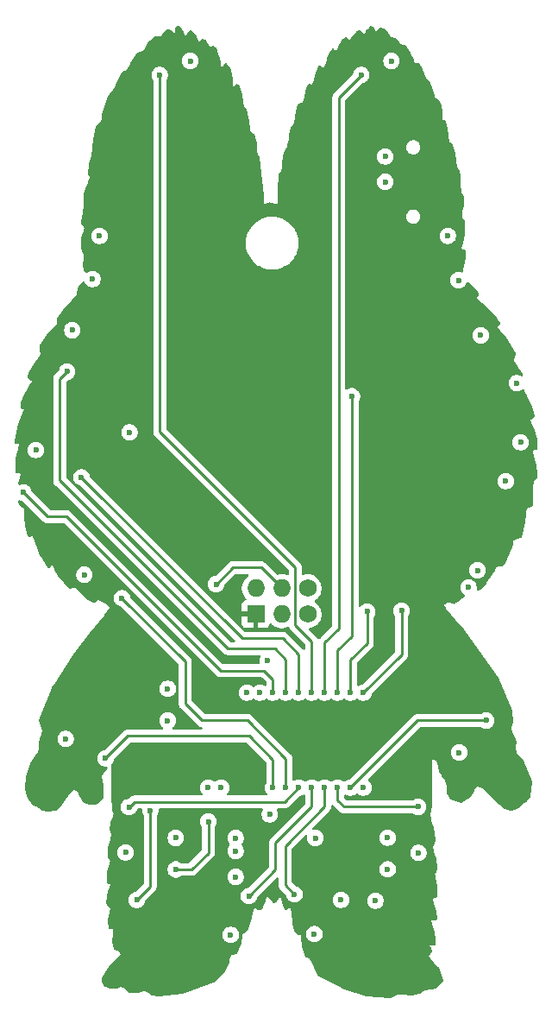
<source format=gbr>
%TF.GenerationSoftware,KiCad,Pcbnew,9.0.3*%
%TF.CreationDate,2025-07-31T13:15:59-07:00*%
%TF.ProjectId,dc-labubu-protype-ver-2.0,64632d6c-6162-4756-9275-2d70726f7479,rev?*%
%TF.SameCoordinates,Original*%
%TF.FileFunction,Copper,L2,Inr*%
%TF.FilePolarity,Positive*%
%FSLAX46Y46*%
G04 Gerber Fmt 4.6, Leading zero omitted, Abs format (unit mm)*
G04 Created by KiCad (PCBNEW 9.0.3) date 2025-07-31 13:15:59*
%MOMM*%
%LPD*%
G01*
G04 APERTURE LIST*
%TA.AperFunction,ComponentPad*%
%ADD10O,1.727200X1.727200*%
%TD*%
%TA.AperFunction,ComponentPad*%
%ADD11R,1.727200X1.727200*%
%TD*%
%TA.AperFunction,ComponentPad*%
%ADD12C,1.727200*%
%TD*%
%TA.AperFunction,ViaPad*%
%ADD13C,0.600000*%
%TD*%
%TA.AperFunction,Conductor*%
%ADD14C,0.250000*%
%TD*%
G04 APERTURE END LIST*
D10*
%TO.N,+3V3*%
%TO.C,X1*%
X146685695Y-91138950D03*
D11*
%TO.N,GND*%
X146685695Y-93678950D03*
D10*
%TO.N,MOSI*%
X149225695Y-91138950D03*
%TO.N,SCL*%
X149225695Y-93678950D03*
D12*
%TO.N,/GPIO1*%
X151765695Y-91138950D03*
%TO.N,/GPIO2*%
X151765695Y-93678950D03*
%TD*%
D13*
%TO.N,GND*%
X167998811Y-106561997D03*
X144651597Y-123723487D03*
X128798406Y-67579922D03*
X151944391Y-123621928D03*
X144954017Y-113300408D03*
X131541771Y-90144458D03*
X165125941Y-58089933D03*
X142008851Y-101383488D03*
X161187478Y-114218639D03*
X134560770Y-115536094D03*
X171295733Y-79631349D03*
X151876972Y-119441613D03*
X161685870Y-121783533D03*
X129324206Y-106588577D03*
X125476060Y-79440780D03*
X158540350Y-40316118D03*
X169149869Y-67955408D03*
X163656207Y-75854429D03*
X166967534Y-89695423D03*
X132509496Y-58294439D03*
X138821461Y-39980686D03*
%TO.N,/BAT+*%
X134296207Y-75854429D03*
X159397664Y-48791651D03*
%TO.N,+3V3*%
X148072389Y-113307035D03*
X144701966Y-115631621D03*
X159625926Y-118708387D03*
X158417484Y-121771906D03*
X159397664Y-51291660D03*
X138834122Y-115616211D03*
X138042318Y-101011410D03*
X147848209Y-98260301D03*
%TO.N,Net-(D1-A)*%
X172682943Y-76831118D03*
%TO.N,Net-(D2-A)*%
X128032665Y-105909721D03*
%TO.N,Net-(D3-A)*%
X168766356Y-66337543D03*
%TO.N,Net-(D4-A)*%
X129866322Y-89810069D03*
%TO.N,Net-(D5-A)*%
X165540898Y-56574367D03*
%TO.N,Net-(D6-A)*%
X133909533Y-117032977D03*
%TO.N,Net-(D7-A)*%
X160013271Y-39429180D03*
%TO.N,Net-(D8-A)*%
X144221303Y-125129358D03*
%TO.N,Net-(D9-A)*%
X140250427Y-39430911D03*
%TO.N,Net-(D10-A)*%
X152432834Y-125059452D03*
%TO.N,Net-(D11-A)*%
X131346630Y-56585680D03*
%TO.N,Net-(D12-A)*%
X162665712Y-117081982D03*
%TO.N,Net-(D13-A)*%
X128668524Y-65832928D03*
%TO.N,Net-(D14-A)*%
X166653540Y-107246436D03*
%TO.N,Net-(D15-A)*%
X125098072Y-77587743D03*
%TO.N,Net-(D16-A)*%
X168450819Y-89379287D03*
%TO.N,MOSI*%
X142019678Y-110683492D03*
X138834116Y-118716209D03*
X142028238Y-114018769D03*
X144701968Y-119441619D03*
X142788846Y-90746844D03*
%TO.N,SCL*%
X143289675Y-110683489D03*
X144701970Y-116901620D03*
X135009671Y-121697598D03*
X136333903Y-112931760D03*
X138042324Y-104111408D03*
%TO.N,RESET*%
X152536947Y-115631615D03*
X159625932Y-115608389D03*
X155055968Y-121700457D03*
%TO.N,/GPA7*%
X171222579Y-80633898D03*
X157259673Y-101383492D03*
X160999795Y-93335911D03*
%TO.N,/GPB7*%
X131940048Y-107809577D03*
X148369672Y-110683488D03*
%TO.N,/GPA6*%
X172300910Y-71022154D03*
X155989666Y-101383488D03*
X157638413Y-93414421D03*
%TO.N,/GPB6*%
X149639675Y-110683492D03*
X133551527Y-92123758D03*
%TO.N,/GPA5*%
X154719669Y-101383491D03*
X166593391Y-60932848D03*
X156125190Y-72318457D03*
%TO.N,/GPB5*%
X134242944Y-112610030D03*
X150909676Y-110683488D03*
%TO.N,/GPA4*%
X153449673Y-101383491D03*
X157036587Y-40804180D03*
%TO.N,/GPB4*%
X152179668Y-110683490D03*
X146020119Y-121327834D03*
%TO.N,/GPA3*%
X137249067Y-40805911D03*
X152179674Y-101383490D03*
%TO.N,/GPB3*%
X150478804Y-121150083D03*
X153449672Y-110683492D03*
%TO.N,/GPA2*%
X129576768Y-80269316D03*
X150909669Y-101383486D03*
X130658135Y-60810466D03*
%TO.N,/GPB2*%
X162626756Y-112573823D03*
X154719675Y-110683488D03*
%TO.N,/GPA1*%
X149639672Y-101383492D03*
X128170924Y-69903066D03*
%TO.N,/GPB1*%
X155989673Y-110683487D03*
X169319934Y-104108332D03*
%TO.N,/GPA0*%
X148369669Y-101383488D03*
X123875855Y-81747052D03*
%TO.N,/GPB0*%
X167578737Y-91053580D03*
X157259673Y-110683492D03*
%TO.N,/GPIO2*%
X145829676Y-101383490D03*
%TO.N,/GPIO1*%
X147099668Y-101383492D03*
%TD*%
D14*
%TO.N,MOSI*%
X138834116Y-118716209D02*
X140385617Y-118716209D01*
X147206079Y-89119334D02*
X144416356Y-89119334D01*
X149225695Y-91138950D02*
X147206079Y-89119334D01*
X144416356Y-89119334D02*
X142788846Y-90746844D01*
X140385617Y-118716209D02*
X142028238Y-117073588D01*
X142028238Y-117073588D02*
X142028238Y-114018769D01*
%TO.N,SCL*%
X135009671Y-121697598D02*
X136333903Y-120373366D01*
X136333903Y-120373366D02*
X136333903Y-112931760D01*
%TO.N,/GPA7*%
X157259673Y-101383492D02*
X160999795Y-97643370D01*
X160999795Y-97643370D02*
X160999795Y-93335911D01*
%TO.N,/GPB7*%
X134134355Y-105615270D02*
X146009429Y-105615270D01*
X148369672Y-107975513D02*
X148369672Y-110683488D01*
X146009429Y-105615270D02*
X148369672Y-107975513D01*
X131940048Y-107809577D02*
X134134355Y-105615270D01*
%TO.N,/GPA6*%
X155989666Y-98149264D02*
X157638413Y-96500517D01*
X157638413Y-96500517D02*
X157638413Y-93414421D01*
X155989666Y-101383488D02*
X155989666Y-98149264D01*
%TO.N,/GPB6*%
X145905259Y-104106393D02*
X149639675Y-107840809D01*
X149639675Y-107840809D02*
X149639675Y-110683492D01*
X139774107Y-98346338D02*
X139774107Y-102460664D01*
X133551527Y-92123758D02*
X139774107Y-98346338D01*
X139774107Y-102460664D02*
X141419836Y-104106393D01*
X141419836Y-104106393D02*
X145905259Y-104106393D01*
%TO.N,/GPA5*%
X154719669Y-101383491D02*
X154719669Y-97218811D01*
X154719669Y-97218811D02*
X156125190Y-95813290D01*
X156125190Y-95813290D02*
X156125190Y-72318457D01*
%TO.N,/GPB5*%
X149507144Y-112086020D02*
X134766954Y-112086020D01*
X150909676Y-110683488D02*
X149507144Y-112086020D01*
X134766954Y-112086020D02*
X134242944Y-112610030D01*
%TO.N,/GPA4*%
X154831979Y-95098360D02*
X154831979Y-43008788D01*
X153449673Y-101383491D02*
X153449673Y-96480666D01*
X154831979Y-43008788D02*
X157036587Y-40804180D01*
X153449673Y-96480666D02*
X154831979Y-95098360D01*
%TO.N,/GPB4*%
X152179668Y-112546300D02*
X152179668Y-110683490D01*
X148609288Y-118738665D02*
X148609288Y-116116680D01*
X148609288Y-116116680D02*
X152179668Y-112546300D01*
X146020119Y-121327834D02*
X148609288Y-118738665D01*
%TO.N,/GPA3*%
X137249067Y-75752743D02*
X137249067Y-40805911D01*
X150548026Y-89051702D02*
X137249067Y-75752743D01*
X152179674Y-101383490D02*
X152179674Y-96369903D01*
X152179674Y-96369903D02*
X150548026Y-94738255D01*
X150548026Y-94738255D02*
X150548026Y-89051702D01*
%TO.N,/GPB3*%
X153449672Y-112524040D02*
X153449672Y-110683492D01*
X149577365Y-120248644D02*
X149577365Y-116396347D01*
X150478804Y-121150083D02*
X149577365Y-120248644D01*
X149577365Y-116396347D02*
X153449672Y-112524040D01*
%TO.N,/GPA2*%
X150909669Y-101383486D02*
X150909669Y-97625612D01*
X149350284Y-96066227D02*
X145373679Y-96066227D01*
X145373679Y-96066227D02*
X129576768Y-80269316D01*
X150909669Y-97625612D02*
X149350284Y-96066227D01*
%TO.N,/GPB2*%
X155341082Y-112573823D02*
X154719675Y-111952416D01*
X154719675Y-111952416D02*
X154719675Y-110683488D01*
X162626756Y-112573823D02*
X155341082Y-112573823D01*
%TO.N,/GPA1*%
X149639672Y-101383492D02*
X149639672Y-98131318D01*
X127430526Y-80527060D02*
X127430526Y-70643464D01*
X148560585Y-97052231D02*
X143955697Y-97052231D01*
X143955697Y-97052231D02*
X127430526Y-80527060D01*
X149639672Y-98131318D02*
X148560585Y-97052231D01*
X127430526Y-70643464D02*
X128170924Y-69903066D01*
%TO.N,/GPB1*%
X162564828Y-104108332D02*
X169319934Y-104108332D01*
X155989673Y-110683487D02*
X162564828Y-104108332D01*
%TO.N,/GPA0*%
X126246847Y-84118044D02*
X123875855Y-81747052D01*
X128128620Y-84118044D02*
X126246847Y-84118044D01*
X148369669Y-100061346D02*
X147517215Y-99208892D01*
X143219468Y-99208892D02*
X128128620Y-84118044D01*
X147517215Y-99208892D02*
X143219468Y-99208892D01*
X148369669Y-101383488D02*
X148369669Y-100061346D01*
%TD*%
%TA.AperFunction,Conductor*%
%TO.N,GND*%
G36*
X139134656Y-35995108D02*
G01*
X139173083Y-36018867D01*
X139456959Y-36276513D01*
X139486497Y-36316999D01*
X139614738Y-36598989D01*
X139618493Y-36608213D01*
X139717266Y-36881789D01*
X139741126Y-36947871D01*
X139745423Y-36965549D01*
X139748096Y-36967177D01*
X139749159Y-36970119D01*
X139759555Y-36974999D01*
X139771347Y-36981334D01*
X139781156Y-36987307D01*
X139781158Y-36987306D01*
X139786406Y-36988122D01*
X139787027Y-36987897D01*
X139787029Y-36987898D01*
X139795273Y-36984920D01*
X139797825Y-36984000D01*
X139797830Y-36983998D01*
X139804134Y-36981721D01*
X139821808Y-36977426D01*
X139823435Y-36974752D01*
X139826376Y-36973691D01*
X139826376Y-36973690D01*
X139826378Y-36973690D01*
X139831262Y-36963285D01*
X139837576Y-36951528D01*
X139963900Y-36744071D01*
X139963922Y-36744066D01*
X139974412Y-36726808D01*
X139985647Y-36708358D01*
X139985646Y-36708357D01*
X139998656Y-36686992D01*
X139998717Y-36686823D01*
X140056155Y-36592331D01*
X140063685Y-36581326D01*
X140170332Y-36442208D01*
X140187941Y-36429337D01*
X140202320Y-36412941D01*
X140223248Y-36403532D01*
X140226740Y-36400980D01*
X140234494Y-36398474D01*
X140264694Y-36389800D01*
X140334561Y-36390212D01*
X140391183Y-36426130D01*
X140769674Y-36847602D01*
X140787361Y-36873114D01*
X140995844Y-37272874D01*
X140996341Y-37274542D01*
X141016437Y-37312368D01*
X141016878Y-37313206D01*
X141036862Y-37351524D01*
X141037961Y-37352881D01*
X141153088Y-37569573D01*
X141153089Y-37569573D01*
X141154394Y-37572030D01*
X141162900Y-37589908D01*
X141164123Y-37590342D01*
X141164734Y-37591491D01*
X141181043Y-37596482D01*
X141181085Y-37596495D01*
X141183692Y-37597294D01*
X141202322Y-37603913D01*
X141203485Y-37603358D01*
X141204727Y-37603739D01*
X141204735Y-37603734D01*
X141204737Y-37603735D01*
X141219811Y-37595725D01*
X141224699Y-37593267D01*
X141231759Y-37589908D01*
X141240100Y-37585940D01*
X141240101Y-37585936D01*
X141241646Y-37584223D01*
X141241681Y-37584106D01*
X141241683Y-37584106D01*
X141246684Y-37567762D01*
X141248389Y-37562604D01*
X141333902Y-37321894D01*
X141374891Y-37265315D01*
X141439965Y-37239877D01*
X141492868Y-37246781D01*
X141730443Y-37332587D01*
X141786810Y-37373874D01*
X141794422Y-37385038D01*
X141903371Y-37565164D01*
X142027740Y-37770783D01*
X142027678Y-37771049D01*
X142038530Y-37788622D01*
X142038833Y-37789122D01*
X142038833Y-37789124D01*
X142060904Y-37825614D01*
X142062324Y-37827153D01*
X142166098Y-37995196D01*
X142201902Y-38053175D01*
X142201735Y-38058960D01*
X142212559Y-38070432D01*
X142219197Y-38081181D01*
X142220844Y-38083848D01*
X142224982Y-38086833D01*
X142225228Y-38087048D01*
X142225776Y-38087294D01*
X142225780Y-38087296D01*
X142230444Y-38089388D01*
X142230445Y-38089388D01*
X142230446Y-38089389D01*
X142233575Y-38089479D01*
X142258516Y-38092756D01*
X142258962Y-38092861D01*
X142261557Y-38093475D01*
X142261559Y-38093473D01*
X142266579Y-38092661D01*
X142267211Y-38092558D01*
X142267502Y-38092415D01*
X142272262Y-38090603D01*
X142272262Y-38090602D01*
X142272264Y-38090603D01*
X142283736Y-38079778D01*
X142297153Y-38071493D01*
X142298484Y-38065862D01*
X142437078Y-37935090D01*
X142499346Y-37903402D01*
X142568863Y-37910407D01*
X142604242Y-37932325D01*
X142768452Y-38077297D01*
X142802905Y-38127839D01*
X143123946Y-39009796D01*
X143129627Y-39031163D01*
X143249301Y-39725953D01*
X143250254Y-39731483D01*
X143253404Y-39749770D01*
X143253181Y-39750096D01*
X143256945Y-39770325D01*
X143257094Y-39771192D01*
X143257094Y-39771193D01*
X143257095Y-39771195D01*
X143264099Y-39811859D01*
X143265192Y-39814645D01*
X143307986Y-40044627D01*
X143315982Y-40087595D01*
X143314395Y-40090620D01*
X143319730Y-40107739D01*
X143321072Y-40114951D01*
X143323271Y-40126771D01*
X143325577Y-40129895D01*
X143326841Y-40130558D01*
X143326842Y-40130560D01*
X143336232Y-40135488D01*
X143348751Y-40143032D01*
X143357505Y-40149040D01*
X143363141Y-40150233D01*
X143363885Y-40150001D01*
X143363887Y-40150002D01*
X143381008Y-40144666D01*
X143398635Y-40141386D01*
X143400566Y-40138571D01*
X143403827Y-40137555D01*
X143408749Y-40128173D01*
X143416315Y-40115622D01*
X143416776Y-40114951D01*
X143422307Y-40106892D01*
X143422306Y-40106891D01*
X143425167Y-40102724D01*
X143431882Y-40084093D01*
X143624037Y-39717952D01*
X143672621Y-39667739D01*
X143740639Y-39651763D01*
X143806498Y-39675096D01*
X143821092Y-39687472D01*
X144111644Y-39975250D01*
X144131701Y-39995115D01*
X144164545Y-40052375D01*
X144341935Y-40743189D01*
X144344643Y-40756905D01*
X144412959Y-41246824D01*
X144414064Y-41259411D01*
X144427327Y-41621600D01*
X144428144Y-41643922D01*
X144426616Y-41645879D01*
X144428896Y-41664477D01*
X144429091Y-41669783D01*
X144429092Y-41669786D01*
X144429914Y-41692234D01*
X144434126Y-41707120D01*
X144454436Y-41872715D01*
X144454435Y-41872715D01*
X144455841Y-41884179D01*
X144454811Y-41900355D01*
X144458314Y-41904334D01*
X144458960Y-41909600D01*
X144458961Y-41909601D01*
X144471737Y-41919586D01*
X144482452Y-41931759D01*
X144487745Y-41932096D01*
X144491924Y-41935362D01*
X144496554Y-41934793D01*
X144496564Y-41934793D01*
X144508026Y-41933387D01*
X144524203Y-41934419D01*
X144528181Y-41930916D01*
X144533442Y-41930271D01*
X144533445Y-41930269D01*
X144533449Y-41930269D01*
X144536324Y-41926589D01*
X144552092Y-41909869D01*
X144769456Y-41718548D01*
X144774891Y-41715296D01*
X144777113Y-41712332D01*
X144808095Y-41695431D01*
X144827203Y-41688312D01*
X144896897Y-41683358D01*
X144956467Y-41715162D01*
X145102812Y-41855985D01*
X145135789Y-41910330D01*
X145371877Y-42712585D01*
X145376000Y-42732503D01*
X145460863Y-43424755D01*
X145460862Y-43424755D01*
X145463570Y-43446850D01*
X145462151Y-43449051D01*
X145466072Y-43467257D01*
X145466754Y-43472814D01*
X145466756Y-43472822D01*
X145469361Y-43494069D01*
X145475098Y-43509152D01*
X145554940Y-43879766D01*
X145557750Y-43892813D01*
X145557717Y-43908295D01*
X145562016Y-43912613D01*
X145563300Y-43918571D01*
X145563300Y-43918572D01*
X145563301Y-43918574D01*
X145565101Y-43919736D01*
X145585725Y-43936427D01*
X145788650Y-44140251D01*
X145821606Y-44199885D01*
X146070422Y-45279310D01*
X146073448Y-45301211D01*
X146108695Y-46034725D01*
X146108695Y-46034726D01*
X146109771Y-46057135D01*
X146107097Y-46061385D01*
X146110746Y-46077442D01*
X146111270Y-46088337D01*
X146111271Y-46088340D01*
X146111541Y-46093974D01*
X146120228Y-46119160D01*
X146165583Y-46318702D01*
X146170567Y-46340631D01*
X146169517Y-46342629D01*
X146175137Y-46360736D01*
X146176202Y-46365421D01*
X146179420Y-46379579D01*
X146181918Y-46382582D01*
X146181919Y-46382583D01*
X146194448Y-46389176D01*
X146202760Y-46393971D01*
X146223286Y-46406893D01*
X146236852Y-46411490D01*
X146475560Y-46537109D01*
X146525719Y-46585749D01*
X146536902Y-46612290D01*
X146792726Y-47494018D01*
X146797449Y-47521737D01*
X146835926Y-48218907D01*
X146835925Y-48218907D01*
X146837150Y-48241097D01*
X146835555Y-48243251D01*
X146838283Y-48261623D01*
X146838600Y-48267351D01*
X146839754Y-48288268D01*
X146844575Y-48303979D01*
X146890349Y-48612133D01*
X146890826Y-48615341D01*
X146893455Y-48633039D01*
X146891128Y-48645129D01*
X146896409Y-48652927D01*
X146897793Y-48662244D01*
X146901229Y-48667975D01*
X146919529Y-48687074D01*
X146940391Y-48717883D01*
X147051985Y-48882690D01*
X147072324Y-48936618D01*
X147354532Y-51162508D01*
X147355261Y-51170139D01*
X147447274Y-52599616D01*
X147447274Y-52599617D01*
X147448835Y-52623886D01*
X147448676Y-52624072D01*
X147450166Y-52644572D01*
X147450206Y-52645182D01*
X147452966Y-52688018D01*
X147453460Y-52689840D01*
X147501423Y-53349122D01*
X147503256Y-53374316D01*
X147503374Y-53375932D01*
X147499915Y-53385284D01*
X147504831Y-53395974D01*
X147505686Y-53407715D01*
X147513230Y-53414236D01*
X147517396Y-53423293D01*
X147528431Y-53427375D01*
X147537336Y-53435073D01*
X147537336Y-53435072D01*
X147537337Y-53435073D01*
X147539881Y-53434887D01*
X147547281Y-53434349D01*
X147556632Y-53437809D01*
X147567325Y-53432891D01*
X147579063Y-53432037D01*
X147579063Y-53432036D01*
X147579065Y-53432036D01*
X147597031Y-53423014D01*
X147610006Y-53413261D01*
X147798813Y-53326428D01*
X147846779Y-53315145D01*
X148098077Y-53307358D01*
X148128404Y-53310160D01*
X148327025Y-53353593D01*
X148330953Y-53354520D01*
X148584799Y-53418927D01*
X148599260Y-53422596D01*
X148599332Y-53422630D01*
X148624106Y-53428907D01*
X148624107Y-53428908D01*
X148644480Y-53434070D01*
X148664643Y-53439186D01*
X148664651Y-53439181D01*
X148682046Y-53443588D01*
X148689227Y-53445408D01*
X148712007Y-53451180D01*
X148732622Y-53458387D01*
X148739843Y-53461650D01*
X148739845Y-53461652D01*
X148755269Y-53462142D01*
X148770230Y-53465933D01*
X148775511Y-53462785D01*
X148781655Y-53462981D01*
X148781655Y-53462980D01*
X148781660Y-53462981D01*
X148783085Y-53461642D01*
X148804491Y-53445524D01*
X148804686Y-53445408D01*
X148806172Y-53444523D01*
X148806173Y-53444518D01*
X148809722Y-53439761D01*
X148812164Y-53434356D01*
X148812167Y-53434354D01*
X148812229Y-53432385D01*
X148815965Y-53405873D01*
X148816448Y-53403968D01*
X148816446Y-53403965D01*
X148815305Y-53396126D01*
X148814074Y-53374324D01*
X148847486Y-52323370D01*
X148847492Y-52323370D01*
X148847487Y-52323318D01*
X148870427Y-51612403D01*
X148870592Y-51608856D01*
X148904328Y-51055836D01*
X148928806Y-50654578D01*
X148945036Y-50600393D01*
X149116879Y-50301064D01*
X149116880Y-50301064D01*
X149129765Y-50278618D01*
X149135582Y-50275457D01*
X149139830Y-50261087D01*
X149147078Y-50248463D01*
X149147079Y-50248460D01*
X149147297Y-50248081D01*
X149147296Y-50248078D01*
X149148838Y-50236143D01*
X149152904Y-50216867D01*
X149241108Y-49918559D01*
X149246425Y-49913536D01*
X149246831Y-49899203D01*
X149250897Y-49885454D01*
X149250895Y-49885451D01*
X149250896Y-49885451D01*
X149248870Y-49866270D01*
X149248234Y-49849728D01*
X149256194Y-49569080D01*
X149261170Y-49393621D01*
X149263333Y-49373827D01*
X149465600Y-48317789D01*
X149480571Y-48278138D01*
X149751599Y-47818493D01*
X149758196Y-47814692D01*
X149761843Y-47801120D01*
X149768982Y-47789014D01*
X149768981Y-47789011D01*
X149772207Y-47766134D01*
X149775240Y-47751271D01*
X149890764Y-47321438D01*
X149894009Y-47318888D01*
X149896063Y-47301724D01*
X149900552Y-47285023D01*
X149900551Y-47285022D01*
X149901222Y-47282530D01*
X149901097Y-47259659D01*
X149967929Y-46701266D01*
X149969426Y-46691854D01*
X150114249Y-45963460D01*
X150140548Y-45908332D01*
X150164325Y-45879756D01*
X150390703Y-45607679D01*
X150400868Y-45601928D01*
X150403555Y-45592233D01*
X150409991Y-45584499D01*
X150409990Y-45584496D01*
X150412786Y-45575499D01*
X150414985Y-45551005D01*
X150469781Y-45353352D01*
X150555510Y-45044124D01*
X150558284Y-45042085D01*
X150560984Y-45024380D01*
X150565768Y-45007126D01*
X150567091Y-45002355D01*
X150567380Y-44982442D01*
X150656520Y-44398024D01*
X150658210Y-44389134D01*
X150815338Y-43700727D01*
X150849446Y-43639752D01*
X150902140Y-43609101D01*
X151247356Y-43510402D01*
X151251950Y-43512012D01*
X151266926Y-43504807D01*
X151282902Y-43500240D01*
X151282903Y-43500237D01*
X151283357Y-43500108D01*
X151287000Y-43497826D01*
X151289494Y-43494320D01*
X151291649Y-43488169D01*
X151300273Y-43468958D01*
X151303213Y-43463666D01*
X151303212Y-43463665D01*
X151303435Y-43463265D01*
X151309247Y-43437946D01*
X151455129Y-43021605D01*
X151459293Y-43018580D01*
X151461850Y-43002422D01*
X151467261Y-42986982D01*
X151467258Y-42986977D01*
X151467224Y-42986338D01*
X151468556Y-42960057D01*
X151550043Y-42445289D01*
X151554767Y-42425816D01*
X151750637Y-41832708D01*
X151759297Y-41819449D01*
X151762839Y-41806505D01*
X151785447Y-41779412D01*
X151885333Y-41689562D01*
X151948337Y-41659365D01*
X152017668Y-41668023D01*
X152053362Y-41691570D01*
X152120765Y-41755183D01*
X152131967Y-41771170D01*
X152151592Y-41790201D01*
X152162113Y-41794206D01*
X152162114Y-41794207D01*
X152162114Y-41794206D01*
X152162115Y-41794207D01*
X152172628Y-41793902D01*
X152182402Y-41797777D01*
X152192706Y-41793321D01*
X152203932Y-41792997D01*
X152213502Y-41788704D01*
X152228640Y-41773095D01*
X152238372Y-41747533D01*
X152241754Y-41728311D01*
X152354879Y-41442900D01*
X152358941Y-41440256D01*
X152362379Y-41423978D01*
X152368509Y-41408514D01*
X152368508Y-41408512D01*
X152368699Y-41408031D01*
X152371190Y-41382262D01*
X152489809Y-40820733D01*
X152494063Y-40805487D01*
X152793494Y-39948013D01*
X152834179Y-39891214D01*
X152899115Y-39865425D01*
X152967685Y-39878838D01*
X152972069Y-39881227D01*
X153274292Y-40053878D01*
X153274293Y-40053878D01*
X153293550Y-40064879D01*
X153294535Y-40067478D01*
X153311402Y-40075077D01*
X153327464Y-40084253D01*
X153327465Y-40084252D01*
X153327926Y-40084516D01*
X153332675Y-40084661D01*
X153332678Y-40084663D01*
X153344432Y-40080210D01*
X153355698Y-40076549D01*
X153367824Y-40073241D01*
X153367826Y-40073236D01*
X153371583Y-40070327D01*
X153371801Y-40069844D01*
X153376960Y-40058391D01*
X153382348Y-40047816D01*
X153384170Y-40044627D01*
X153388576Y-40036915D01*
X153388575Y-40036914D01*
X153392371Y-40030271D01*
X153396955Y-40014010D01*
X153550973Y-39672164D01*
X153554472Y-39670251D01*
X153559366Y-39653536D01*
X153566521Y-39637657D01*
X153566520Y-39637655D01*
X153567769Y-39634885D01*
X153571266Y-39612897D01*
X153648384Y-39349545D01*
X159204771Y-39349545D01*
X159204771Y-39508814D01*
X159235839Y-39665003D01*
X159235841Y-39665011D01*
X159296788Y-39812149D01*
X159385266Y-39944567D01*
X159385272Y-39944574D01*
X159497876Y-40057178D01*
X159497883Y-40057184D01*
X159630301Y-40145662D01*
X159630302Y-40145662D01*
X159630303Y-40145663D01*
X159777440Y-40206610D01*
X159878325Y-40226677D01*
X159933636Y-40237679D01*
X159933640Y-40237680D01*
X159933641Y-40237680D01*
X160092902Y-40237680D01*
X160092903Y-40237679D01*
X160249102Y-40206610D01*
X160396239Y-40145663D01*
X160528660Y-40057183D01*
X160641274Y-39944569D01*
X160729754Y-39812148D01*
X160790701Y-39665011D01*
X160821771Y-39508810D01*
X160821771Y-39349550D01*
X160790701Y-39193349D01*
X160729754Y-39046212D01*
X160708373Y-39014213D01*
X160641275Y-38913792D01*
X160641269Y-38913785D01*
X160528665Y-38801181D01*
X160528658Y-38801175D01*
X160396240Y-38712697D01*
X160249102Y-38651750D01*
X160249094Y-38651748D01*
X160092905Y-38620680D01*
X160092901Y-38620680D01*
X159933641Y-38620680D01*
X159933636Y-38620680D01*
X159777447Y-38651748D01*
X159777439Y-38651750D01*
X159630301Y-38712697D01*
X159497883Y-38801175D01*
X159497876Y-38801181D01*
X159385272Y-38913785D01*
X159385266Y-38913792D01*
X159296788Y-39046210D01*
X159235841Y-39193348D01*
X159235839Y-39193356D01*
X159204771Y-39349545D01*
X153648384Y-39349545D01*
X153703316Y-39161954D01*
X153706592Y-39152270D01*
X153919535Y-38599403D01*
X153932168Y-38575050D01*
X154144499Y-38257538D01*
X154198127Y-38212756D01*
X154267455Y-38204075D01*
X154330471Y-38234254D01*
X154344975Y-38249732D01*
X154429021Y-38356409D01*
X154432886Y-38361315D01*
X154447583Y-38379969D01*
X154449249Y-38388509D01*
X154460037Y-38395776D01*
X154468089Y-38405996D01*
X154476729Y-38407021D01*
X154483946Y-38411883D01*
X154496715Y-38409393D01*
X154509633Y-38410926D01*
X154509634Y-38410925D01*
X154532342Y-38404528D01*
X154545907Y-38399800D01*
X154571249Y-38394858D01*
X154592010Y-38392603D01*
X154601684Y-38392371D01*
X154601689Y-38392373D01*
X154602871Y-38391849D01*
X154629315Y-38383537D01*
X154630577Y-38383291D01*
X154630579Y-38383287D01*
X154635704Y-38379892D01*
X154639943Y-38375445D01*
X154639943Y-38375444D01*
X154639946Y-38375443D01*
X154640409Y-38374243D01*
X154653237Y-38349653D01*
X154653951Y-38348594D01*
X154653950Y-38348590D01*
X154655876Y-38339100D01*
X154661735Y-38319056D01*
X154732466Y-38136033D01*
X154733575Y-38135486D01*
X154739947Y-38116675D01*
X154747101Y-38098164D01*
X154747100Y-38098163D01*
X154752793Y-38083433D01*
X154754090Y-38074922D01*
X154802244Y-37932777D01*
X154805965Y-37930133D01*
X154808781Y-37913478D01*
X154814202Y-37897478D01*
X154814200Y-37897475D01*
X154814610Y-37896268D01*
X154815864Y-37871598D01*
X154817696Y-37860767D01*
X154822199Y-37834138D01*
X154840520Y-37787203D01*
X154981822Y-37570017D01*
X154986687Y-37563075D01*
X155189316Y-37294106D01*
X155225202Y-37262008D01*
X155231203Y-37258457D01*
X155417451Y-37148236D01*
X155451152Y-37128292D01*
X155475012Y-37122230D01*
X155497478Y-37112152D01*
X155508280Y-37113779D01*
X155518870Y-37111089D01*
X155542224Y-37118891D01*
X155566569Y-37122558D01*
X155580613Y-37131716D01*
X155585140Y-37133229D01*
X155596132Y-37141837D01*
X155782311Y-37305355D01*
X155782722Y-37305718D01*
X155853997Y-37368878D01*
X155873480Y-37391000D01*
X155879463Y-37394917D01*
X155885877Y-37397131D01*
X155885878Y-37397130D01*
X155885880Y-37397132D01*
X155900498Y-37396249D01*
X155914885Y-37398971D01*
X155920661Y-37395032D01*
X155927640Y-37394611D01*
X155937352Y-37383650D01*
X155949449Y-37375402D01*
X155950748Y-37368533D01*
X155955386Y-37363300D01*
X155955385Y-37363298D01*
X155955501Y-37362965D01*
X155957365Y-37333548D01*
X155973937Y-37245934D01*
X156002138Y-37187696D01*
X156540771Y-36567290D01*
X156574275Y-36540139D01*
X156578878Y-36537587D01*
X156811354Y-36408682D01*
X156827787Y-36404996D01*
X156842383Y-36396591D01*
X156861173Y-36397506D01*
X156879530Y-36393389D01*
X156895820Y-36399195D01*
X156912170Y-36399993D01*
X156943522Y-36416199D01*
X156984881Y-36445720D01*
X156986874Y-36447142D01*
X157016699Y-36477360D01*
X157101215Y-36599111D01*
X157106397Y-36612931D01*
X157108846Y-36611630D01*
X157121229Y-36634926D01*
X157137686Y-36652803D01*
X157139131Y-36653731D01*
X157139132Y-36653733D01*
X157139133Y-36653733D01*
X157159881Y-36667068D01*
X157159884Y-36667069D01*
X157171726Y-36675709D01*
X157308236Y-36788265D01*
X157313672Y-36798132D01*
X157323737Y-36801046D01*
X157331824Y-36807714D01*
X157331824Y-36807713D01*
X157331825Y-36807714D01*
X157343040Y-36806635D01*
X157353858Y-36809768D01*
X157363034Y-36804712D01*
X157367984Y-36804236D01*
X157373467Y-36803709D01*
X157380633Y-36795017D01*
X157390500Y-36789582D01*
X157393414Y-36779516D01*
X157400082Y-36771430D01*
X157400081Y-36771425D01*
X157403455Y-36760397D01*
X157405594Y-36737451D01*
X157447463Y-36592856D01*
X157461516Y-36561470D01*
X157594601Y-36349269D01*
X157606832Y-36332932D01*
X157780775Y-36136655D01*
X157801471Y-36118019D01*
X157921488Y-36032248D01*
X157987473Y-36009286D01*
X158038726Y-36017644D01*
X158137875Y-36056401D01*
X158183048Y-36086930D01*
X158285000Y-36195312D01*
X158310058Y-36234841D01*
X158392223Y-36443503D01*
X158392650Y-36455739D01*
X158399590Y-36462212D01*
X158403067Y-36471041D01*
X158403068Y-36471042D01*
X158407895Y-36476042D01*
X158416733Y-36481838D01*
X158423243Y-36484272D01*
X158423244Y-36484273D01*
X158423244Y-36484272D01*
X158432043Y-36487563D01*
X158441429Y-36487727D01*
X158441430Y-36487728D01*
X158441430Y-36487727D01*
X158448386Y-36487850D01*
X158474113Y-36482500D01*
X158548596Y-36479905D01*
X158548834Y-36479897D01*
X158568865Y-36479902D01*
X158569583Y-36479182D01*
X158570613Y-36479147D01*
X158570621Y-36479138D01*
X158570623Y-36479138D01*
X158582836Y-36466041D01*
X158585817Y-36462955D01*
X158846136Y-36202757D01*
X158907466Y-36169287D01*
X158977156Y-36174287D01*
X158982044Y-36176231D01*
X159450336Y-36374044D01*
X159504431Y-36418263D01*
X159506852Y-36421941D01*
X159815847Y-36910005D01*
X159815848Y-36910005D01*
X159831586Y-36934864D01*
X159832465Y-36943757D01*
X159842348Y-36951863D01*
X159849186Y-36962663D01*
X159869352Y-36976867D01*
X159868880Y-36977536D01*
X159880654Y-36983280D01*
X159975957Y-37061445D01*
X160025938Y-37102438D01*
X160025939Y-37102439D01*
X160035131Y-37109978D01*
X160045397Y-37122348D01*
X160050826Y-37122851D01*
X160055044Y-37126311D01*
X160055047Y-37126312D01*
X160055048Y-37126313D01*
X160059217Y-37125900D01*
X160082880Y-37125832D01*
X160291991Y-37145270D01*
X160350369Y-37166289D01*
X160552087Y-37303848D01*
X160582319Y-37333102D01*
X160748278Y-37560063D01*
X160755232Y-37569573D01*
X160761330Y-37577912D01*
X160761359Y-37582508D01*
X160773359Y-37594363D01*
X160779228Y-37602389D01*
X160779230Y-37602391D01*
X160784024Y-37608947D01*
X160803582Y-37624220D01*
X160990399Y-37808770D01*
X160995811Y-37814116D01*
X161009218Y-37828635D01*
X161010561Y-37828688D01*
X161011520Y-37829635D01*
X161028466Y-37829531D01*
X161034125Y-37829626D01*
X161255155Y-37838431D01*
X161321355Y-37860767D01*
X161351429Y-37890694D01*
X161843927Y-38586524D01*
X161898055Y-38662999D01*
X161910829Y-38685821D01*
X162181226Y-39317228D01*
X162181227Y-39317229D01*
X162190108Y-39337967D01*
X162189459Y-39340016D01*
X162198223Y-39356918D01*
X162200025Y-39361126D01*
X162209916Y-39384221D01*
X162218120Y-39395289D01*
X162340534Y-39631361D01*
X162340535Y-39631361D01*
X162343055Y-39636221D01*
X162350162Y-39653503D01*
X162352528Y-39654490D01*
X162353709Y-39656767D01*
X162359901Y-39658730D01*
X162366298Y-39660758D01*
X162376577Y-39664523D01*
X162388771Y-39669611D01*
X162388775Y-39669609D01*
X162393180Y-39669620D01*
X162393586Y-39669409D01*
X162393588Y-39669410D01*
X162405319Y-39663326D01*
X162415221Y-39658733D01*
X162531286Y-39611003D01*
X162614690Y-39576706D01*
X162684178Y-39569415D01*
X162746577Y-39600849D01*
X162768619Y-39628330D01*
X162999547Y-40019332D01*
X163010888Y-40044627D01*
X163195897Y-40623278D01*
X163202724Y-40644632D01*
X163201817Y-40646812D01*
X163208997Y-40664253D01*
X163210531Y-40669049D01*
X163217666Y-40691364D01*
X163225384Y-40704054D01*
X163364412Y-41041734D01*
X163413000Y-41159745D01*
X163415659Y-41174929D01*
X163420712Y-41178476D01*
X163423062Y-41184183D01*
X163423063Y-41184183D01*
X163423064Y-41184184D01*
X163424801Y-41184908D01*
X163448348Y-41197877D01*
X163611453Y-41312374D01*
X163662878Y-41348475D01*
X163709039Y-41380879D01*
X163752598Y-41435508D01*
X163752972Y-41436434D01*
X164085264Y-42269630D01*
X164090584Y-42286304D01*
X164235556Y-42883304D01*
X164240730Y-42904612D01*
X164239276Y-42907827D01*
X164245559Y-42924500D01*
X164247348Y-42931865D01*
X164250862Y-42946331D01*
X164260518Y-42964190D01*
X164297840Y-43063215D01*
X164308093Y-43090419D01*
X164307187Y-43099450D01*
X164315187Y-43109238D01*
X164319647Y-43121070D01*
X164327917Y-43124812D01*
X164333662Y-43131841D01*
X164346242Y-43133105D01*
X164357762Y-43138318D01*
X164357764Y-43138317D01*
X164382415Y-43139112D01*
X164382396Y-43139697D01*
X164395183Y-43138023D01*
X164504282Y-43148987D01*
X164569016Y-43175275D01*
X164582733Y-43187973D01*
X164729858Y-43346376D01*
X164744927Y-43362600D01*
X164770711Y-43404901D01*
X164903912Y-43774065D01*
X164909323Y-43794251D01*
X165006973Y-44338465D01*
X165008828Y-44355530D01*
X165024947Y-44768587D01*
X165025850Y-44791739D01*
X165024949Y-44792814D01*
X165026657Y-44812422D01*
X165026773Y-44815392D01*
X165026774Y-44815397D01*
X165028003Y-44846885D01*
X165030469Y-44856182D01*
X165055126Y-45139171D01*
X165057157Y-45162485D01*
X165053944Y-45173409D01*
X165058901Y-45182497D01*
X165059800Y-45192815D01*
X165059801Y-45192817D01*
X165068523Y-45200141D01*
X165073975Y-45210137D01*
X165083904Y-45213057D01*
X165091836Y-45219718D01*
X165091839Y-45219720D01*
X165091841Y-45219719D01*
X165102213Y-45222994D01*
X165125634Y-45225334D01*
X165262213Y-45265514D01*
X165320970Y-45303317D01*
X165346116Y-45349281D01*
X165347712Y-45354673D01*
X165556310Y-46059504D01*
X165560797Y-46082403D01*
X165629500Y-46772111D01*
X165629500Y-46772112D01*
X165631816Y-46795371D01*
X165631116Y-46796302D01*
X165633869Y-46815984D01*
X165634108Y-46818380D01*
X165634116Y-46818449D01*
X165637457Y-46851981D01*
X165639992Y-46859748D01*
X165707738Y-47343907D01*
X165707737Y-47343907D01*
X165710773Y-47365605D01*
X165708847Y-47369058D01*
X165713604Y-47385838D01*
X165714785Y-47394275D01*
X165714787Y-47394281D01*
X165716165Y-47404129D01*
X165720258Y-47409305D01*
X165720259Y-47409307D01*
X165725910Y-47412461D01*
X165728048Y-47413655D01*
X165742296Y-47422944D01*
X165748692Y-47427770D01*
X165751936Y-47430217D01*
X165772472Y-47438452D01*
X166004051Y-47567721D01*
X166052994Y-47617585D01*
X166062382Y-47640361D01*
X166297958Y-48425578D01*
X166302645Y-48449615D01*
X166371488Y-49182550D01*
X166371487Y-49182550D01*
X166373605Y-49205091D01*
X166372428Y-49206735D01*
X166375535Y-49225629D01*
X166375938Y-49229913D01*
X166375938Y-49229916D01*
X166378384Y-49255959D01*
X166382567Y-49268384D01*
X166460381Y-49741479D01*
X166460380Y-49741479D01*
X166464405Y-49765948D01*
X166461922Y-49776474D01*
X166467665Y-49785765D01*
X166469439Y-49796548D01*
X166476893Y-49808551D01*
X166491267Y-49823949D01*
X166663828Y-50103110D01*
X166681109Y-50150799D01*
X166774706Y-50806963D01*
X166775855Y-50819633D01*
X166802396Y-51499144D01*
X166802395Y-51499144D01*
X166803307Y-51522516D01*
X166802556Y-51523398D01*
X166804117Y-51543236D01*
X166804214Y-51545716D01*
X166804215Y-51545718D01*
X166805532Y-51579417D01*
X166807585Y-51587289D01*
X166859297Y-52244135D01*
X166860566Y-52260262D01*
X166857990Y-52274359D01*
X166862150Y-52280381D01*
X166862725Y-52287680D01*
X166863142Y-52288497D01*
X166882815Y-52310291D01*
X166943701Y-52398417D01*
X167069007Y-52579788D01*
X167090918Y-52646133D01*
X167090957Y-52647537D01*
X167111381Y-53573384D01*
X167109487Y-53597880D01*
X166996384Y-54232379D01*
X166981958Y-54313307D01*
X166980320Y-54314636D01*
X166978335Y-54333629D01*
X166977548Y-54338046D01*
X166977546Y-54338048D01*
X166973084Y-54363087D01*
X166973844Y-54376617D01*
X166938872Y-54711412D01*
X166938873Y-54711413D01*
X166938766Y-54712438D01*
X166936320Y-54732847D01*
X166936597Y-54733200D01*
X166936551Y-54733646D01*
X166936564Y-54733662D01*
X166948899Y-54748876D01*
X166950018Y-54750277D01*
X167164232Y-55022835D01*
X167190180Y-55087705D01*
X167190701Y-55096438D01*
X167222911Y-56419397D01*
X167220102Y-56448831D01*
X167024031Y-57348078D01*
X167022754Y-57353372D01*
X166910979Y-57775924D01*
X166910979Y-57775925D01*
X166905991Y-57794783D01*
X166904847Y-57799106D01*
X166904345Y-57799412D01*
X166899519Y-57819244D01*
X166899194Y-57820474D01*
X166894290Y-57839013D01*
X166894453Y-57840061D01*
X166904453Y-57856490D01*
X166905719Y-57858618D01*
X166915331Y-57875145D01*
X166916180Y-57875792D01*
X166916205Y-57875798D01*
X166916206Y-57875799D01*
X166929941Y-57879140D01*
X166934862Y-57880338D01*
X166937213Y-57880934D01*
X166955777Y-57885845D01*
X166955777Y-57885844D01*
X166975267Y-57891000D01*
X166979623Y-57891226D01*
X167181480Y-57940334D01*
X167241965Y-57975308D01*
X167273941Y-58037432D01*
X167275481Y-58047799D01*
X167300744Y-58287054D01*
X167300939Y-58311104D01*
X167259042Y-58780305D01*
X167258047Y-58788413D01*
X167146514Y-59502442D01*
X167145128Y-59509837D01*
X167048704Y-59950054D01*
X167031331Y-60029367D01*
X167031032Y-60029565D01*
X167026870Y-60049726D01*
X167026701Y-60050502D01*
X167020908Y-60076954D01*
X166987338Y-60138231D01*
X166925968Y-60171630D01*
X166856283Y-60166548D01*
X166852327Y-60164988D01*
X166829226Y-60155419D01*
X166829214Y-60155416D01*
X166673025Y-60124348D01*
X166673021Y-60124348D01*
X166513761Y-60124348D01*
X166513756Y-60124348D01*
X166357567Y-60155416D01*
X166357559Y-60155418D01*
X166210421Y-60216365D01*
X166078003Y-60304843D01*
X166077996Y-60304849D01*
X165965392Y-60417453D01*
X165965386Y-60417460D01*
X165876908Y-60549878D01*
X165815961Y-60697016D01*
X165815959Y-60697024D01*
X165784891Y-60853213D01*
X165784891Y-61012482D01*
X165815959Y-61168671D01*
X165815961Y-61168679D01*
X165876908Y-61315817D01*
X165965386Y-61448235D01*
X165965392Y-61448242D01*
X166077996Y-61560846D01*
X166078003Y-61560852D01*
X166210421Y-61649330D01*
X166210422Y-61649330D01*
X166210423Y-61649331D01*
X166357560Y-61710278D01*
X166485321Y-61735691D01*
X166513756Y-61741347D01*
X166513760Y-61741348D01*
X166513761Y-61741348D01*
X166673022Y-61741348D01*
X166673023Y-61741347D01*
X166829222Y-61710278D01*
X166976359Y-61649331D01*
X167108780Y-61560851D01*
X167221394Y-61448237D01*
X167309874Y-61315816D01*
X167369063Y-61172922D01*
X167412903Y-61118520D01*
X167479197Y-61096455D01*
X167546896Y-61113734D01*
X167561965Y-61124259D01*
X167996947Y-61478802D01*
X168010512Y-61491678D01*
X168463693Y-61992042D01*
X168486748Y-62028811D01*
X168584836Y-62271459D01*
X168585854Y-62281758D01*
X168590873Y-62290814D01*
X168589234Y-62315938D01*
X168591711Y-62340989D01*
X168586878Y-62352057D01*
X168586325Y-62360536D01*
X168569605Y-62391618D01*
X168428963Y-62581968D01*
X168413248Y-62596253D01*
X168398499Y-62616186D01*
X168395872Y-62626754D01*
X168397484Y-62637491D01*
X168394860Y-62648021D01*
X168400467Y-62657352D01*
X168402085Y-62668125D01*
X168409258Y-62680044D01*
X168423547Y-62695762D01*
X168507731Y-62835863D01*
X168509466Y-62846823D01*
X168518075Y-62853079D01*
X168523562Y-62862210D01*
X168533590Y-62869630D01*
X168553841Y-62879073D01*
X168937679Y-63158033D01*
X168951000Y-63169223D01*
X170143221Y-64322700D01*
X170158633Y-64340777D01*
X170639487Y-65028704D01*
X170643929Y-65039567D01*
X170649407Y-65045597D01*
X170660143Y-65079218D01*
X170674211Y-65163032D01*
X170665896Y-65232405D01*
X170629304Y-65280450D01*
X170542875Y-65349475D01*
X170444486Y-65428051D01*
X170436193Y-65434128D01*
X170431725Y-65437125D01*
X170424830Y-65441749D01*
X170422520Y-65445219D01*
X170420952Y-65459219D01*
X170420378Y-65464340D01*
X170416742Y-65482793D01*
X170418089Y-65484801D01*
X170417820Y-65487208D01*
X170426345Y-65497882D01*
X170432433Y-65506191D01*
X170701348Y-65907168D01*
X170701137Y-65911289D01*
X170712724Y-65924130D01*
X170717682Y-65931523D01*
X170717685Y-65931527D01*
X170723803Y-65940651D01*
X170741093Y-65955573D01*
X171013892Y-66257912D01*
X171296322Y-66570926D01*
X171311859Y-66592363D01*
X172180352Y-68108648D01*
X172196591Y-68176605D01*
X172191436Y-68206196D01*
X172033657Y-68727555D01*
X172033658Y-68727556D01*
X172026872Y-68749981D01*
X172025907Y-68750547D01*
X172020859Y-68769850D01*
X172020173Y-68772118D01*
X172015032Y-68789107D01*
X172015242Y-68790884D01*
X172024215Y-68806212D01*
X172026520Y-68810326D01*
X172042625Y-68840407D01*
X172047743Y-68846398D01*
X172218708Y-69138417D01*
X172229851Y-69157450D01*
X172229395Y-69160460D01*
X172240222Y-69175163D01*
X172243516Y-69180789D01*
X172243516Y-69180791D01*
X172252744Y-69196553D01*
X172265476Y-69209460D01*
X172494217Y-69520096D01*
X172578877Y-69635066D01*
X172586491Y-69646725D01*
X172877031Y-70151394D01*
X172877529Y-70152258D01*
X172893917Y-70220178D01*
X172870984Y-70286177D01*
X172816009Y-70329299D01*
X172746448Y-70335855D01*
X172701177Y-70317229D01*
X172683877Y-70305670D01*
X172536741Y-70244724D01*
X172536733Y-70244722D01*
X172380544Y-70213654D01*
X172380540Y-70213654D01*
X172221280Y-70213654D01*
X172221275Y-70213654D01*
X172065086Y-70244722D01*
X172065078Y-70244724D01*
X171917940Y-70305671D01*
X171785522Y-70394149D01*
X171785515Y-70394155D01*
X171672911Y-70506759D01*
X171672905Y-70506766D01*
X171584427Y-70639184D01*
X171523480Y-70786322D01*
X171523478Y-70786330D01*
X171492410Y-70942519D01*
X171492410Y-71101788D01*
X171523478Y-71257977D01*
X171523480Y-71257985D01*
X171584427Y-71405123D01*
X171672905Y-71537541D01*
X171672911Y-71537548D01*
X171785515Y-71650152D01*
X171785522Y-71650158D01*
X171917940Y-71738636D01*
X171917941Y-71738636D01*
X171917942Y-71738637D01*
X172065079Y-71799584D01*
X172221275Y-71830653D01*
X172221279Y-71830654D01*
X172221280Y-71830654D01*
X172380541Y-71830654D01*
X172380542Y-71830653D01*
X172536741Y-71799584D01*
X172683878Y-71738637D01*
X172816299Y-71650157D01*
X172834756Y-71631700D01*
X172896078Y-71598213D01*
X172965770Y-71603196D01*
X173021704Y-71645066D01*
X173037763Y-71673812D01*
X173176036Y-72023762D01*
X173184124Y-72044230D01*
X173183186Y-72047276D01*
X173191661Y-72063304D01*
X173194171Y-72069656D01*
X173194172Y-72069659D01*
X173200509Y-72085699D01*
X173211539Y-72100900D01*
X173487349Y-72622530D01*
X173490669Y-72629300D01*
X173821580Y-73359381D01*
X173826798Y-73372959D01*
X174008221Y-73942889D01*
X174012798Y-73962838D01*
X174048627Y-74211796D01*
X174047412Y-74220248D01*
X174049888Y-74228425D01*
X174042519Y-74254317D01*
X174038693Y-74280956D01*
X174032601Y-74289165D01*
X174030763Y-74295627D01*
X174007874Y-74322492D01*
X173889866Y-74426483D01*
X173885866Y-74429860D01*
X173715888Y-74567349D01*
X173715798Y-74567422D01*
X173676104Y-74599468D01*
X173651089Y-74614703D01*
X173645258Y-74620797D01*
X173641780Y-74627181D01*
X173640275Y-74641303D01*
X173635132Y-74654542D01*
X173638136Y-74661364D01*
X173637346Y-74668780D01*
X173637676Y-74669900D01*
X173652913Y-74694919D01*
X173827961Y-75092411D01*
X173828012Y-75092527D01*
X174041766Y-75579255D01*
X174046906Y-75593164D01*
X174337214Y-76551480D01*
X174342534Y-76586163D01*
X174350021Y-77318456D01*
X174347372Y-77345248D01*
X174315756Y-77495555D01*
X174282693Y-77557107D01*
X174221602Y-77591013D01*
X174199432Y-77593929D01*
X174062581Y-77599475D01*
X174035047Y-77596236D01*
X174030481Y-77596777D01*
X174024238Y-77600274D01*
X174022783Y-77601089D01*
X174013967Y-77601447D01*
X174005229Y-77610921D01*
X173988035Y-77620553D01*
X173988035Y-77620554D01*
X173915113Y-77661404D01*
X173889479Y-77672189D01*
X173888301Y-77672534D01*
X173883504Y-77676403D01*
X173879682Y-77681252D01*
X173879349Y-77682434D01*
X173868855Y-77708172D01*
X173868262Y-77709257D01*
X173867605Y-77715388D01*
X173868331Y-77721517D01*
X173868931Y-77722587D01*
X173879715Y-77748220D01*
X174011541Y-78196733D01*
X174012539Y-78200330D01*
X174250233Y-79109315D01*
X174252930Y-79122522D01*
X174363745Y-79870901D01*
X174364876Y-79896205D01*
X174347617Y-80195413D01*
X174324105Y-80261207D01*
X174313865Y-80273528D01*
X173983976Y-80621936D01*
X173978238Y-80627997D01*
X173964597Y-80638989D01*
X173964182Y-80642841D01*
X173961519Y-80645655D01*
X173961519Y-80645656D01*
X173961518Y-80645658D01*
X173961768Y-80654827D01*
X173961103Y-80671460D01*
X173902450Y-81216794D01*
X173900095Y-81238689D01*
X173897123Y-81241954D01*
X173897914Y-81258963D01*
X173896895Y-81268446D01*
X173896895Y-81268451D01*
X173895910Y-81277606D01*
X173899888Y-81301330D01*
X173939161Y-82144321D01*
X173938990Y-82158780D01*
X173877835Y-83029503D01*
X173853502Y-83094998D01*
X173797622Y-83136941D01*
X173792458Y-83138746D01*
X173399138Y-83266541D01*
X173372790Y-83275103D01*
X173365929Y-83273552D01*
X173353578Y-83281345D01*
X173343704Y-83284553D01*
X173339691Y-83285858D01*
X173334493Y-83290296D01*
X173330308Y-83296220D01*
X173320732Y-83322710D01*
X173319433Y-83339221D01*
X173316760Y-83356844D01*
X173225201Y-83761648D01*
X173225202Y-83761649D01*
X173220362Y-83783050D01*
X173217210Y-83785744D01*
X173215857Y-83802965D01*
X173213884Y-83811694D01*
X173213882Y-83811696D01*
X173211490Y-83822276D01*
X173212543Y-83845187D01*
X173147184Y-84677952D01*
X173143606Y-84699331D01*
X172780228Y-86102799D01*
X172744368Y-86162764D01*
X172703533Y-86187895D01*
X172145584Y-86396074D01*
X172145585Y-86396075D01*
X172116145Y-86407060D01*
X172108630Y-86405862D01*
X172097250Y-86414110D01*
X172084078Y-86419025D01*
X172067201Y-86434742D01*
X172055471Y-86444394D01*
X172023289Y-86467721D01*
X172004484Y-86477908D01*
X172001774Y-86480475D01*
X172001667Y-86480577D01*
X171994902Y-86486985D01*
X171982407Y-86497356D01*
X171974741Y-86502913D01*
X171971428Y-86508306D01*
X171971147Y-86518703D01*
X171969644Y-86534881D01*
X171967565Y-86547913D01*
X171969781Y-86569187D01*
X171963144Y-86814561D01*
X171955584Y-86853965D01*
X171571480Y-87899592D01*
X171564355Y-87915453D01*
X171176471Y-88638501D01*
X171160715Y-88661314D01*
X170875670Y-88988654D01*
X170853600Y-89002761D01*
X170833827Y-89019944D01*
X170824630Y-89021279D01*
X170816800Y-89026285D01*
X170790607Y-89026220D01*
X170764683Y-89029986D01*
X170751465Y-89026125D01*
X170746931Y-89026114D01*
X170730804Y-89020090D01*
X170605285Y-88962982D01*
X170585483Y-88950839D01*
X170575458Y-88947952D01*
X170558433Y-88941666D01*
X170551051Y-88938307D01*
X170544055Y-88938067D01*
X170535956Y-88942544D01*
X170535955Y-88942543D01*
X170527983Y-88946949D01*
X170511876Y-88952984D01*
X170510130Y-88956817D01*
X170490923Y-88967434D01*
X170490920Y-88967437D01*
X170297908Y-89074127D01*
X170285779Y-89078454D01*
X170263517Y-89092812D01*
X170256308Y-89097123D01*
X170248855Y-89101243D01*
X170243177Y-89104382D01*
X170241028Y-89107076D01*
X170237805Y-89122009D01*
X170235756Y-89130152D01*
X170228420Y-89155630D01*
X170227774Y-89168491D01*
X170184711Y-89368048D01*
X170165105Y-89412974D01*
X169310263Y-90634872D01*
X169298740Y-90649004D01*
X168697056Y-91285047D01*
X168673380Y-91304554D01*
X168551438Y-91381879D01*
X168484280Y-91401156D01*
X168417361Y-91381064D01*
X168371928Y-91327984D01*
X168362405Y-91258766D01*
X168363416Y-91252966D01*
X168387237Y-91133210D01*
X168387237Y-90973950D01*
X168356167Y-90817749D01*
X168295220Y-90670612D01*
X168292946Y-90667209D01*
X168206741Y-90538192D01*
X168206735Y-90538185D01*
X168094131Y-90425581D01*
X168094124Y-90425575D01*
X167961706Y-90337097D01*
X167814568Y-90276150D01*
X167814560Y-90276148D01*
X167658371Y-90245080D01*
X167658367Y-90245080D01*
X167499107Y-90245080D01*
X167499102Y-90245080D01*
X167342913Y-90276148D01*
X167342905Y-90276150D01*
X167195767Y-90337097D01*
X167063349Y-90425575D01*
X167063342Y-90425581D01*
X166950738Y-90538185D01*
X166950732Y-90538192D01*
X166862254Y-90670610D01*
X166801307Y-90817748D01*
X166801305Y-90817756D01*
X166770237Y-90973945D01*
X166770237Y-91133214D01*
X166801305Y-91289403D01*
X166801307Y-91289411D01*
X166862254Y-91436549D01*
X166950732Y-91568967D01*
X166950738Y-91568974D01*
X167063345Y-91681581D01*
X167174186Y-91755642D01*
X167218991Y-91809254D01*
X167227698Y-91878579D01*
X167197544Y-91941606D01*
X167184924Y-91953798D01*
X166733333Y-92332105D01*
X166720524Y-92341507D01*
X166214561Y-92665168D01*
X166147480Y-92684712D01*
X166108949Y-92678488D01*
X165698316Y-92543239D01*
X165682467Y-92538018D01*
X165670699Y-92530212D01*
X165663308Y-92531707D01*
X165656145Y-92529348D01*
X165654812Y-92529448D01*
X165627184Y-92539018D01*
X165484568Y-92567883D01*
X165484567Y-92567882D01*
X165461061Y-92572640D01*
X165450101Y-92570619D01*
X165441377Y-92576625D01*
X165430995Y-92578727D01*
X165430993Y-92578727D01*
X165430993Y-92578728D01*
X165430992Y-92578728D01*
X165420905Y-92585518D01*
X165405081Y-92601616D01*
X165194806Y-92746407D01*
X165189501Y-92750061D01*
X165173440Y-92758818D01*
X165172590Y-92761705D01*
X165170111Y-92763413D01*
X165170110Y-92763415D01*
X165170110Y-92763416D01*
X165167961Y-92775067D01*
X165164976Y-92787573D01*
X165161628Y-92798951D01*
X165162172Y-92804042D01*
X165162524Y-92804553D01*
X165162524Y-92804554D01*
X165169244Y-92814314D01*
X165175979Y-92825272D01*
X165323494Y-93095832D01*
X165335264Y-93117421D01*
X165334848Y-93123634D01*
X165344955Y-93135195D01*
X165351490Y-93147180D01*
X165352309Y-93148683D01*
X165358975Y-93154061D01*
X165374469Y-93168956D01*
X166830607Y-94834629D01*
X166837965Y-94843903D01*
X170480567Y-99915413D01*
X170493625Y-99938436D01*
X171883392Y-103144689D01*
X171893268Y-103184674D01*
X171968404Y-104180398D01*
X171964246Y-104222864D01*
X171802983Y-104804380D01*
X171798336Y-104821139D01*
X171791113Y-104832944D01*
X171792948Y-104840567D01*
X171790854Y-104848121D01*
X171790854Y-104848122D01*
X171790854Y-104848126D01*
X171791093Y-104850073D01*
X171801735Y-104877061D01*
X171881895Y-105209980D01*
X171881894Y-105209980D01*
X171887493Y-105233233D01*
X171885508Y-105238856D01*
X171892237Y-105252935D01*
X171895290Y-105265613D01*
X171895291Y-105265616D01*
X171895891Y-105268108D01*
X171899676Y-105273310D01*
X171911288Y-105292794D01*
X172124029Y-105737899D01*
X172130819Y-105755402D01*
X172257941Y-106174783D01*
X172262409Y-106225364D01*
X172197259Y-106774433D01*
X172197260Y-106774434D01*
X172194343Y-106799020D01*
X172189034Y-106808463D01*
X172191976Y-106818968D01*
X172190855Y-106828427D01*
X172190691Y-106829806D01*
X172194496Y-106843311D01*
X172204074Y-106862158D01*
X172292404Y-107177497D01*
X172298163Y-107198059D01*
X172297335Y-107210250D01*
X172303585Y-107217413D01*
X172306151Y-107226573D01*
X172310493Y-107232100D01*
X172330842Y-107248650D01*
X172990946Y-108005124D01*
X173012788Y-108040954D01*
X173833445Y-110111039D01*
X173841409Y-110170480D01*
X173691885Y-111511244D01*
X173666476Y-111573697D01*
X173284964Y-112063515D01*
X173244259Y-112097379D01*
X172992052Y-112228276D01*
X172992051Y-112228275D01*
X172971712Y-112238831D01*
X172966329Y-112238201D01*
X172953695Y-112248183D01*
X172943205Y-112253628D01*
X172943203Y-112253628D01*
X172939397Y-112255604D01*
X172937785Y-112257521D01*
X172919775Y-112274986D01*
X172915744Y-112278172D01*
X172848870Y-112331014D01*
X172824788Y-112350045D01*
X172816515Y-112351580D01*
X172808990Y-112362528D01*
X172798567Y-112370765D01*
X172786541Y-112392298D01*
X172785068Y-112391475D01*
X172780201Y-112404425D01*
X172719767Y-112492372D01*
X172693089Y-112520497D01*
X172446366Y-112709944D01*
X172426899Y-112722201D01*
X172096373Y-112889700D01*
X172056291Y-112902059D01*
X171752586Y-112941501D01*
X171705798Y-112938643D01*
X171190463Y-112806417D01*
X171145585Y-112784523D01*
X171137578Y-112778352D01*
X170581854Y-112350045D01*
X170525604Y-112306692D01*
X170513045Y-112295580D01*
X170484732Y-112266893D01*
X170112780Y-111890022D01*
X169811481Y-111584738D01*
X169794983Y-111568022D01*
X169794950Y-111566934D01*
X169780400Y-111553247D01*
X169766361Y-111539022D01*
X169766360Y-111539021D01*
X169754638Y-111527144D01*
X169748187Y-111522943D01*
X169415640Y-111210115D01*
X168925822Y-110749341D01*
X168921369Y-110739439D01*
X168911190Y-110735575D01*
X168903260Y-110728116D01*
X168903259Y-110728116D01*
X168903258Y-110728115D01*
X168890280Y-110723199D01*
X168869315Y-110719683D01*
X168475137Y-110570087D01*
X168475137Y-110570086D01*
X168460775Y-110564636D01*
X168448753Y-110556248D01*
X168441890Y-110557469D01*
X168435375Y-110554997D01*
X168435374Y-110554997D01*
X168435373Y-110554997D01*
X168422000Y-110561011D01*
X168407566Y-110563582D01*
X168403578Y-110569297D01*
X168397220Y-110572157D01*
X168397001Y-110572389D01*
X168383231Y-110598459D01*
X168163582Y-110913284D01*
X168159377Y-110919312D01*
X168150222Y-110932434D01*
X168149526Y-110933431D01*
X168145881Y-110934595D01*
X168137826Y-110950198D01*
X168133112Y-110956956D01*
X168133111Y-110956959D01*
X168125726Y-110967543D01*
X168118401Y-110987832D01*
X167810975Y-111583442D01*
X167768148Y-111630676D01*
X166967180Y-112148921D01*
X166900201Y-112168812D01*
X166865063Y-112163842D01*
X166851296Y-112159822D01*
X165872712Y-111874076D01*
X165813878Y-111836391D01*
X165803725Y-111822967D01*
X165487453Y-111339816D01*
X165467160Y-111308815D01*
X165447145Y-111248571D01*
X165447067Y-111247317D01*
X165398406Y-110462131D01*
X165400556Y-110458917D01*
X165397142Y-110441727D01*
X165396058Y-110424235D01*
X165396056Y-110424233D01*
X165395844Y-110420803D01*
X165388891Y-110400185D01*
X165350642Y-110207600D01*
X165307251Y-109989121D01*
X165308094Y-109974685D01*
X165303318Y-109969318D01*
X165301920Y-109962273D01*
X165301546Y-109961713D01*
X165279360Y-109942392D01*
X164944310Y-109565826D01*
X164928232Y-109543037D01*
X164913122Y-109515492D01*
X164704750Y-109135626D01*
X164693263Y-109106435D01*
X164575573Y-108641759D01*
X164575573Y-108641758D01*
X164570116Y-108620213D01*
X164571274Y-108617783D01*
X164565064Y-108600270D01*
X164560505Y-108582266D01*
X164560504Y-108582265D01*
X164558533Y-108574479D01*
X164550767Y-108559943D01*
X164388321Y-108101756D01*
X164388479Y-108101415D01*
X164381348Y-108082089D01*
X164374467Y-108062679D01*
X164374465Y-108062678D01*
X164374459Y-108062661D01*
X164374015Y-108062173D01*
X164356011Y-108053873D01*
X164356011Y-108053874D01*
X164355322Y-108053556D01*
X164336700Y-108044683D01*
X164336345Y-108044808D01*
X164130179Y-107949769D01*
X164110528Y-107935866D01*
X164091887Y-107927838D01*
X164081743Y-107927439D01*
X164080662Y-107927838D01*
X164070919Y-107931432D01*
X164059387Y-107931271D01*
X164052068Y-107938387D01*
X164047827Y-107939951D01*
X164042490Y-107941921D01*
X164037660Y-107952397D01*
X164029394Y-107960436D01*
X164029251Y-107970640D01*
X164024976Y-107979915D01*
X164024578Y-107990033D01*
X164028646Y-108013771D01*
X164008279Y-109469154D01*
X164008279Y-109469155D01*
X164007948Y-109492770D01*
X164007306Y-109493437D01*
X164007657Y-109513524D01*
X164007630Y-109515492D01*
X164007128Y-109551469D01*
X164008437Y-109557986D01*
X164032519Y-110931464D01*
X164032538Y-110933375D01*
X164035932Y-112535681D01*
X164032919Y-112563114D01*
X163863484Y-113317603D01*
X163863483Y-113317602D01*
X163857009Y-113346429D01*
X163851364Y-113353289D01*
X163852601Y-113366059D01*
X163849791Y-113378577D01*
X163854010Y-113402880D01*
X163853121Y-113403034D01*
X163857397Y-113415493D01*
X163878766Y-113635801D01*
X163897281Y-113826693D01*
X163894298Y-113832997D01*
X163899230Y-113846796D01*
X163900646Y-113861387D01*
X163900646Y-113861388D01*
X163900647Y-113861390D01*
X163900648Y-113861390D01*
X163907939Y-113875078D01*
X163915258Y-113891629D01*
X163930778Y-113935039D01*
X164159195Y-114573968D01*
X164165022Y-114597067D01*
X164348404Y-115802860D01*
X164340645Y-115868300D01*
X164125826Y-116395430D01*
X164125827Y-116395431D01*
X164121937Y-116404978D01*
X164120283Y-116409037D01*
X164111571Y-116421171D01*
X164112652Y-116427761D01*
X164110132Y-116433947D01*
X164110132Y-116433949D01*
X164110230Y-116434181D01*
X164118305Y-116462204D01*
X164179867Y-116837297D01*
X164183422Y-116858960D01*
X164181498Y-116862686D01*
X164186728Y-116879104D01*
X164188195Y-116888038D01*
X164189905Y-116898458D01*
X164199588Y-116919464D01*
X164374022Y-117466930D01*
X164378895Y-117489020D01*
X164522739Y-118626754D01*
X164512237Y-118694418D01*
X164311258Y-119128383D01*
X164311259Y-119128384D01*
X164303779Y-119144534D01*
X164294780Y-119154821D01*
X164295312Y-119162816D01*
X164291945Y-119170089D01*
X164291847Y-119172461D01*
X164297836Y-119200681D01*
X164313726Y-119439015D01*
X164315244Y-119461790D01*
X164312532Y-119466407D01*
X164316594Y-119482047D01*
X164317370Y-119493680D01*
X164317371Y-119493684D01*
X164317671Y-119498188D01*
X164318575Y-119500015D01*
X164327442Y-119523809D01*
X164406478Y-119828080D01*
X164409507Y-119843899D01*
X164487177Y-120466278D01*
X164488098Y-120478793D01*
X164500707Y-121028945D01*
X164500563Y-121038416D01*
X164483453Y-121357969D01*
X164472192Y-121389893D01*
X164461533Y-121421991D01*
X164460607Y-121422737D01*
X164460212Y-121423860D01*
X164433495Y-121444615D01*
X164407159Y-121465869D01*
X164405639Y-121466257D01*
X164405037Y-121466726D01*
X164372967Y-121474620D01*
X164282269Y-121484432D01*
X164259369Y-121482564D01*
X164247831Y-121483979D01*
X164245715Y-121485176D01*
X164238693Y-121489147D01*
X164228257Y-121490277D01*
X164221204Y-121499038D01*
X164200543Y-121510724D01*
X164200543Y-121510725D01*
X164137841Y-121546191D01*
X164110598Y-121557382D01*
X164104778Y-121561876D01*
X164100554Y-121567281D01*
X164096657Y-121581328D01*
X164089411Y-121593966D01*
X164091259Y-121600784D01*
X164089370Y-121607597D01*
X164089428Y-121608068D01*
X164100621Y-121635315D01*
X164205084Y-122020600D01*
X164205201Y-122021035D01*
X164439413Y-122897440D01*
X164442984Y-122916944D01*
X164494601Y-123425954D01*
X164490112Y-123449999D01*
X164489894Y-123474462D01*
X164482657Y-123489939D01*
X164481781Y-123494637D01*
X164474946Y-123506434D01*
X164351978Y-123694064D01*
X164298766Y-123739345D01*
X164235991Y-123749485D01*
X164026665Y-123728661D01*
X164014054Y-123724263D01*
X164013855Y-123725363D01*
X163985284Y-123720188D01*
X163968220Y-123721165D01*
X163964034Y-123722430D01*
X163964032Y-123722431D01*
X163957258Y-123727978D01*
X163948704Y-123729834D01*
X163941690Y-123740729D01*
X163931667Y-123748939D01*
X163927597Y-123756536D01*
X163925282Y-123769320D01*
X163926259Y-123786383D01*
X163934663Y-123814179D01*
X163933591Y-123814502D01*
X163939401Y-123826531D01*
X163967285Y-123955127D01*
X163968398Y-123960259D01*
X163972259Y-123978065D01*
X163970180Y-123983428D01*
X163976557Y-123997888D01*
X163979219Y-124010161D01*
X163979218Y-124010164D01*
X163979905Y-124013328D01*
X163979906Y-124013330D01*
X163979907Y-124013332D01*
X163979908Y-124013332D01*
X163982657Y-124017297D01*
X163994213Y-124037916D01*
X164095969Y-124268621D01*
X164102290Y-124286568D01*
X164181706Y-124582952D01*
X164249033Y-124834219D01*
X164258596Y-124869906D01*
X164261097Y-124881396D01*
X164365568Y-125501377D01*
X164367136Y-125528197D01*
X164342571Y-126017578D01*
X164319550Y-126083547D01*
X164264519Y-126126597D01*
X164218306Y-126135361D01*
X163925370Y-126134366D01*
X163914318Y-126133835D01*
X163857001Y-126128509D01*
X163849646Y-126126469D01*
X163815215Y-126124543D01*
X163810670Y-126124205D01*
X163793034Y-126122566D01*
X163791195Y-126123134D01*
X163777924Y-126134998D01*
X163777925Y-126134999D01*
X163776222Y-126136522D01*
X163760844Y-126149286D01*
X163760744Y-126150360D01*
X163759939Y-126151080D01*
X163759938Y-126151081D01*
X163759938Y-126151082D01*
X163758948Y-126168765D01*
X163758611Y-126173292D01*
X163756972Y-126190939D01*
X163757543Y-126192784D01*
X163769404Y-126206051D01*
X163772376Y-126209501D01*
X163794423Y-126236063D01*
X163800433Y-126240757D01*
X163908899Y-126362080D01*
X163938906Y-126425177D01*
X163940313Y-126438772D01*
X163957578Y-126797978D01*
X163941135Y-126865885D01*
X163936531Y-126873258D01*
X163731854Y-127176788D01*
X163718139Y-127197128D01*
X163709043Y-127203177D01*
X163706906Y-127213785D01*
X163700857Y-127222758D01*
X163698680Y-127233466D01*
X163700788Y-127244189D01*
X163706779Y-127253200D01*
X163708846Y-127263823D01*
X163717903Y-127269930D01*
X163731491Y-127290366D01*
X163731491Y-127290367D01*
X163920959Y-127575333D01*
X163932330Y-127596703D01*
X163933812Y-127600296D01*
X163936402Y-127602894D01*
X163951840Y-127621778D01*
X163953875Y-127624838D01*
X163957085Y-127626993D01*
X163975780Y-127642394D01*
X164178796Y-127846036D01*
X164606723Y-128275284D01*
X164635717Y-128321219D01*
X165085834Y-129584778D01*
X165089787Y-129654536D01*
X165055482Y-129715277D01*
X164357204Y-130394470D01*
X164299456Y-130426213D01*
X163960068Y-130506987D01*
X163936651Y-130510243D01*
X163613839Y-130524034D01*
X163613837Y-130524034D01*
X163591226Y-130524999D01*
X163586820Y-130522233D01*
X163570927Y-130525866D01*
X163559616Y-130526349D01*
X163559614Y-130526350D01*
X163554627Y-130526563D01*
X163553692Y-130526998D01*
X163529047Y-130535439D01*
X163232629Y-130603203D01*
X163232630Y-130603204D01*
X163219546Y-130606195D01*
X163216372Y-130606921D01*
X163208301Y-130608766D01*
X163197709Y-130606921D01*
X163188716Y-130613243D01*
X163178002Y-130615693D01*
X163166150Y-130624108D01*
X163151868Y-130639155D01*
X162778866Y-130901451D01*
X162735340Y-130920862D01*
X162028503Y-131083473D01*
X161986503Y-131085814D01*
X161206377Y-130995893D01*
X161206376Y-130995893D01*
X161200845Y-130995255D01*
X161184538Y-130993375D01*
X161182217Y-130991049D01*
X161164181Y-130991029D01*
X161157164Y-130990220D01*
X161157163Y-130990219D01*
X161140750Y-130988329D01*
X161121693Y-130990983D01*
X160701338Y-130990529D01*
X160701338Y-130990528D01*
X160679419Y-130990505D01*
X160668164Y-130986384D01*
X160659326Y-130990484D01*
X160649580Y-130990474D01*
X160649579Y-130990474D01*
X160649578Y-130990474D01*
X160642186Y-130993527D01*
X160621206Y-131008171D01*
X159899234Y-131343148D01*
X159834767Y-131354057D01*
X157589337Y-131130619D01*
X157564668Y-131125596D01*
X155117297Y-130361673D01*
X155095661Y-130352594D01*
X154396496Y-129977817D01*
X152777813Y-129110146D01*
X152728029Y-129061127D01*
X152724692Y-129054687D01*
X152044656Y-127642637D01*
X152045114Y-127641048D01*
X152035674Y-127623986D01*
X152027221Y-127606433D01*
X152027220Y-127606432D01*
X152021452Y-127594454D01*
X152014547Y-127585799D01*
X151975062Y-127514430D01*
X151944402Y-127459011D01*
X151944960Y-127455425D01*
X151934495Y-127441105D01*
X151925907Y-127425582D01*
X151925905Y-127425581D01*
X151925128Y-127424176D01*
X151921862Y-127421894D01*
X151910465Y-127420121D01*
X151895259Y-127416766D01*
X151881604Y-127412839D01*
X151860867Y-127412407D01*
X151712336Y-127389305D01*
X151649118Y-127359551D01*
X151614860Y-127309158D01*
X151587337Y-127233479D01*
X151215451Y-126210898D01*
X151208323Y-126177675D01*
X151207998Y-126173292D01*
X151151709Y-125413140D01*
X151152892Y-125411565D01*
X151150183Y-125392530D01*
X151148765Y-125373381D01*
X151148764Y-125373380D01*
X151147910Y-125361839D01*
X151144074Y-125349613D01*
X151141068Y-125328488D01*
X151122582Y-125198595D01*
X151124091Y-125196098D01*
X151119688Y-125178263D01*
X151117099Y-125160067D01*
X151117098Y-125160066D01*
X151116950Y-125159022D01*
X151114968Y-125156026D01*
X151103691Y-125149214D01*
X151093356Y-125142239D01*
X151083645Y-125134948D01*
X151078823Y-125133709D01*
X151066482Y-125136756D01*
X151054244Y-125139131D01*
X151035253Y-125141834D01*
X151019002Y-125148476D01*
X150956276Y-125163959D01*
X150886472Y-125160913D01*
X150846052Y-125137883D01*
X150841329Y-125133851D01*
X150764234Y-125068039D01*
X150764234Y-125068038D01*
X150660889Y-124979817D01*
X151624334Y-124979817D01*
X151624334Y-125139086D01*
X151655402Y-125295275D01*
X151655404Y-125295283D01*
X151716351Y-125442421D01*
X151804829Y-125574839D01*
X151804835Y-125574846D01*
X151917439Y-125687450D01*
X151917446Y-125687456D01*
X152049864Y-125775934D01*
X152049865Y-125775934D01*
X152049866Y-125775935D01*
X152197003Y-125836882D01*
X152353199Y-125867951D01*
X152353203Y-125867952D01*
X152353204Y-125867952D01*
X152512465Y-125867952D01*
X152512466Y-125867951D01*
X152668665Y-125836882D01*
X152815802Y-125775935D01*
X152948223Y-125687455D01*
X153060837Y-125574841D01*
X153149317Y-125442420D01*
X153210264Y-125295283D01*
X153241334Y-125139082D01*
X153241334Y-124979822D01*
X153210264Y-124823621D01*
X153149317Y-124676484D01*
X153142162Y-124665776D01*
X153060838Y-124544064D01*
X153060832Y-124544057D01*
X152948228Y-124431453D01*
X152948221Y-124431447D01*
X152815803Y-124342969D01*
X152668665Y-124282022D01*
X152668657Y-124282020D01*
X152512468Y-124250952D01*
X152512464Y-124250952D01*
X152353204Y-124250952D01*
X152353199Y-124250952D01*
X152197010Y-124282020D01*
X152197002Y-124282022D01*
X152049864Y-124342969D01*
X151917446Y-124431447D01*
X151917439Y-124431453D01*
X151804835Y-124544057D01*
X151804829Y-124544064D01*
X151716351Y-124676482D01*
X151655404Y-124823620D01*
X151655402Y-124823628D01*
X151624334Y-124979817D01*
X150660889Y-124979817D01*
X150579092Y-124909991D01*
X150543831Y-124860106D01*
X150404321Y-124496556D01*
X150398173Y-124474763D01*
X150390133Y-124431453D01*
X150296877Y-123929086D01*
X150295618Y-123920713D01*
X150242064Y-123456739D01*
X150242164Y-123456613D01*
X150239664Y-123435944D01*
X150237286Y-123415338D01*
X150237284Y-123415337D01*
X150234608Y-123392137D01*
X150234222Y-123390950D01*
X150182968Y-122967127D01*
X150183890Y-122965810D01*
X150180482Y-122946568D01*
X150178139Y-122927188D01*
X150178138Y-122927187D01*
X150176510Y-122913720D01*
X150172864Y-122903547D01*
X150117295Y-122589734D01*
X150117456Y-122573503D01*
X150113752Y-122569725D01*
X150112830Y-122564517D01*
X150108959Y-122561811D01*
X150091469Y-122546997D01*
X150048026Y-122502686D01*
X150026041Y-122480261D01*
X150024434Y-122478621D01*
X150011601Y-122463958D01*
X150009955Y-122463848D01*
X150008797Y-122462666D01*
X149992801Y-122462508D01*
X149992801Y-122462507D01*
X149989282Y-122462472D01*
X149969859Y-122461180D01*
X149968614Y-122462269D01*
X149966959Y-122462253D01*
X149966957Y-122462254D01*
X149966956Y-122462254D01*
X149955536Y-122473451D01*
X149950393Y-122478216D01*
X149922433Y-122502686D01*
X149810017Y-122601072D01*
X149784069Y-122623781D01*
X149775380Y-122630722D01*
X149694596Y-122689527D01*
X149628811Y-122713066D01*
X149560743Y-122697303D01*
X149512003Y-122647241D01*
X149508197Y-122639387D01*
X149237220Y-122025870D01*
X149227841Y-121992916D01*
X149226633Y-121984260D01*
X149156894Y-121484672D01*
X149156708Y-121455384D01*
X149156396Y-121454244D01*
X149156397Y-121454242D01*
X149156395Y-121454240D01*
X149154478Y-121447221D01*
X149150193Y-121439931D01*
X149131795Y-121421764D01*
X149124447Y-121417570D01*
X149116259Y-121415444D01*
X149090399Y-121415609D01*
X149082245Y-121417836D01*
X149074948Y-121422126D01*
X149054371Y-121442966D01*
X148999919Y-121485176D01*
X148984626Y-121492528D01*
X148961398Y-121509444D01*
X148958524Y-121512656D01*
X148944282Y-121537604D01*
X148938663Y-121553624D01*
X148756678Y-121851345D01*
X148704919Y-121898279D01*
X148688430Y-121904851D01*
X148443378Y-121982718D01*
X148373525Y-121984260D01*
X148313928Y-121947792D01*
X148306964Y-121939390D01*
X148305268Y-121937150D01*
X148055762Y-121607596D01*
X148046191Y-121594954D01*
X148046213Y-121591156D01*
X148033845Y-121578647D01*
X148023231Y-121564628D01*
X148023230Y-121564627D01*
X148021013Y-121561699D01*
X148004071Y-121548534D01*
X147980040Y-121524230D01*
X147824078Y-121366494D01*
X147812652Y-121352227D01*
X147809644Y-121351894D01*
X147807515Y-121349740D01*
X147795709Y-121349673D01*
X147795709Y-121349672D01*
X147789218Y-121349635D01*
X147771069Y-121347629D01*
X147768707Y-121349520D01*
X147765678Y-121349503D01*
X147757291Y-121357796D01*
X147747630Y-121366398D01*
X147738414Y-121373779D01*
X147735931Y-121378293D01*
X147735861Y-121390715D01*
X147735112Y-121403637D01*
X147689889Y-121812595D01*
X147679912Y-121849418D01*
X147436645Y-122395583D01*
X147402504Y-122440600D01*
X147128172Y-122667984D01*
X147104098Y-122678347D01*
X147081792Y-122692112D01*
X147068159Y-122693817D01*
X147063996Y-122695610D01*
X147046771Y-122696494D01*
X146986142Y-122695384D01*
X146919474Y-122674476D01*
X146907929Y-122665736D01*
X146679589Y-122470917D01*
X146672106Y-122460840D01*
X146671972Y-122460981D01*
X146649648Y-122439542D01*
X146639173Y-122433270D01*
X146624430Y-122428488D01*
X146615217Y-122428674D01*
X146609517Y-122431171D01*
X146603852Y-122433653D01*
X146591484Y-122434633D01*
X146585435Y-122441721D01*
X146576899Y-122445462D01*
X146576898Y-122445462D01*
X146576898Y-122445463D01*
X146574174Y-122452435D01*
X146572382Y-122457021D01*
X146564330Y-122466460D01*
X146565064Y-122475748D01*
X146554703Y-122502269D01*
X146554703Y-122502270D01*
X146380875Y-122947179D01*
X146369313Y-122968866D01*
X146367514Y-122977131D01*
X146361854Y-122995865D01*
X146358772Y-123003752D01*
X146356390Y-123028217D01*
X146197338Y-123758658D01*
X146194682Y-123768780D01*
X145912444Y-124685009D01*
X145873896Y-124743282D01*
X145858013Y-124754666D01*
X145520890Y-124958136D01*
X145520891Y-124958137D01*
X145514978Y-124961706D01*
X145498536Y-124969288D01*
X145497424Y-124972300D01*
X145494674Y-124973961D01*
X145494672Y-124973965D01*
X145494672Y-124973966D01*
X145491978Y-124984861D01*
X145487944Y-124998001D01*
X145386837Y-125272144D01*
X145378009Y-125296079D01*
X145372867Y-125300088D01*
X145371010Y-125315056D01*
X145366057Y-125328486D01*
X145366057Y-125328488D01*
X145365789Y-125329212D01*
X145366227Y-125340317D01*
X145365380Y-125360454D01*
X145294391Y-125932915D01*
X145286869Y-125962684D01*
X144904965Y-126942564D01*
X144862280Y-126997879D01*
X144802555Y-127020838D01*
X144353856Y-127068599D01*
X144353857Y-127068600D01*
X144322054Y-127071985D01*
X144314784Y-127068922D01*
X144302017Y-127074118D01*
X144288307Y-127075578D01*
X144288306Y-127075578D01*
X144283655Y-127081336D01*
X144283346Y-127081720D01*
X144276037Y-127084696D01*
X144270684Y-127097399D01*
X144262888Y-127107054D01*
X144262022Y-127108126D01*
X144255049Y-127131782D01*
X144252561Y-127131048D01*
X144250440Y-127145443D01*
X144145833Y-127393702D01*
X144145834Y-127393703D01*
X144137275Y-127414018D01*
X144135382Y-127418510D01*
X144128063Y-127425254D01*
X144127580Y-127437027D01*
X144123003Y-127447891D01*
X144122879Y-127468127D01*
X144125652Y-127484011D01*
X144110803Y-127846036D01*
X144096958Y-127898093D01*
X143690347Y-128681236D01*
X143669305Y-128710430D01*
X142758112Y-129649875D01*
X142713780Y-129679214D01*
X139491219Y-130923899D01*
X139458487Y-130931650D01*
X137153642Y-131154715D01*
X137133359Y-131155011D01*
X136548993Y-131115627D01*
X136483429Y-131091479D01*
X136481460Y-131089988D01*
X136111661Y-130803926D01*
X136111661Y-130803925D01*
X136087123Y-130784944D01*
X136083731Y-130777389D01*
X136071196Y-130772623D01*
X136060586Y-130764416D01*
X136036789Y-130757940D01*
X136037290Y-130756096D01*
X136023374Y-130754443D01*
X135791550Y-130666310D01*
X135782016Y-130662685D01*
X135767529Y-130654250D01*
X135762982Y-130655450D01*
X135758586Y-130653779D01*
X135758585Y-130653779D01*
X135752580Y-130656476D01*
X135733435Y-130663249D01*
X135136347Y-130820859D01*
X135099469Y-130824856D01*
X134292033Y-130790773D01*
X134225884Y-130768278D01*
X134214518Y-130759237D01*
X133720456Y-130316581D01*
X133712427Y-130304515D01*
X133705416Y-130303106D01*
X133700092Y-130298336D01*
X133699513Y-130298132D01*
X133670153Y-130296023D01*
X133563493Y-130274597D01*
X133497176Y-130261275D01*
X133481125Y-130258050D01*
X133468364Y-130251716D01*
X133461345Y-130254077D01*
X133454081Y-130252618D01*
X133453026Y-130252825D01*
X133426701Y-130265734D01*
X133056151Y-130390423D01*
X133010289Y-130396737D01*
X132307074Y-130360879D01*
X132257505Y-130347733D01*
X131777087Y-130105189D01*
X131761857Y-130090911D01*
X131743717Y-130080576D01*
X131728897Y-130060012D01*
X131726113Y-130057403D01*
X131723081Y-130051943D01*
X131627260Y-129868648D01*
X131613167Y-129813230D01*
X131612224Y-129755640D01*
X131604811Y-129302672D01*
X131623295Y-129235483D01*
X132226274Y-128259227D01*
X132244865Y-128235943D01*
X132973858Y-127519819D01*
X132974603Y-127519807D01*
X132988713Y-127505225D01*
X133003173Y-127491022D01*
X133003173Y-127491021D01*
X133016760Y-127477676D01*
X133019767Y-127473136D01*
X133374044Y-127107054D01*
X133382707Y-127103931D01*
X133388030Y-127092602D01*
X133396735Y-127083608D01*
X133396704Y-127081720D01*
X133396584Y-127074399D01*
X133400500Y-127066068D01*
X133396255Y-127054297D01*
X133396050Y-127041779D01*
X133386238Y-127019145D01*
X133386578Y-127018997D01*
X133379676Y-127008322D01*
X133308711Y-126811523D01*
X133304049Y-126793534D01*
X133301735Y-126792172D01*
X133300825Y-126789647D01*
X133300823Y-126789646D01*
X133289201Y-126784184D01*
X133279068Y-126778838D01*
X133115891Y-126682840D01*
X133115891Y-126682839D01*
X133092331Y-126668979D01*
X133086766Y-126660932D01*
X133075010Y-126658789D01*
X133074917Y-126658734D01*
X133064709Y-126652729D01*
X133043336Y-126649736D01*
X133028352Y-126650285D01*
X132814645Y-126611339D01*
X132752221Y-126579954D01*
X132716675Y-126519802D01*
X132716083Y-126517362D01*
X132554795Y-125820089D01*
X132552528Y-125777039D01*
X132637390Y-125085570D01*
X132637484Y-125085497D01*
X132639936Y-125064827D01*
X132641790Y-125049723D01*
X143412803Y-125049723D01*
X143412803Y-125208992D01*
X143443871Y-125365181D01*
X143443873Y-125365189D01*
X143504820Y-125512327D01*
X143593298Y-125644745D01*
X143593304Y-125644752D01*
X143705908Y-125757356D01*
X143705915Y-125757362D01*
X143838333Y-125845840D01*
X143838334Y-125845840D01*
X143838335Y-125845841D01*
X143985472Y-125906788D01*
X144116823Y-125932915D01*
X144141668Y-125937857D01*
X144141672Y-125937858D01*
X144141673Y-125937858D01*
X144300934Y-125937858D01*
X144300935Y-125937857D01*
X144457134Y-125906788D01*
X144604271Y-125845841D01*
X144736692Y-125757361D01*
X144849306Y-125644747D01*
X144937786Y-125512326D01*
X144998733Y-125365189D01*
X145029803Y-125208988D01*
X145029803Y-125049728D01*
X144998733Y-124893527D01*
X144937786Y-124746390D01*
X144935709Y-124743282D01*
X144849307Y-124613970D01*
X144849301Y-124613963D01*
X144736697Y-124501359D01*
X144736690Y-124501353D01*
X144604272Y-124412875D01*
X144457134Y-124351928D01*
X144457126Y-124351926D01*
X144300937Y-124320858D01*
X144300933Y-124320858D01*
X144141673Y-124320858D01*
X144141668Y-124320858D01*
X143985479Y-124351926D01*
X143985471Y-124351928D01*
X143838333Y-124412875D01*
X143705915Y-124501353D01*
X143705908Y-124501359D01*
X143593304Y-124613963D01*
X143593298Y-124613970D01*
X143504820Y-124746388D01*
X143443873Y-124893526D01*
X143443871Y-124893534D01*
X143412803Y-125049723D01*
X132641790Y-125049723D01*
X132642472Y-125044165D01*
X132642471Y-125044164D01*
X132644240Y-125029759D01*
X132645088Y-125021517D01*
X132645320Y-125020948D01*
X132645372Y-125020524D01*
X132645301Y-125019600D01*
X132687278Y-124665772D01*
X132689838Y-124657276D01*
X132691184Y-124639231D01*
X132692261Y-124624767D01*
X132692782Y-124619375D01*
X132694801Y-124602363D01*
X132694799Y-124602360D01*
X132694183Y-124600175D01*
X132694102Y-124600082D01*
X132694103Y-124600081D01*
X132682932Y-124587110D01*
X132679507Y-124582952D01*
X132668910Y-124569502D01*
X132666924Y-124568389D01*
X132649753Y-124567108D01*
X132649753Y-124567109D01*
X132647040Y-124566906D01*
X132627365Y-124564573D01*
X132626359Y-124565364D01*
X132603140Y-124563633D01*
X132603139Y-124563632D01*
X132370148Y-124546262D01*
X132304757Y-124521647D01*
X132263055Y-124465588D01*
X132256681Y-124440609D01*
X132147726Y-123697875D01*
X132149361Y-123653003D01*
X132312316Y-122919164D01*
X132313271Y-122918502D01*
X132316816Y-122898901D01*
X132321134Y-122879456D01*
X132321133Y-122879454D01*
X132324657Y-122863588D01*
X132324675Y-122855441D01*
X132382849Y-122533798D01*
X132388589Y-122525348D01*
X132386425Y-122514027D01*
X132387343Y-122508957D01*
X132388477Y-122502686D01*
X132388477Y-122502685D01*
X132382652Y-122494288D01*
X132380736Y-122484256D01*
X132371203Y-122477782D01*
X132364633Y-122468310D01*
X132349326Y-122458463D01*
X132332843Y-122451730D01*
X132122678Y-122309002D01*
X132078278Y-122255054D01*
X132069344Y-122222146D01*
X132060744Y-122154874D01*
X132031780Y-121928322D01*
X132031258Y-121901731D01*
X132072298Y-121435558D01*
X132073886Y-121423896D01*
X132078745Y-121397610D01*
X132175605Y-120873629D01*
X132180301Y-120855784D01*
X132305892Y-120491324D01*
X132306081Y-120491231D01*
X132312673Y-120471646D01*
X132319453Y-120451972D01*
X132319452Y-120451971D01*
X132326929Y-120430277D01*
X132327144Y-120428655D01*
X132394358Y-120228974D01*
X132399529Y-120224625D01*
X132400806Y-120209818D01*
X132405549Y-120195729D01*
X132405547Y-120195726D01*
X132405103Y-120189193D01*
X132403123Y-120182939D01*
X132386953Y-120158258D01*
X132382014Y-120153948D01*
X132376193Y-120150927D01*
X132376189Y-120150927D01*
X132347306Y-120144911D01*
X132347299Y-120144908D01*
X132334001Y-120145814D01*
X132314921Y-120145641D01*
X132200729Y-120135790D01*
X132135630Y-120110417D01*
X132094583Y-120053875D01*
X132087391Y-120013268D01*
X132086000Y-119843899D01*
X132078660Y-118950367D01*
X132084659Y-118911241D01*
X132324701Y-118168169D01*
X132327514Y-118166287D01*
X132331001Y-118148668D01*
X132336522Y-118131579D01*
X132336521Y-118131578D01*
X132338112Y-118126657D01*
X132339244Y-118107022D01*
X132342968Y-118088210D01*
X132378329Y-117909562D01*
X132378398Y-117909516D01*
X132382447Y-117888755D01*
X132386437Y-117868602D01*
X132386436Y-117868601D01*
X132386437Y-117868600D01*
X132386408Y-117868455D01*
X132374851Y-117851296D01*
X132374851Y-117851295D01*
X132374562Y-117850866D01*
X132363162Y-117833839D01*
X132363082Y-117833823D01*
X132349393Y-117813499D01*
X132175025Y-117554613D01*
X132153902Y-117488014D01*
X132153921Y-117481889D01*
X132154037Y-117477752D01*
X132168649Y-116953342D01*
X133101033Y-116953342D01*
X133101033Y-117112611D01*
X133132101Y-117268800D01*
X133132103Y-117268808D01*
X133193050Y-117415946D01*
X133281528Y-117548364D01*
X133281534Y-117548371D01*
X133394138Y-117660975D01*
X133394145Y-117660981D01*
X133526563Y-117749459D01*
X133526564Y-117749459D01*
X133526565Y-117749460D01*
X133673702Y-117810407D01*
X133791504Y-117833839D01*
X133829898Y-117841476D01*
X133829902Y-117841477D01*
X133829903Y-117841477D01*
X133989164Y-117841477D01*
X133989165Y-117841476D01*
X134145364Y-117810407D01*
X134292501Y-117749460D01*
X134424922Y-117660980D01*
X134537536Y-117548366D01*
X134626016Y-117415945D01*
X134686963Y-117268808D01*
X134718033Y-117112607D01*
X134718033Y-116953347D01*
X134686963Y-116797146D01*
X134626016Y-116650009D01*
X134621382Y-116643074D01*
X134537537Y-116517589D01*
X134537531Y-116517582D01*
X134424927Y-116404978D01*
X134424920Y-116404972D01*
X134292502Y-116316494D01*
X134145364Y-116255547D01*
X134145356Y-116255545D01*
X133989167Y-116224477D01*
X133989163Y-116224477D01*
X133829903Y-116224477D01*
X133829898Y-116224477D01*
X133673709Y-116255545D01*
X133673701Y-116255547D01*
X133526563Y-116316494D01*
X133394145Y-116404972D01*
X133394138Y-116404978D01*
X133281534Y-116517582D01*
X133281528Y-116517589D01*
X133193050Y-116650007D01*
X133132103Y-116797145D01*
X133132101Y-116797153D01*
X133101033Y-116953342D01*
X132168649Y-116953342D01*
X132178387Y-116603830D01*
X132183211Y-116572871D01*
X132183354Y-116572375D01*
X132406283Y-115800705D01*
X132407704Y-115799812D01*
X132412022Y-115780839D01*
X132417428Y-115762128D01*
X132417427Y-115762127D01*
X132421075Y-115749503D01*
X132421704Y-115738299D01*
X132516677Y-115321048D01*
X132519870Y-115307022D01*
X132526485Y-115293496D01*
X132524359Y-115287305D01*
X132525812Y-115280924D01*
X132525811Y-115280921D01*
X132525812Y-115280918D01*
X132525451Y-115280345D01*
X132513122Y-115254569D01*
X132373463Y-114847709D01*
X132367240Y-114796403D01*
X132367251Y-114796282D01*
X132428558Y-114110983D01*
X132438372Y-114072541D01*
X132672321Y-113535247D01*
X132678558Y-113530467D01*
X132680368Y-113516766D01*
X132685886Y-113504095D01*
X132685885Y-113504092D01*
X132685886Y-113504091D01*
X132686329Y-113479429D01*
X132688986Y-113479476D01*
X132687211Y-113464985D01*
X132693753Y-113415493D01*
X132718995Y-113224500D01*
X132724519Y-113214314D01*
X132721628Y-113204576D01*
X132721993Y-113201821D01*
X132722959Y-113194510D01*
X132720407Y-113184969D01*
X132709390Y-113163348D01*
X132618802Y-112858165D01*
X132614419Y-112836437D01*
X132607143Y-112770286D01*
X132544253Y-112198526D01*
X132543519Y-112186394D01*
X132543449Y-112180273D01*
X132530237Y-111022392D01*
X132530231Y-111021670D01*
X132530137Y-111002006D01*
X132517798Y-108427171D01*
X132537162Y-108360041D01*
X132554114Y-108338902D01*
X132568051Y-108324966D01*
X132656531Y-108192545D01*
X132717478Y-108045408D01*
X132739279Y-107935799D01*
X132771663Y-107873892D01*
X132773157Y-107872370D01*
X134360441Y-106285089D01*
X134421764Y-106251604D01*
X134448122Y-106248770D01*
X145695663Y-106248770D01*
X145762702Y-106268455D01*
X145783344Y-106285089D01*
X147699853Y-108201598D01*
X147733338Y-108262921D01*
X147736172Y-108289279D01*
X147736172Y-110138710D01*
X147716487Y-110205749D01*
X147715275Y-110207600D01*
X147653188Y-110300521D01*
X147592242Y-110447656D01*
X147592240Y-110447664D01*
X147561172Y-110603853D01*
X147561172Y-110763122D01*
X147592240Y-110919311D01*
X147592242Y-110919319D01*
X147653189Y-111066457D01*
X147741667Y-111198875D01*
X147741673Y-111198882D01*
X147783630Y-111240839D01*
X147817115Y-111302162D01*
X147812131Y-111371854D01*
X147770259Y-111427787D01*
X147704795Y-111452204D01*
X147695949Y-111452520D01*
X143963399Y-111452520D01*
X143896360Y-111432835D01*
X143850605Y-111380031D01*
X143840661Y-111310873D01*
X143869686Y-111247317D01*
X143875718Y-111240839D01*
X143917673Y-111198883D01*
X143917675Y-111198881D01*
X143917678Y-111198878D01*
X144006158Y-111066457D01*
X144067105Y-110919320D01*
X144098175Y-110763119D01*
X144098175Y-110603859D01*
X144067105Y-110447658D01*
X144006158Y-110300521D01*
X143924674Y-110178571D01*
X143917679Y-110168101D01*
X143917673Y-110168094D01*
X143805069Y-110055490D01*
X143805062Y-110055484D01*
X143672644Y-109967006D01*
X143525506Y-109906059D01*
X143525498Y-109906057D01*
X143369309Y-109874989D01*
X143369305Y-109874989D01*
X143210045Y-109874989D01*
X143210040Y-109874989D01*
X143053851Y-109906057D01*
X143053843Y-109906059D01*
X142906705Y-109967006D01*
X142774287Y-110055484D01*
X142774280Y-110055490D01*
X142742356Y-110087415D01*
X142681033Y-110120900D01*
X142611341Y-110115916D01*
X142566994Y-110087415D01*
X142535072Y-110055493D01*
X142535065Y-110055487D01*
X142402647Y-109967009D01*
X142255509Y-109906062D01*
X142255501Y-109906060D01*
X142099312Y-109874992D01*
X142099308Y-109874992D01*
X141940048Y-109874992D01*
X141940043Y-109874992D01*
X141783854Y-109906060D01*
X141783846Y-109906062D01*
X141636708Y-109967009D01*
X141504290Y-110055487D01*
X141504283Y-110055493D01*
X141391679Y-110168097D01*
X141391673Y-110168104D01*
X141303195Y-110300522D01*
X141242248Y-110447660D01*
X141242246Y-110447668D01*
X141211178Y-110603857D01*
X141211178Y-110763126D01*
X141242246Y-110919315D01*
X141242248Y-110919323D01*
X141303195Y-111066461D01*
X141391673Y-111198879D01*
X141391679Y-111198886D01*
X141433632Y-111240839D01*
X141467117Y-111302162D01*
X141462133Y-111371854D01*
X141420261Y-111427787D01*
X141354797Y-111452204D01*
X141345951Y-111452520D01*
X134704555Y-111452520D01*
X134582176Y-111476863D01*
X134582168Y-111476865D01*
X134466881Y-111524618D01*
X134466872Y-111524623D01*
X134363121Y-111593948D01*
X134363117Y-111593951D01*
X134180206Y-111776862D01*
X134118883Y-111810347D01*
X134116716Y-111810798D01*
X134007120Y-111832598D01*
X134007112Y-111832600D01*
X133859974Y-111893547D01*
X133727556Y-111982025D01*
X133727549Y-111982031D01*
X133614945Y-112094635D01*
X133614939Y-112094642D01*
X133526461Y-112227060D01*
X133465514Y-112374198D01*
X133465512Y-112374206D01*
X133434444Y-112530395D01*
X133434444Y-112689664D01*
X133465512Y-112845853D01*
X133465514Y-112845861D01*
X133526461Y-112992999D01*
X133614939Y-113125417D01*
X133614945Y-113125424D01*
X133727549Y-113238028D01*
X133727556Y-113238034D01*
X133859974Y-113326512D01*
X133859975Y-113326512D01*
X133859976Y-113326513D01*
X134007113Y-113387460D01*
X134117907Y-113409498D01*
X134163309Y-113418529D01*
X134163313Y-113418530D01*
X134163314Y-113418530D01*
X134322575Y-113418530D01*
X134322576Y-113418529D01*
X134478775Y-113387460D01*
X134625912Y-113326513D01*
X134758333Y-113238033D01*
X134870947Y-113125419D01*
X134959427Y-112992998D01*
X135020374Y-112845861D01*
X135023483Y-112830227D01*
X135025652Y-112819329D01*
X135058037Y-112757418D01*
X135118752Y-112722844D01*
X135147269Y-112719520D01*
X135401651Y-112719520D01*
X135468690Y-112739205D01*
X135514445Y-112792009D01*
X135523448Y-112846038D01*
X135525403Y-112846038D01*
X135525403Y-113011394D01*
X135556471Y-113167583D01*
X135556473Y-113167591D01*
X135617418Y-113314726D01*
X135679506Y-113407647D01*
X135700383Y-113474324D01*
X135700403Y-113476537D01*
X135700403Y-120059599D01*
X135680718Y-120126638D01*
X135664084Y-120147280D01*
X134946933Y-120864430D01*
X134885610Y-120897915D01*
X134883443Y-120898366D01*
X134773847Y-120920166D01*
X134773839Y-120920168D01*
X134626701Y-120981115D01*
X134494283Y-121069593D01*
X134494276Y-121069599D01*
X134381672Y-121182203D01*
X134381666Y-121182210D01*
X134293188Y-121314628D01*
X134232241Y-121461766D01*
X134232239Y-121461774D01*
X134201171Y-121617963D01*
X134201171Y-121777232D01*
X134232239Y-121933421D01*
X134232241Y-121933429D01*
X134293188Y-122080567D01*
X134381666Y-122212985D01*
X134381672Y-122212992D01*
X134494276Y-122325596D01*
X134494283Y-122325602D01*
X134626701Y-122414080D01*
X134626702Y-122414080D01*
X134626703Y-122414081D01*
X134773840Y-122475028D01*
X134910791Y-122502269D01*
X134930036Y-122506097D01*
X134930040Y-122506098D01*
X134930041Y-122506098D01*
X135089302Y-122506098D01*
X135089303Y-122506097D01*
X135245502Y-122475028D01*
X135392639Y-122414081D01*
X135525060Y-122325601D01*
X135637674Y-122212987D01*
X135726154Y-122080566D01*
X135787101Y-121933429D01*
X135808902Y-121823820D01*
X135841286Y-121761913D01*
X135842781Y-121760390D01*
X136825974Y-120777199D01*
X136895303Y-120673441D01*
X136943058Y-120558151D01*
X136967403Y-120435760D01*
X136967403Y-120310972D01*
X136967403Y-118636574D01*
X138025616Y-118636574D01*
X138025616Y-118795843D01*
X138056684Y-118952032D01*
X138056686Y-118952040D01*
X138117633Y-119099178D01*
X138206111Y-119231596D01*
X138206117Y-119231603D01*
X138318721Y-119344207D01*
X138318728Y-119344213D01*
X138451146Y-119432691D01*
X138451147Y-119432691D01*
X138451148Y-119432692D01*
X138598285Y-119493639D01*
X138749961Y-119523809D01*
X138754481Y-119524708D01*
X138754485Y-119524709D01*
X138754486Y-119524709D01*
X138913747Y-119524709D01*
X138913748Y-119524708D01*
X139069947Y-119493639D01*
X139217084Y-119432692D01*
X139310003Y-119370605D01*
X139337538Y-119361984D01*
X143893468Y-119361984D01*
X143893468Y-119521253D01*
X143924536Y-119677442D01*
X143924538Y-119677450D01*
X143985485Y-119824588D01*
X144073963Y-119957006D01*
X144073969Y-119957013D01*
X144186573Y-120069617D01*
X144186580Y-120069623D01*
X144318998Y-120158101D01*
X144318999Y-120158101D01*
X144319000Y-120158102D01*
X144466137Y-120219049D01*
X144592747Y-120244233D01*
X144622333Y-120250118D01*
X144622337Y-120250119D01*
X144622338Y-120250119D01*
X144781599Y-120250119D01*
X144781600Y-120250118D01*
X144937799Y-120219049D01*
X145084936Y-120158102D01*
X145217357Y-120069622D01*
X145329971Y-119957008D01*
X145418451Y-119824587D01*
X145479398Y-119677450D01*
X145510468Y-119521249D01*
X145510468Y-119361989D01*
X145479398Y-119205788D01*
X145418451Y-119058651D01*
X145347211Y-118952032D01*
X145329972Y-118926231D01*
X145329966Y-118926224D01*
X145217362Y-118813620D01*
X145217355Y-118813614D01*
X145084937Y-118725136D01*
X144937799Y-118664189D01*
X144937791Y-118664187D01*
X144781602Y-118633119D01*
X144781598Y-118633119D01*
X144622338Y-118633119D01*
X144622333Y-118633119D01*
X144466144Y-118664187D01*
X144466136Y-118664189D01*
X144318998Y-118725136D01*
X144186580Y-118813614D01*
X144186573Y-118813620D01*
X144073969Y-118926224D01*
X144073963Y-118926231D01*
X143985485Y-119058649D01*
X143924538Y-119205787D01*
X143924536Y-119205795D01*
X143893468Y-119361984D01*
X139337538Y-119361984D01*
X139376680Y-119349729D01*
X139378893Y-119349709D01*
X140448012Y-119349709D01*
X140448013Y-119349708D01*
X140570402Y-119325364D01*
X140685692Y-119277609D01*
X140685699Y-119277604D01*
X140685703Y-119277602D01*
X140722826Y-119252797D01*
X140722830Y-119252795D01*
X140766251Y-119223781D01*
X140789450Y-119208280D01*
X142520309Y-117477421D01*
X142589638Y-117373663D01*
X142637393Y-117258373D01*
X142661738Y-117135982D01*
X142661738Y-117011194D01*
X142661738Y-115551986D01*
X143893466Y-115551986D01*
X143893466Y-115711255D01*
X143924534Y-115867444D01*
X143924536Y-115867452D01*
X143985483Y-116014590D01*
X144073961Y-116147008D01*
X144073967Y-116147015D01*
X144105893Y-116178941D01*
X144139378Y-116240264D01*
X144134394Y-116309956D01*
X144105894Y-116354302D01*
X144073972Y-116386224D01*
X144073965Y-116386232D01*
X143985487Y-116518650D01*
X143924540Y-116665788D01*
X143924538Y-116665796D01*
X143893470Y-116821985D01*
X143893470Y-116981254D01*
X143924538Y-117137443D01*
X143924540Y-117137451D01*
X143985487Y-117284589D01*
X144073965Y-117417007D01*
X144073971Y-117417014D01*
X144186575Y-117529618D01*
X144186582Y-117529624D01*
X144319000Y-117618102D01*
X144319001Y-117618102D01*
X144319002Y-117618103D01*
X144466139Y-117679050D01*
X144621636Y-117709980D01*
X144622335Y-117710119D01*
X144622339Y-117710120D01*
X144622340Y-117710120D01*
X144781601Y-117710120D01*
X144781602Y-117710119D01*
X144937801Y-117679050D01*
X145084938Y-117618103D01*
X145217359Y-117529623D01*
X145329973Y-117417009D01*
X145418453Y-117284588D01*
X145479400Y-117137451D01*
X145510470Y-116981250D01*
X145510470Y-116821990D01*
X145479400Y-116665789D01*
X145418453Y-116518652D01*
X145375240Y-116453979D01*
X145329974Y-116386232D01*
X145329968Y-116386225D01*
X145298042Y-116354299D01*
X145264557Y-116292976D01*
X145269541Y-116223284D01*
X145298043Y-116178936D01*
X145329965Y-116147014D01*
X145329969Y-116147010D01*
X145418449Y-116014589D01*
X145479396Y-115867452D01*
X145510466Y-115711251D01*
X145510466Y-115551991D01*
X145479396Y-115395790D01*
X145418449Y-115248653D01*
X145408152Y-115233243D01*
X145329970Y-115116233D01*
X145329964Y-115116226D01*
X145217360Y-115003622D01*
X145217353Y-115003616D01*
X145084935Y-114915138D01*
X144937797Y-114854191D01*
X144937789Y-114854189D01*
X144781600Y-114823121D01*
X144781596Y-114823121D01*
X144622336Y-114823121D01*
X144622331Y-114823121D01*
X144466142Y-114854189D01*
X144466134Y-114854191D01*
X144318996Y-114915138D01*
X144186578Y-115003616D01*
X144186571Y-115003622D01*
X144073967Y-115116226D01*
X144073961Y-115116233D01*
X143985483Y-115248651D01*
X143924536Y-115395789D01*
X143924534Y-115395797D01*
X143893466Y-115551986D01*
X142661738Y-115551986D01*
X142661738Y-114563546D01*
X142681423Y-114496507D01*
X142682635Y-114494656D01*
X142744722Y-114401735D01*
X142753646Y-114380188D01*
X142805668Y-114254600D01*
X142836738Y-114098399D01*
X142836738Y-113939139D01*
X142805668Y-113782938D01*
X142744721Y-113635801D01*
X142697181Y-113564652D01*
X142656242Y-113503381D01*
X142656236Y-113503374D01*
X142543632Y-113390770D01*
X142543625Y-113390764D01*
X142411207Y-113302286D01*
X142264069Y-113241339D01*
X142264061Y-113241337D01*
X142107872Y-113210269D01*
X142107868Y-113210269D01*
X141948608Y-113210269D01*
X141948603Y-113210269D01*
X141792414Y-113241337D01*
X141792406Y-113241339D01*
X141645268Y-113302286D01*
X141512850Y-113390764D01*
X141512843Y-113390770D01*
X141400239Y-113503374D01*
X141400233Y-113503381D01*
X141311755Y-113635799D01*
X141250808Y-113782937D01*
X141250806Y-113782945D01*
X141219738Y-113939134D01*
X141219738Y-114098403D01*
X141250806Y-114254592D01*
X141250808Y-114254600D01*
X141311753Y-114401735D01*
X141373841Y-114494656D01*
X141394718Y-114561333D01*
X141394738Y-114563546D01*
X141394738Y-116759822D01*
X141375053Y-116826861D01*
X141358419Y-116847503D01*
X140159532Y-118046390D01*
X140098209Y-118079875D01*
X140071851Y-118082709D01*
X139378893Y-118082709D01*
X139311854Y-118063024D01*
X139310003Y-118061812D01*
X139217082Y-117999724D01*
X139069947Y-117938779D01*
X139069939Y-117938777D01*
X138913750Y-117907709D01*
X138913746Y-117907709D01*
X138754486Y-117907709D01*
X138754481Y-117907709D01*
X138598292Y-117938777D01*
X138598284Y-117938779D01*
X138451146Y-117999726D01*
X138318728Y-118088204D01*
X138318721Y-118088210D01*
X138206117Y-118200814D01*
X138206111Y-118200821D01*
X138117633Y-118333239D01*
X138056686Y-118480377D01*
X138056684Y-118480385D01*
X138025616Y-118636574D01*
X136967403Y-118636574D01*
X136967403Y-115536576D01*
X138025622Y-115536576D01*
X138025622Y-115695845D01*
X138056690Y-115852034D01*
X138056692Y-115852042D01*
X138117639Y-115999180D01*
X138206117Y-116131598D01*
X138206123Y-116131605D01*
X138318727Y-116244209D01*
X138318734Y-116244215D01*
X138451152Y-116332693D01*
X138451153Y-116332693D01*
X138451154Y-116332694D01*
X138598291Y-116393641D01*
X138715163Y-116416888D01*
X138754487Y-116424710D01*
X138754491Y-116424711D01*
X138754492Y-116424711D01*
X138913753Y-116424711D01*
X138913754Y-116424710D01*
X139069953Y-116393641D01*
X139217090Y-116332694D01*
X139349511Y-116244214D01*
X139462125Y-116131600D01*
X139550605Y-115999179D01*
X139611552Y-115852042D01*
X139642622Y-115695841D01*
X139642622Y-115536581D01*
X139611552Y-115380380D01*
X139550605Y-115233243D01*
X139545377Y-115225419D01*
X139462126Y-115100823D01*
X139462120Y-115100816D01*
X139349516Y-114988212D01*
X139349509Y-114988206D01*
X139217091Y-114899728D01*
X139069953Y-114838781D01*
X139069945Y-114838779D01*
X138913756Y-114807711D01*
X138913752Y-114807711D01*
X138754492Y-114807711D01*
X138754487Y-114807711D01*
X138598298Y-114838779D01*
X138598290Y-114838781D01*
X138451152Y-114899728D01*
X138318734Y-114988206D01*
X138318727Y-114988212D01*
X138206123Y-115100816D01*
X138206117Y-115100823D01*
X138117639Y-115233241D01*
X138056692Y-115380379D01*
X138056690Y-115380387D01*
X138025622Y-115536576D01*
X136967403Y-115536576D01*
X136967403Y-113476537D01*
X136987088Y-113409498D01*
X136988300Y-113407647D01*
X136999577Y-113390770D01*
X137050386Y-113314728D01*
X137111333Y-113167591D01*
X137142403Y-113011390D01*
X137142403Y-112852130D01*
X137142403Y-112846038D01*
X137144580Y-112846038D01*
X137155771Y-112787028D01*
X137203836Y-112736318D01*
X137266155Y-112719520D01*
X147260592Y-112719520D01*
X147327631Y-112739205D01*
X147373386Y-112792009D01*
X147383330Y-112861167D01*
X147363695Y-112912410D01*
X147355905Y-112924068D01*
X147294959Y-113071203D01*
X147294957Y-113071211D01*
X147263889Y-113227400D01*
X147263889Y-113386669D01*
X147294957Y-113542858D01*
X147294959Y-113542866D01*
X147355906Y-113690004D01*
X147444384Y-113822422D01*
X147444390Y-113822429D01*
X147556994Y-113935033D01*
X147557001Y-113935039D01*
X147689419Y-114023517D01*
X147689420Y-114023517D01*
X147689421Y-114023518D01*
X147836558Y-114084465D01*
X147992754Y-114115534D01*
X147992758Y-114115535D01*
X147992759Y-114115535D01*
X148152020Y-114115535D01*
X148152021Y-114115534D01*
X148308220Y-114084465D01*
X148455357Y-114023518D01*
X148587778Y-113935038D01*
X148700392Y-113822424D01*
X148788872Y-113690003D01*
X148849819Y-113542866D01*
X148880889Y-113386665D01*
X148880889Y-113227405D01*
X148849819Y-113071204D01*
X148788872Y-112924067D01*
X148781082Y-112912409D01*
X148760206Y-112845732D01*
X148778691Y-112778352D01*
X148830671Y-112731662D01*
X148884186Y-112719520D01*
X149569539Y-112719520D01*
X149569540Y-112719519D01*
X149691929Y-112695175D01*
X149807219Y-112647420D01*
X149910977Y-112578091D01*
X150972412Y-111516656D01*
X151033735Y-111483171D01*
X151035902Y-111482720D01*
X151100787Y-111469813D01*
X151145507Y-111460918D01*
X151292644Y-111399971D01*
X151353279Y-111359456D01*
X151419954Y-111338579D01*
X151487334Y-111357063D01*
X151534025Y-111409042D01*
X151546168Y-111462559D01*
X151546168Y-112232534D01*
X151526483Y-112299573D01*
X151509849Y-112320215D01*
X148205455Y-115624609D01*
X148161335Y-115668729D01*
X148117215Y-115712848D01*
X148047891Y-115816598D01*
X148047886Y-115816607D01*
X148000133Y-115931894D01*
X148000131Y-115931902D01*
X147975788Y-116054281D01*
X147975788Y-118424898D01*
X147956103Y-118491937D01*
X147939469Y-118512579D01*
X145957381Y-120494666D01*
X145896058Y-120528151D01*
X145893891Y-120528602D01*
X145784295Y-120550402D01*
X145784287Y-120550404D01*
X145637149Y-120611351D01*
X145504731Y-120699829D01*
X145504724Y-120699835D01*
X145392120Y-120812439D01*
X145392114Y-120812446D01*
X145303636Y-120944864D01*
X145242689Y-121092002D01*
X145242687Y-121092010D01*
X145211619Y-121248199D01*
X145211619Y-121407468D01*
X145242687Y-121563657D01*
X145242689Y-121563665D01*
X145303636Y-121710803D01*
X145392114Y-121843221D01*
X145392120Y-121843228D01*
X145504724Y-121955832D01*
X145504731Y-121955838D01*
X145637149Y-122044316D01*
X145637150Y-122044316D01*
X145637151Y-122044317D01*
X145784288Y-122105264D01*
X145940484Y-122136333D01*
X145940488Y-122136334D01*
X145940489Y-122136334D01*
X146099750Y-122136334D01*
X146099751Y-122136333D01*
X146255950Y-122105264D01*
X146403087Y-122044317D01*
X146535508Y-121955837D01*
X146648122Y-121843223D01*
X146736602Y-121710802D01*
X146797549Y-121563665D01*
X146819350Y-121454056D01*
X146851734Y-121392149D01*
X146853229Y-121390626D01*
X148732185Y-119511670D01*
X148793507Y-119478187D01*
X148863199Y-119483171D01*
X148919132Y-119525043D01*
X148943549Y-119590507D01*
X148943865Y-119599353D01*
X148943865Y-120311042D01*
X148968208Y-120433421D01*
X148968210Y-120433429D01*
X149015963Y-120548716D01*
X149015968Y-120548725D01*
X149085293Y-120652476D01*
X149085296Y-120652480D01*
X149645636Y-121212819D01*
X149679121Y-121274142D01*
X149679572Y-121276309D01*
X149701372Y-121385906D01*
X149701374Y-121385914D01*
X149762321Y-121533052D01*
X149850799Y-121665470D01*
X149850805Y-121665477D01*
X149963409Y-121778081D01*
X149963416Y-121778087D01*
X150095834Y-121866565D01*
X150095835Y-121866565D01*
X150095836Y-121866566D01*
X150242973Y-121927513D01*
X150385344Y-121955832D01*
X150399169Y-121958582D01*
X150399173Y-121958583D01*
X150399174Y-121958583D01*
X150558435Y-121958583D01*
X150558436Y-121958582D01*
X150714635Y-121927513D01*
X150861772Y-121866566D01*
X150994193Y-121778086D01*
X151106807Y-121665472D01*
X151136641Y-121620822D01*
X154247468Y-121620822D01*
X154247468Y-121780091D01*
X154278536Y-121936280D01*
X154278538Y-121936288D01*
X154339485Y-122083426D01*
X154427963Y-122215844D01*
X154427969Y-122215851D01*
X154540573Y-122328455D01*
X154540580Y-122328461D01*
X154672998Y-122416939D01*
X154672999Y-122416939D01*
X154673000Y-122416940D01*
X154820137Y-122477887D01*
X154961960Y-122506097D01*
X154976333Y-122508956D01*
X154976337Y-122508957D01*
X154976338Y-122508957D01*
X155135599Y-122508957D01*
X155135600Y-122508956D01*
X155291799Y-122477887D01*
X155438936Y-122416940D01*
X155571357Y-122328460D01*
X155683971Y-122215846D01*
X155772451Y-122083425D01*
X155833398Y-121936288D01*
X155864468Y-121780087D01*
X155864468Y-121692271D01*
X157608984Y-121692271D01*
X157608984Y-121851540D01*
X157640052Y-122007729D01*
X157640054Y-122007737D01*
X157701001Y-122154875D01*
X157789479Y-122287293D01*
X157789485Y-122287300D01*
X157902089Y-122399904D01*
X157902096Y-122399910D01*
X158034514Y-122488388D01*
X158034515Y-122488388D01*
X158034516Y-122488389D01*
X158181653Y-122549336D01*
X158303150Y-122573503D01*
X158337849Y-122580405D01*
X158337853Y-122580406D01*
X158337854Y-122580406D01*
X158497115Y-122580406D01*
X158497116Y-122580405D01*
X158653315Y-122549336D01*
X158800452Y-122488389D01*
X158932873Y-122399909D01*
X159045487Y-122287295D01*
X159133967Y-122154874D01*
X159194914Y-122007737D01*
X159225984Y-121851536D01*
X159225984Y-121692276D01*
X159194914Y-121536075D01*
X159133967Y-121388938D01*
X159131946Y-121385914D01*
X159045488Y-121256518D01*
X159045482Y-121256511D01*
X158932878Y-121143907D01*
X158932871Y-121143901D01*
X158800453Y-121055423D01*
X158653315Y-120994476D01*
X158653307Y-120994474D01*
X158497118Y-120963406D01*
X158497114Y-120963406D01*
X158337854Y-120963406D01*
X158337849Y-120963406D01*
X158181660Y-120994474D01*
X158181652Y-120994476D01*
X158034514Y-121055423D01*
X157902096Y-121143901D01*
X157902089Y-121143907D01*
X157789485Y-121256511D01*
X157789479Y-121256518D01*
X157701001Y-121388936D01*
X157640054Y-121536074D01*
X157640052Y-121536082D01*
X157608984Y-121692271D01*
X155864468Y-121692271D01*
X155864468Y-121620827D01*
X155833398Y-121464626D01*
X155772451Y-121317489D01*
X155770539Y-121314628D01*
X155683972Y-121185069D01*
X155683966Y-121185062D01*
X155571362Y-121072458D01*
X155571355Y-121072452D01*
X155438937Y-120983974D01*
X155291799Y-120923027D01*
X155291791Y-120923025D01*
X155135602Y-120891957D01*
X155135598Y-120891957D01*
X154976338Y-120891957D01*
X154976333Y-120891957D01*
X154820144Y-120923025D01*
X154820136Y-120923027D01*
X154672998Y-120983974D01*
X154540580Y-121072452D01*
X154540573Y-121072458D01*
X154427969Y-121185062D01*
X154427963Y-121185069D01*
X154339485Y-121317487D01*
X154278538Y-121464625D01*
X154278536Y-121464633D01*
X154247468Y-121620822D01*
X151136641Y-121620822D01*
X151145163Y-121608068D01*
X151186739Y-121545845D01*
X151186739Y-121545844D01*
X151188169Y-121543704D01*
X151195287Y-121533051D01*
X151256234Y-121385914D01*
X151287304Y-121229713D01*
X151287304Y-121070453D01*
X151256234Y-120914252D01*
X151195287Y-120767115D01*
X151150332Y-120699835D01*
X151106808Y-120634695D01*
X151106802Y-120634688D01*
X150994198Y-120522084D01*
X150994191Y-120522078D01*
X150861773Y-120433600D01*
X150714635Y-120372653D01*
X150714627Y-120372651D01*
X150605030Y-120350851D01*
X150543119Y-120318467D01*
X150541540Y-120316915D01*
X150247184Y-120022559D01*
X150213699Y-119961236D01*
X150210865Y-119934878D01*
X150210865Y-118628752D01*
X158817426Y-118628752D01*
X158817426Y-118788021D01*
X158848494Y-118944210D01*
X158848496Y-118944218D01*
X158909443Y-119091356D01*
X158997921Y-119223774D01*
X158997927Y-119223781D01*
X159110531Y-119336385D01*
X159110538Y-119336391D01*
X159242956Y-119424869D01*
X159242957Y-119424869D01*
X159242958Y-119424870D01*
X159390095Y-119485817D01*
X159546291Y-119516886D01*
X159546295Y-119516887D01*
X159546296Y-119516887D01*
X159705557Y-119516887D01*
X159705558Y-119516886D01*
X159861757Y-119485817D01*
X160008894Y-119424870D01*
X160141315Y-119336390D01*
X160253929Y-119223776D01*
X160342409Y-119091355D01*
X160403356Y-118944218D01*
X160434426Y-118788017D01*
X160434426Y-118628757D01*
X160403356Y-118472556D01*
X160342409Y-118325419D01*
X160259155Y-118200820D01*
X160253930Y-118192999D01*
X160253924Y-118192992D01*
X160141320Y-118080388D01*
X160141313Y-118080382D01*
X160008895Y-117991904D01*
X159861757Y-117930957D01*
X159861749Y-117930955D01*
X159705560Y-117899887D01*
X159705556Y-117899887D01*
X159546296Y-117899887D01*
X159546291Y-117899887D01*
X159390102Y-117930955D01*
X159390094Y-117930957D01*
X159242956Y-117991904D01*
X159110538Y-118080382D01*
X159110531Y-118080388D01*
X158997927Y-118192992D01*
X158997921Y-118192999D01*
X158909443Y-118325417D01*
X158848496Y-118472555D01*
X158848494Y-118472563D01*
X158817426Y-118628752D01*
X150210865Y-118628752D01*
X150210865Y-117002347D01*
X161857212Y-117002347D01*
X161857212Y-117161616D01*
X161888280Y-117317805D01*
X161888282Y-117317813D01*
X161949229Y-117464951D01*
X162037707Y-117597369D01*
X162037713Y-117597376D01*
X162150317Y-117709980D01*
X162150324Y-117709986D01*
X162282742Y-117798464D01*
X162282743Y-117798464D01*
X162282744Y-117798465D01*
X162429881Y-117859412D01*
X162577400Y-117888755D01*
X162586077Y-117890481D01*
X162586081Y-117890482D01*
X162586082Y-117890482D01*
X162745343Y-117890482D01*
X162745344Y-117890481D01*
X162901543Y-117859412D01*
X163048680Y-117798465D01*
X163181101Y-117709985D01*
X163293715Y-117597371D01*
X163382195Y-117464950D01*
X163443142Y-117317813D01*
X163474212Y-117161612D01*
X163474212Y-117002352D01*
X163443142Y-116846151D01*
X163382195Y-116699014D01*
X163359994Y-116665788D01*
X163293716Y-116566594D01*
X163293710Y-116566587D01*
X163181106Y-116453983D01*
X163181099Y-116453977D01*
X163048681Y-116365499D01*
X162901543Y-116304552D01*
X162901535Y-116304550D01*
X162745346Y-116273482D01*
X162745342Y-116273482D01*
X162586082Y-116273482D01*
X162586077Y-116273482D01*
X162429888Y-116304550D01*
X162429880Y-116304552D01*
X162282742Y-116365499D01*
X162150324Y-116453977D01*
X162150317Y-116453983D01*
X162037713Y-116566587D01*
X162037707Y-116566594D01*
X161949229Y-116699012D01*
X161888282Y-116846150D01*
X161888280Y-116846158D01*
X161857212Y-117002347D01*
X150210865Y-117002347D01*
X150210865Y-116710113D01*
X150230550Y-116643074D01*
X150247184Y-116622432D01*
X150878259Y-115991357D01*
X151541409Y-115328206D01*
X151602730Y-115294723D01*
X151672422Y-115299707D01*
X151728355Y-115341579D01*
X151752772Y-115407043D01*
X151750706Y-115440079D01*
X151728448Y-115551983D01*
X151728447Y-115551986D01*
X151728447Y-115711249D01*
X151759515Y-115867438D01*
X151759517Y-115867446D01*
X151820464Y-116014584D01*
X151908942Y-116147002D01*
X151908948Y-116147009D01*
X152021552Y-116259613D01*
X152021559Y-116259619D01*
X152153977Y-116348097D01*
X152153978Y-116348097D01*
X152153979Y-116348098D01*
X152301116Y-116409045D01*
X152454260Y-116439507D01*
X152457312Y-116440114D01*
X152457316Y-116440115D01*
X152457317Y-116440115D01*
X152616578Y-116440115D01*
X152616579Y-116440114D01*
X152772778Y-116409045D01*
X152919915Y-116348098D01*
X153052336Y-116259618D01*
X153164950Y-116147004D01*
X153253430Y-116014583D01*
X153314377Y-115867446D01*
X153345447Y-115711245D01*
X153345447Y-115551985D01*
X153344427Y-115546855D01*
X153344427Y-115546853D01*
X153340827Y-115528754D01*
X158817432Y-115528754D01*
X158817432Y-115688023D01*
X158848500Y-115844212D01*
X158848502Y-115844220D01*
X158909449Y-115991358D01*
X158997927Y-116123776D01*
X158997933Y-116123783D01*
X159110537Y-116236387D01*
X159110544Y-116236393D01*
X159242962Y-116324871D01*
X159242963Y-116324871D01*
X159242964Y-116324872D01*
X159390101Y-116385819D01*
X159546297Y-116416888D01*
X159546301Y-116416889D01*
X159546302Y-116416889D01*
X159705563Y-116416889D01*
X159705564Y-116416888D01*
X159861763Y-116385819D01*
X160008900Y-116324872D01*
X160141321Y-116236392D01*
X160253935Y-116123778D01*
X160342415Y-115991357D01*
X160403362Y-115844220D01*
X160434432Y-115688019D01*
X160434432Y-115528759D01*
X160403362Y-115372558D01*
X160342415Y-115225421D01*
X160259161Y-115100822D01*
X160253936Y-115093001D01*
X160253930Y-115092994D01*
X160141326Y-114980390D01*
X160141319Y-114980384D01*
X160008901Y-114891906D01*
X159861763Y-114830959D01*
X159861755Y-114830957D01*
X159705566Y-114799889D01*
X159705562Y-114799889D01*
X159546302Y-114799889D01*
X159546297Y-114799889D01*
X159390108Y-114830957D01*
X159390100Y-114830959D01*
X159242962Y-114891906D01*
X159110544Y-114980384D01*
X159110537Y-114980390D01*
X158997933Y-115092994D01*
X158997927Y-115093001D01*
X158909449Y-115225419D01*
X158848502Y-115372557D01*
X158848500Y-115372565D01*
X158817432Y-115528754D01*
X153340827Y-115528754D01*
X153323188Y-115440079D01*
X153314377Y-115395784D01*
X153253430Y-115248647D01*
X153243137Y-115233243D01*
X153164951Y-115116227D01*
X153164945Y-115116220D01*
X153052341Y-115003616D01*
X153052334Y-115003610D01*
X152919916Y-114915132D01*
X152772778Y-114854185D01*
X152772770Y-114854183D01*
X152616581Y-114823115D01*
X152616577Y-114823115D01*
X152457317Y-114823115D01*
X152457312Y-114823115D01*
X152345413Y-114845373D01*
X152275821Y-114839146D01*
X152220644Y-114796282D01*
X152197400Y-114730392D01*
X152213468Y-114662396D01*
X152233541Y-114636075D01*
X153941740Y-112927876D01*
X153941743Y-112927873D01*
X154011072Y-112824115D01*
X154058827Y-112708825D01*
X154083172Y-112586434D01*
X154083172Y-112511179D01*
X154102857Y-112444140D01*
X154155661Y-112398385D01*
X154224819Y-112388441D01*
X154288375Y-112417466D01*
X154294853Y-112423498D01*
X154849011Y-112977656D01*
X154896486Y-113025131D01*
X154937250Y-113065895D01*
X155041000Y-113135219D01*
X155041006Y-113135222D01*
X155041007Y-113135223D01*
X155156297Y-113182978D01*
X155251053Y-113201826D01*
X155278683Y-113207322D01*
X155278687Y-113207323D01*
X155278688Y-113207323D01*
X162081979Y-113207323D01*
X162149018Y-113227008D01*
X162150869Y-113228220D01*
X162243789Y-113290307D01*
X162302742Y-113314726D01*
X162390925Y-113351253D01*
X162547121Y-113382322D01*
X162547125Y-113382323D01*
X162547126Y-113382323D01*
X162706387Y-113382323D01*
X162706388Y-113382322D01*
X162862587Y-113351253D01*
X163009724Y-113290306D01*
X163142145Y-113201826D01*
X163254759Y-113089212D01*
X163343239Y-112956791D01*
X163404186Y-112809654D01*
X163435256Y-112653453D01*
X163435256Y-112494193D01*
X163404186Y-112337992D01*
X163343239Y-112190855D01*
X163340258Y-112186394D01*
X163254760Y-112058435D01*
X163254754Y-112058428D01*
X163142150Y-111945824D01*
X163142143Y-111945818D01*
X163009725Y-111857340D01*
X162862587Y-111796393D01*
X162862579Y-111796391D01*
X162706390Y-111765323D01*
X162706386Y-111765323D01*
X162547126Y-111765323D01*
X162547121Y-111765323D01*
X162390932Y-111796391D01*
X162390924Y-111796393D01*
X162243789Y-111857338D01*
X162150869Y-111919426D01*
X162084192Y-111940303D01*
X162081979Y-111940323D01*
X155654848Y-111940323D01*
X155587809Y-111920638D01*
X155567167Y-111904004D01*
X155389494Y-111726331D01*
X155374790Y-111699403D01*
X155358198Y-111673585D01*
X155357306Y-111667384D01*
X155356009Y-111665008D01*
X155353175Y-111638650D01*
X155353175Y-111462554D01*
X155372860Y-111395515D01*
X155425664Y-111349760D01*
X155494822Y-111339816D01*
X155546063Y-111359451D01*
X155606705Y-111399970D01*
X155753842Y-111460917D01*
X155865722Y-111483171D01*
X155910038Y-111491986D01*
X155910042Y-111491987D01*
X155910043Y-111491987D01*
X156069304Y-111491987D01*
X156069305Y-111491986D01*
X156225504Y-111460917D01*
X156372641Y-111399970D01*
X156505062Y-111311490D01*
X156536988Y-111279564D01*
X156598310Y-111246078D01*
X156668002Y-111251062D01*
X156712351Y-111279563D01*
X156744278Y-111311490D01*
X156744285Y-111311496D01*
X156876703Y-111399974D01*
X156876704Y-111399974D01*
X156876705Y-111399975D01*
X157023842Y-111460922D01*
X157170315Y-111490057D01*
X157180038Y-111491991D01*
X157180042Y-111491992D01*
X157180043Y-111491992D01*
X157339304Y-111491992D01*
X157339305Y-111491991D01*
X157495504Y-111460922D01*
X157642641Y-111399975D01*
X157775062Y-111311495D01*
X157887676Y-111198881D01*
X157976156Y-111066460D01*
X158037103Y-110919323D01*
X158068173Y-110763122D01*
X158068173Y-110603862D01*
X158068172Y-110603859D01*
X158068172Y-110603857D01*
X158061867Y-110572158D01*
X158037103Y-110447661D01*
X157976156Y-110300524D01*
X157976153Y-110300520D01*
X157887677Y-110168104D01*
X157887671Y-110168097D01*
X157775065Y-110055491D01*
X157743939Y-110034693D01*
X157699135Y-109981080D01*
X157690429Y-109911755D01*
X157720585Y-109848728D01*
X157725132Y-109843930D01*
X160402262Y-107166801D01*
X165845040Y-107166801D01*
X165845040Y-107326070D01*
X165876108Y-107482259D01*
X165876110Y-107482267D01*
X165937057Y-107629405D01*
X166025535Y-107761823D01*
X166025541Y-107761830D01*
X166138145Y-107874434D01*
X166138152Y-107874440D01*
X166270570Y-107962918D01*
X166270571Y-107962918D01*
X166270572Y-107962919D01*
X166417709Y-108023866D01*
X166568566Y-108053873D01*
X166573905Y-108054935D01*
X166573909Y-108054936D01*
X166573910Y-108054936D01*
X166733171Y-108054936D01*
X166733172Y-108054935D01*
X166889371Y-108023866D01*
X167036508Y-107962919D01*
X167168929Y-107874439D01*
X167281543Y-107761825D01*
X167370023Y-107629404D01*
X167430970Y-107482267D01*
X167462040Y-107326066D01*
X167462040Y-107166806D01*
X167430970Y-107010605D01*
X167370023Y-106863468D01*
X167363041Y-106853019D01*
X167281544Y-106731048D01*
X167281538Y-106731041D01*
X167168934Y-106618437D01*
X167168927Y-106618431D01*
X167036509Y-106529953D01*
X166889371Y-106469006D01*
X166889363Y-106469004D01*
X166733174Y-106437936D01*
X166733170Y-106437936D01*
X166573910Y-106437936D01*
X166573905Y-106437936D01*
X166417716Y-106469004D01*
X166417708Y-106469006D01*
X166270570Y-106529953D01*
X166138152Y-106618431D01*
X166138145Y-106618437D01*
X166025541Y-106731041D01*
X166025535Y-106731048D01*
X165937057Y-106863466D01*
X165876110Y-107010604D01*
X165876108Y-107010612D01*
X165845040Y-107166801D01*
X160402262Y-107166801D01*
X162790913Y-104778151D01*
X162852236Y-104744666D01*
X162878594Y-104741832D01*
X168775157Y-104741832D01*
X168842196Y-104761517D01*
X168844047Y-104762729D01*
X168936967Y-104824816D01*
X168993231Y-104848121D01*
X169084103Y-104885762D01*
X169240299Y-104916831D01*
X169240303Y-104916832D01*
X169240304Y-104916832D01*
X169399565Y-104916832D01*
X169399566Y-104916831D01*
X169555765Y-104885762D01*
X169702902Y-104824815D01*
X169835323Y-104736335D01*
X169947937Y-104623721D01*
X170036417Y-104491300D01*
X170097364Y-104344163D01*
X170128434Y-104187962D01*
X170128434Y-104028702D01*
X170097364Y-103872501D01*
X170036417Y-103725364D01*
X169963517Y-103616261D01*
X169947938Y-103592944D01*
X169947932Y-103592937D01*
X169835328Y-103480333D01*
X169835321Y-103480327D01*
X169702903Y-103391849D01*
X169555765Y-103330902D01*
X169555757Y-103330900D01*
X169399568Y-103299832D01*
X169399564Y-103299832D01*
X169240304Y-103299832D01*
X169240299Y-103299832D01*
X169084110Y-103330900D01*
X169084102Y-103330902D01*
X168936967Y-103391847D01*
X168844047Y-103453935D01*
X168777370Y-103474812D01*
X168775157Y-103474832D01*
X162502429Y-103474832D01*
X162380050Y-103499175D01*
X162380042Y-103499177D01*
X162264755Y-103546930D01*
X162264746Y-103546935D01*
X162160995Y-103616260D01*
X162160991Y-103616263D01*
X155926935Y-109850319D01*
X155865612Y-109883804D01*
X155863445Y-109884255D01*
X155753849Y-109906055D01*
X155753841Y-109906057D01*
X155606703Y-109967004D01*
X155474285Y-110055482D01*
X155474277Y-110055489D01*
X155442353Y-110087413D01*
X155381029Y-110120898D01*
X155311338Y-110115912D01*
X155266992Y-110087412D01*
X155235069Y-110055489D01*
X155235062Y-110055483D01*
X155102644Y-109967005D01*
X154955506Y-109906058D01*
X154955498Y-109906056D01*
X154799309Y-109874988D01*
X154799305Y-109874988D01*
X154640045Y-109874988D01*
X154640040Y-109874988D01*
X154483851Y-109906056D01*
X154483843Y-109906058D01*
X154336705Y-109967005D01*
X154204287Y-110055483D01*
X154204279Y-110055490D01*
X154172351Y-110087418D01*
X154111027Y-110120903D01*
X154041336Y-110115917D01*
X153996990Y-110087417D01*
X153965066Y-110055493D01*
X153965059Y-110055487D01*
X153832641Y-109967009D01*
X153685503Y-109906062D01*
X153685495Y-109906060D01*
X153529306Y-109874992D01*
X153529302Y-109874992D01*
X153370042Y-109874992D01*
X153370037Y-109874992D01*
X153213848Y-109906060D01*
X153213840Y-109906062D01*
X153066702Y-109967009D01*
X152934284Y-110055487D01*
X152934276Y-110055494D01*
X152902350Y-110087420D01*
X152841026Y-110120905D01*
X152771335Y-110115919D01*
X152726988Y-110087418D01*
X152695061Y-110055490D01*
X152695055Y-110055485D01*
X152562637Y-109967007D01*
X152415499Y-109906060D01*
X152415491Y-109906058D01*
X152259302Y-109874990D01*
X152259298Y-109874990D01*
X152100038Y-109874990D01*
X152100033Y-109874990D01*
X151943844Y-109906058D01*
X151943836Y-109906060D01*
X151796698Y-109967007D01*
X151664280Y-110055485D01*
X151664273Y-110055491D01*
X151632354Y-110087411D01*
X151571031Y-110120896D01*
X151501339Y-110115912D01*
X151456992Y-110087411D01*
X151425070Y-110055489D01*
X151425063Y-110055483D01*
X151292645Y-109967005D01*
X151145507Y-109906058D01*
X151145499Y-109906056D01*
X150989310Y-109874988D01*
X150989306Y-109874988D01*
X150830046Y-109874988D01*
X150830041Y-109874988D01*
X150673852Y-109906056D01*
X150673844Y-109906058D01*
X150526709Y-109967004D01*
X150466065Y-110007525D01*
X150399387Y-110028402D01*
X150332007Y-110009917D01*
X150285318Y-109957938D01*
X150273175Y-109904422D01*
X150273175Y-107778414D01*
X150273174Y-107778410D01*
X150248831Y-107656031D01*
X150248830Y-107656024D01*
X150248828Y-107656019D01*
X150235893Y-107624790D01*
X150201079Y-107540741D01*
X150201078Y-107540740D01*
X150201076Y-107540734D01*
X150162010Y-107482267D01*
X150131747Y-107436975D01*
X150131744Y-107436972D01*
X146309095Y-103614324D01*
X146309091Y-103614321D01*
X146205340Y-103544996D01*
X146205331Y-103544991D01*
X146090044Y-103497238D01*
X146090036Y-103497236D01*
X145967657Y-103472893D01*
X145967653Y-103472893D01*
X141733602Y-103472893D01*
X141666563Y-103453208D01*
X141645921Y-103436574D01*
X140443926Y-102234579D01*
X140410441Y-102173256D01*
X140407607Y-102146898D01*
X140407607Y-98283943D01*
X140407606Y-98283939D01*
X140395063Y-98220883D01*
X140383262Y-98161553D01*
X140335898Y-98047206D01*
X140335508Y-98046265D01*
X140335503Y-98046256D01*
X140266179Y-97942506D01*
X140266178Y-97942505D01*
X140177940Y-97854267D01*
X134384695Y-92061022D01*
X134351210Y-91999699D01*
X134350759Y-91997532D01*
X134328958Y-91887934D01*
X134328957Y-91887927D01*
X134268010Y-91740790D01*
X134228448Y-91681581D01*
X134179531Y-91608370D01*
X134179525Y-91608363D01*
X134066921Y-91495759D01*
X134066914Y-91495753D01*
X133934496Y-91407275D01*
X133787358Y-91346328D01*
X133787350Y-91346326D01*
X133631161Y-91315258D01*
X133631157Y-91315258D01*
X133471897Y-91315258D01*
X133471892Y-91315258D01*
X133315703Y-91346326D01*
X133315695Y-91346328D01*
X133168557Y-91407275D01*
X133036139Y-91495753D01*
X133036132Y-91495759D01*
X132923528Y-91608363D01*
X132923522Y-91608370D01*
X132835044Y-91740788D01*
X132774097Y-91887926D01*
X132774095Y-91887934D01*
X132743027Y-92044123D01*
X132743027Y-92203392D01*
X132774095Y-92359581D01*
X132774097Y-92359589D01*
X132835044Y-92506727D01*
X132923522Y-92639145D01*
X132923528Y-92639152D01*
X133036132Y-92751756D01*
X133036139Y-92751762D01*
X133168557Y-92840240D01*
X133168558Y-92840240D01*
X133168559Y-92840241D01*
X133315696Y-92901188D01*
X133350093Y-92908029D01*
X133425301Y-92922990D01*
X133487212Y-92955374D01*
X133488791Y-92956926D01*
X139104288Y-98572423D01*
X139137773Y-98633746D01*
X139140607Y-98660104D01*
X139140607Y-102523062D01*
X139164950Y-102645441D01*
X139164952Y-102645449D01*
X139212705Y-102760736D01*
X139212710Y-102760745D01*
X139282035Y-102864496D01*
X139282038Y-102864500D01*
X140927765Y-104510226D01*
X141016003Y-104598464D01*
X141016004Y-104598465D01*
X141119754Y-104667789D01*
X141119760Y-104667792D01*
X141119761Y-104667793D01*
X141235051Y-104715548D01*
X141278919Y-104724273D01*
X141338637Y-104736153D01*
X141400548Y-104768538D01*
X141435122Y-104829253D01*
X141431383Y-104899023D01*
X141390516Y-104955695D01*
X141325498Y-104981276D01*
X141314446Y-104981770D01*
X138603770Y-104981770D01*
X138536731Y-104962085D01*
X138490976Y-104909281D01*
X138481032Y-104840123D01*
X138510057Y-104776567D01*
X138534879Y-104754668D01*
X138549848Y-104744666D01*
X138557713Y-104739411D01*
X138670327Y-104626797D01*
X138758807Y-104494376D01*
X138819754Y-104347239D01*
X138850824Y-104191038D01*
X138850824Y-104031778D01*
X138819754Y-103875577D01*
X138758807Y-103728440D01*
X138756750Y-103725362D01*
X138670328Y-103596020D01*
X138670322Y-103596013D01*
X138557718Y-103483409D01*
X138557711Y-103483403D01*
X138425293Y-103394925D01*
X138278155Y-103333978D01*
X138278147Y-103333976D01*
X138121958Y-103302908D01*
X138121954Y-103302908D01*
X137962694Y-103302908D01*
X137962689Y-103302908D01*
X137806500Y-103333976D01*
X137806492Y-103333978D01*
X137659354Y-103394925D01*
X137526936Y-103483403D01*
X137526929Y-103483409D01*
X137414325Y-103596013D01*
X137414319Y-103596020D01*
X137325841Y-103728438D01*
X137264894Y-103875576D01*
X137264892Y-103875584D01*
X137233824Y-104031773D01*
X137233824Y-104191042D01*
X137264892Y-104347231D01*
X137264894Y-104347239D01*
X137325841Y-104494377D01*
X137414319Y-104626795D01*
X137414325Y-104626802D01*
X137526932Y-104739409D01*
X137549769Y-104754668D01*
X137594574Y-104808280D01*
X137603281Y-104877605D01*
X137573126Y-104940633D01*
X137513683Y-104977352D01*
X137480878Y-104981770D01*
X134071957Y-104981770D01*
X133949574Y-105006113D01*
X133949569Y-105006115D01*
X133915803Y-105020099D01*
X133915804Y-105020100D01*
X133834281Y-105053868D01*
X133834277Y-105053870D01*
X133730526Y-105123194D01*
X133730518Y-105123200D01*
X131877310Y-106976409D01*
X131815987Y-107009894D01*
X131813820Y-107010345D01*
X131704224Y-107032145D01*
X131704216Y-107032147D01*
X131557078Y-107093094D01*
X131424660Y-107181572D01*
X131424653Y-107181578D01*
X131312049Y-107294182D01*
X131312043Y-107294189D01*
X131223565Y-107426607D01*
X131162618Y-107573745D01*
X131162616Y-107573753D01*
X131131548Y-107729942D01*
X131131548Y-107889211D01*
X131162616Y-108045400D01*
X131162618Y-108045408D01*
X131223565Y-108192546D01*
X131312043Y-108324964D01*
X131312049Y-108324971D01*
X131424653Y-108437575D01*
X131424660Y-108437581D01*
X131557078Y-108526059D01*
X131557079Y-108526059D01*
X131557080Y-108526060D01*
X131704217Y-108587007D01*
X131858940Y-108617783D01*
X131860413Y-108618076D01*
X131860417Y-108618077D01*
X132002770Y-108618077D01*
X132008014Y-108619617D01*
X132013373Y-108618531D01*
X132041184Y-108629356D01*
X132069809Y-108637762D01*
X132073387Y-108641892D01*
X132078484Y-108643876D01*
X132096029Y-108668022D01*
X132115564Y-108690566D01*
X132116341Y-108695975D01*
X132119556Y-108700399D01*
X132121261Y-108730188D01*
X132125508Y-108759724D01*
X132123319Y-108766146D01*
X132123549Y-108770155D01*
X132110746Y-108803045D01*
X132039267Y-108929637D01*
X132026082Y-108948611D01*
X131770266Y-109251942D01*
X131757497Y-109263189D01*
X131746124Y-109279671D01*
X131738864Y-109289176D01*
X131725954Y-109304485D01*
X131718460Y-109319765D01*
X131573211Y-109530271D01*
X131573212Y-109530272D01*
X131557776Y-109552644D01*
X131551469Y-109555509D01*
X131546301Y-109569274D01*
X131537951Y-109581376D01*
X131536539Y-109587956D01*
X131536774Y-109594924D01*
X131545363Y-109622317D01*
X131553647Y-109635123D01*
X131562435Y-109651201D01*
X131602927Y-109740369D01*
X131658192Y-109862068D01*
X131662984Y-109872619D01*
X131673129Y-109908560D01*
X131748091Y-110510251D01*
X131749019Y-110523170D01*
X131762139Y-111197763D01*
X131761763Y-111210115D01*
X131719568Y-111734759D01*
X131694572Y-111800004D01*
X131684734Y-111811399D01*
X131308886Y-112196737D01*
X131278044Y-112219795D01*
X130990961Y-112371467D01*
X130935356Y-112385806D01*
X130332827Y-112397079D01*
X130268068Y-112380233D01*
X129905314Y-112168812D01*
X129638770Y-112013464D01*
X129590762Y-111962700D01*
X129588894Y-111958880D01*
X129586392Y-111953533D01*
X129300101Y-111341621D01*
X129300303Y-111341027D01*
X129291287Y-111322781D01*
X129282639Y-111304297D01*
X129282638Y-111304296D01*
X129274237Y-111286340D01*
X129271444Y-111282625D01*
X129131154Y-110998713D01*
X129123604Y-110980827D01*
X129121993Y-110980171D01*
X129121222Y-110978611D01*
X129106317Y-110973564D01*
X129099408Y-110970993D01*
X128896942Y-110888718D01*
X128896941Y-110888718D01*
X128877673Y-110880887D01*
X128868304Y-110872698D01*
X128859050Y-110873319D01*
X128850454Y-110869826D01*
X128850451Y-110869827D01*
X128842547Y-110873163D01*
X128838982Y-110874668D01*
X128826563Y-110875503D01*
X128820457Y-110882487D01*
X128811909Y-110886096D01*
X128807593Y-110890470D01*
X128793537Y-110913284D01*
X128239337Y-111547318D01*
X128239338Y-111547319D01*
X128235600Y-111551596D01*
X128224787Y-111563967D01*
X128220310Y-111565003D01*
X128211376Y-111579309D01*
X128204833Y-111586796D01*
X128199492Y-111592906D01*
X128188875Y-111615349D01*
X127707103Y-112386976D01*
X127685648Y-112412770D01*
X127111732Y-112938133D01*
X127048991Y-112968879D01*
X127036565Y-112970372D01*
X126217578Y-113027042D01*
X126185727Y-113025131D01*
X125790916Y-112949631D01*
X125743014Y-112929364D01*
X125432943Y-112711935D01*
X125413714Y-112698451D01*
X125413488Y-112697391D01*
X125396727Y-112686539D01*
X125394844Y-112685219D01*
X125394843Y-112685218D01*
X125366668Y-112665462D01*
X125359590Y-112662495D01*
X125149889Y-112526730D01*
X125128702Y-112513013D01*
X125122744Y-112504203D01*
X125111842Y-112502097D01*
X125102517Y-112496060D01*
X125087507Y-112493299D01*
X125067332Y-112493500D01*
X124908715Y-112462868D01*
X124846624Y-112430829D01*
X124836794Y-112420292D01*
X124632156Y-112173631D01*
X124379919Y-111869595D01*
X124362262Y-111841278D01*
X124110836Y-111282095D01*
X124100551Y-111243623D01*
X124044713Y-110686732D01*
X124044387Y-110665868D01*
X124112486Y-109675618D01*
X124118448Y-109645247D01*
X124556018Y-108320350D01*
X124571235Y-108289498D01*
X125242696Y-107302563D01*
X125249796Y-107298945D01*
X125254031Y-107285903D01*
X125261746Y-107274564D01*
X125261746Y-107274563D01*
X125266761Y-107250410D01*
X125269172Y-107250910D01*
X125270076Y-107236493D01*
X125384170Y-106885171D01*
X125390008Y-106879656D01*
X125390394Y-106866006D01*
X125394612Y-106853020D01*
X125394610Y-106853017D01*
X125392673Y-106828427D01*
X125395017Y-106828242D01*
X125391859Y-106814231D01*
X125403507Y-106402863D01*
X125405012Y-106386808D01*
X125479905Y-105918818D01*
X125487248Y-105892281D01*
X125512181Y-105830086D01*
X127224165Y-105830086D01*
X127224165Y-105989355D01*
X127255233Y-106145544D01*
X127255235Y-106145552D01*
X127316182Y-106292690D01*
X127404660Y-106425108D01*
X127404666Y-106425115D01*
X127517270Y-106537719D01*
X127517277Y-106537725D01*
X127649695Y-106626203D01*
X127649696Y-106626203D01*
X127649697Y-106626204D01*
X127796834Y-106687151D01*
X127953030Y-106718220D01*
X127953034Y-106718221D01*
X127953035Y-106718221D01*
X128112296Y-106718221D01*
X128112297Y-106718220D01*
X128268496Y-106687151D01*
X128415633Y-106626204D01*
X128548054Y-106537724D01*
X128660668Y-106425110D01*
X128749148Y-106292689D01*
X128810095Y-106145552D01*
X128841165Y-105989351D01*
X128841165Y-105830091D01*
X128810095Y-105673890D01*
X128749148Y-105526753D01*
X128733419Y-105503213D01*
X128660669Y-105394333D01*
X128660663Y-105394326D01*
X128548059Y-105281722D01*
X128548052Y-105281716D01*
X128415634Y-105193238D01*
X128268496Y-105132291D01*
X128268488Y-105132289D01*
X128112299Y-105101221D01*
X128112295Y-105101221D01*
X127953035Y-105101221D01*
X127953030Y-105101221D01*
X127796841Y-105132289D01*
X127796833Y-105132291D01*
X127649695Y-105193238D01*
X127517277Y-105281716D01*
X127517270Y-105281722D01*
X127404666Y-105394326D01*
X127404660Y-105394333D01*
X127316182Y-105526751D01*
X127255235Y-105673889D01*
X127255233Y-105673897D01*
X127224165Y-105830086D01*
X125512181Y-105830086D01*
X125643218Y-105503213D01*
X125647767Y-105500123D01*
X125650774Y-105484366D01*
X125656741Y-105469482D01*
X125656739Y-105469479D01*
X125656706Y-105466473D01*
X125658896Y-105441806D01*
X125710635Y-105170721D01*
X125716847Y-105157872D01*
X125714418Y-105150899D01*
X125715803Y-105143646D01*
X125715594Y-105142634D01*
X125702414Y-105116428D01*
X125362472Y-104140230D01*
X125359016Y-104070448D01*
X125365448Y-104050969D01*
X126690815Y-100931775D01*
X137233818Y-100931775D01*
X137233818Y-101091044D01*
X137264886Y-101247233D01*
X137264888Y-101247241D01*
X137325835Y-101394379D01*
X137414313Y-101526797D01*
X137414319Y-101526804D01*
X137526923Y-101639408D01*
X137526930Y-101639414D01*
X137659348Y-101727892D01*
X137659349Y-101727892D01*
X137659350Y-101727893D01*
X137806487Y-101788840D01*
X137962683Y-101819909D01*
X137962687Y-101819910D01*
X137962688Y-101819910D01*
X138121949Y-101819910D01*
X138121950Y-101819909D01*
X138278149Y-101788840D01*
X138425286Y-101727893D01*
X138557707Y-101639413D01*
X138670321Y-101526799D01*
X138758801Y-101394378D01*
X138819748Y-101247241D01*
X138850818Y-101091040D01*
X138850818Y-100931780D01*
X138819748Y-100775579D01*
X138758801Y-100628442D01*
X138743847Y-100606062D01*
X138670322Y-100496022D01*
X138670316Y-100496015D01*
X138557712Y-100383411D01*
X138557705Y-100383405D01*
X138425287Y-100294927D01*
X138278149Y-100233980D01*
X138278141Y-100233978D01*
X138121952Y-100202910D01*
X138121948Y-100202910D01*
X137962688Y-100202910D01*
X137962683Y-100202910D01*
X137806494Y-100233978D01*
X137806486Y-100233980D01*
X137659348Y-100294927D01*
X137526930Y-100383405D01*
X137526923Y-100383411D01*
X137414319Y-100496015D01*
X137414313Y-100496022D01*
X137325835Y-100628440D01*
X137264888Y-100775578D01*
X137264886Y-100775586D01*
X137233818Y-100931775D01*
X126690815Y-100931775D01*
X126779708Y-100722568D01*
X126790036Y-100703224D01*
X128780910Y-97657322D01*
X128784441Y-97652208D01*
X130348533Y-95504887D01*
X130354515Y-95497316D01*
X131801706Y-93805898D01*
X131804252Y-93805471D01*
X131815080Y-93790268D01*
X131827226Y-93776073D01*
X131827225Y-93776070D01*
X131832778Y-93769582D01*
X131839958Y-93755338D01*
X132333333Y-93062654D01*
X132334133Y-93062497D01*
X132345424Y-93045678D01*
X132357134Y-93029239D01*
X132357133Y-93029237D01*
X132357162Y-93029198D01*
X132357449Y-93027768D01*
X132357453Y-93027763D01*
X132353867Y-93009529D01*
X132353270Y-93006250D01*
X132350201Y-92987983D01*
X132350200Y-92987982D01*
X132350200Y-92987980D01*
X132349424Y-92986741D01*
X132334022Y-92976401D01*
X132334017Y-92976397D01*
X132332571Y-92975426D01*
X132316126Y-92963712D01*
X132315324Y-92963845D01*
X132295628Y-92950620D01*
X132295624Y-92950619D01*
X131879933Y-92671523D01*
X131576226Y-92467613D01*
X131563953Y-92456390D01*
X131545832Y-92446550D01*
X131545831Y-92446550D01*
X131540717Y-92443773D01*
X131525318Y-92433434D01*
X131522643Y-92433958D01*
X131503130Y-92423363D01*
X131503129Y-92423362D01*
X131265326Y-92294238D01*
X131245525Y-92278424D01*
X131229295Y-92270430D01*
X131211316Y-92268540D01*
X131204180Y-92269339D01*
X131196292Y-92272021D01*
X131188909Y-92278502D01*
X131179491Y-92281292D01*
X131173805Y-92291761D01*
X131157191Y-92306347D01*
X131157188Y-92306348D01*
X130887927Y-92542727D01*
X130824561Y-92572162D01*
X130755339Y-92562666D01*
X130744759Y-92557294D01*
X130073305Y-92174924D01*
X130045765Y-92153615D01*
X129473802Y-91565389D01*
X129473802Y-91565388D01*
X129457253Y-91548370D01*
X129457241Y-91547528D01*
X129442742Y-91533447D01*
X129428675Y-91518980D01*
X129415886Y-91505827D01*
X129410815Y-91502441D01*
X129403928Y-91495753D01*
X129051599Y-91153581D01*
X129023589Y-91126378D01*
X129000873Y-91104317D01*
X128998503Y-91096653D01*
X128986419Y-91090279D01*
X128976618Y-91080761D01*
X128968595Y-91080878D01*
X128961500Y-91077136D01*
X128948451Y-91081172D01*
X128934788Y-91081372D01*
X128912143Y-91091142D01*
X128911207Y-91088973D01*
X128898953Y-91096485D01*
X128719505Y-91151999D01*
X128709162Y-91154716D01*
X128563243Y-91186390D01*
X128505912Y-91185268D01*
X128294293Y-91130578D01*
X128234312Y-91094745D01*
X128231898Y-91092060D01*
X128227594Y-91087129D01*
X127385496Y-90122298D01*
X127371623Y-90102918D01*
X127188333Y-89786503D01*
X127188332Y-89786502D01*
X127182598Y-89776604D01*
X127155853Y-89730434D01*
X129057822Y-89730434D01*
X129057822Y-89889703D01*
X129088890Y-90045892D01*
X129088892Y-90045900D01*
X129149839Y-90193038D01*
X129238317Y-90325456D01*
X129238323Y-90325463D01*
X129350927Y-90438067D01*
X129350934Y-90438073D01*
X129483352Y-90526551D01*
X129483353Y-90526551D01*
X129483354Y-90526552D01*
X129630491Y-90587499D01*
X129754879Y-90612241D01*
X129786687Y-90618568D01*
X129786691Y-90618569D01*
X129786692Y-90618569D01*
X129945953Y-90618569D01*
X129945954Y-90618568D01*
X130102153Y-90587499D01*
X130249290Y-90526552D01*
X130381711Y-90438072D01*
X130494325Y-90325458D01*
X130582805Y-90193037D01*
X130643752Y-90045900D01*
X130674822Y-89889699D01*
X130674822Y-89730439D01*
X130643752Y-89574238D01*
X130582805Y-89427101D01*
X130567138Y-89403654D01*
X130494326Y-89294681D01*
X130494320Y-89294674D01*
X130381716Y-89182070D01*
X130381709Y-89182064D01*
X130249291Y-89093586D01*
X130102153Y-89032639D01*
X130102145Y-89032637D01*
X129945956Y-89001569D01*
X129945952Y-89001569D01*
X129786692Y-89001569D01*
X129786687Y-89001569D01*
X129630498Y-89032637D01*
X129630490Y-89032639D01*
X129483352Y-89093586D01*
X129350934Y-89182064D01*
X129350927Y-89182070D01*
X129238323Y-89294674D01*
X129238317Y-89294681D01*
X129149839Y-89427099D01*
X129088892Y-89574237D01*
X129088890Y-89574245D01*
X129057822Y-89730434D01*
X127155853Y-89730434D01*
X126927140Y-89335605D01*
X126926670Y-89334784D01*
X126894251Y-89277787D01*
X126708176Y-88950646D01*
X126707215Y-88940587D01*
X126698240Y-88933178D01*
X126692488Y-88923065D01*
X126692486Y-88923064D01*
X126692486Y-88923063D01*
X126684556Y-88916897D01*
X126674951Y-88913952D01*
X126663365Y-88915059D01*
X126652149Y-88911977D01*
X126643366Y-88916972D01*
X126633307Y-88917934D01*
X126625898Y-88926907D01*
X126615784Y-88932661D01*
X126613105Y-88942403D01*
X126596207Y-88962871D01*
X126596206Y-88962874D01*
X126458061Y-89130216D01*
X126400201Y-89169384D01*
X126330352Y-89171053D01*
X126270688Y-89134693D01*
X126259244Y-89120033D01*
X125518109Y-88007741D01*
X125504411Y-87980372D01*
X125116971Y-86886187D01*
X125116971Y-86886186D01*
X125108651Y-86862689D01*
X125108670Y-86862651D01*
X125101681Y-86843006D01*
X125101431Y-86842301D01*
X125086572Y-86800334D01*
X125086394Y-86800035D01*
X124975029Y-86486985D01*
X124838333Y-86102726D01*
X124837308Y-86088677D01*
X124831573Y-86083722D01*
X124829033Y-86076582D01*
X124829031Y-86076581D01*
X124828084Y-86075533D01*
X124806991Y-86061770D01*
X124798633Y-86059002D01*
X124789841Y-86058554D01*
X124761247Y-86064568D01*
X124431201Y-86088662D01*
X124362906Y-86073911D01*
X124313428Y-86024578D01*
X124303481Y-86000883D01*
X124016820Y-85052919D01*
X124011556Y-85020316D01*
X123986611Y-84080131D01*
X123986807Y-84079921D01*
X123986055Y-84059185D01*
X123985509Y-84038596D01*
X123985508Y-84038595D01*
X123984915Y-84016206D01*
X123984418Y-84014065D01*
X123962086Y-83398027D01*
X123963141Y-83396757D01*
X123961337Y-83377352D01*
X123960631Y-83357869D01*
X123960630Y-83357868D01*
X123960618Y-83357524D01*
X123959535Y-83355322D01*
X123959269Y-83355101D01*
X123946956Y-83344882D01*
X123941716Y-83340277D01*
X123920266Y-83320327D01*
X123910686Y-83314782D01*
X123903691Y-83308977D01*
X123839580Y-83255770D01*
X123822426Y-83241534D01*
X123821962Y-83238999D01*
X123806594Y-83228394D01*
X123802355Y-83224876D01*
X123802354Y-83224875D01*
X123785643Y-83211008D01*
X123771307Y-83204046D01*
X123623038Y-83101738D01*
X123597852Y-83078637D01*
X123423338Y-82867323D01*
X123416839Y-82853348D01*
X123408160Y-82844058D01*
X123396957Y-82810594D01*
X123361520Y-82616094D01*
X123368870Y-82546612D01*
X123412617Y-82492134D01*
X123478873Y-82469955D01*
X123530961Y-82479306D01*
X123640024Y-82524482D01*
X123674421Y-82531323D01*
X123749629Y-82546284D01*
X123811540Y-82578668D01*
X123813119Y-82580220D01*
X125754776Y-84521877D01*
X125843014Y-84610115D01*
X125843015Y-84610116D01*
X125946765Y-84679440D01*
X125946771Y-84679443D01*
X125946772Y-84679444D01*
X126062062Y-84727199D01*
X126184448Y-84751543D01*
X126184452Y-84751544D01*
X126184453Y-84751544D01*
X127814854Y-84751544D01*
X127881893Y-84771229D01*
X127902535Y-84787863D01*
X142727397Y-99612725D01*
X142772185Y-99657513D01*
X142815636Y-99700964D01*
X142919386Y-99770288D01*
X142919392Y-99770291D01*
X142919393Y-99770292D01*
X143034683Y-99818047D01*
X143157069Y-99842391D01*
X143157073Y-99842392D01*
X143157074Y-99842392D01*
X147203449Y-99842392D01*
X147270488Y-99862077D01*
X147291130Y-99878711D01*
X147699850Y-100287431D01*
X147714553Y-100314358D01*
X147731146Y-100340177D01*
X147732037Y-100346377D01*
X147733335Y-100348754D01*
X147736169Y-100375112D01*
X147736169Y-100604426D01*
X147716484Y-100671465D01*
X147663680Y-100717220D01*
X147594522Y-100727164D01*
X147543279Y-100707529D01*
X147536836Y-100703224D01*
X147482636Y-100667009D01*
X147482631Y-100667007D01*
X147335499Y-100606062D01*
X147335491Y-100606060D01*
X147179302Y-100574992D01*
X147179298Y-100574992D01*
X147020038Y-100574992D01*
X147020033Y-100574992D01*
X146863844Y-100606060D01*
X146863836Y-100606062D01*
X146716698Y-100667009D01*
X146584280Y-100755487D01*
X146584273Y-100755493D01*
X146552354Y-100787413D01*
X146491031Y-100820898D01*
X146421339Y-100815914D01*
X146376992Y-100787413D01*
X146345070Y-100755491D01*
X146345063Y-100755485D01*
X146212645Y-100667007D01*
X146065507Y-100606060D01*
X146065499Y-100606058D01*
X145909310Y-100574990D01*
X145909306Y-100574990D01*
X145750046Y-100574990D01*
X145750041Y-100574990D01*
X145593852Y-100606058D01*
X145593844Y-100606060D01*
X145446706Y-100667007D01*
X145314288Y-100755485D01*
X145314281Y-100755491D01*
X145201677Y-100868095D01*
X145201671Y-100868102D01*
X145113193Y-101000520D01*
X145052246Y-101147658D01*
X145052244Y-101147666D01*
X145021176Y-101303855D01*
X145021176Y-101463124D01*
X145052244Y-101619313D01*
X145052246Y-101619321D01*
X145113193Y-101766459D01*
X145201671Y-101898877D01*
X145201677Y-101898884D01*
X145314281Y-102011488D01*
X145314288Y-102011494D01*
X145446706Y-102099972D01*
X145446707Y-102099972D01*
X145446708Y-102099973D01*
X145593845Y-102160920D01*
X145750021Y-102191985D01*
X145750041Y-102191989D01*
X145750045Y-102191990D01*
X145750046Y-102191990D01*
X145909307Y-102191990D01*
X145909308Y-102191989D01*
X146065507Y-102160920D01*
X146212644Y-102099973D01*
X146345065Y-102011493D01*
X146376989Y-101979569D01*
X146438311Y-101946083D01*
X146508003Y-101951067D01*
X146552353Y-101979569D01*
X146584274Y-102011491D01*
X146584280Y-102011496D01*
X146716698Y-102099974D01*
X146716699Y-102099974D01*
X146716700Y-102099975D01*
X146863837Y-102160922D01*
X147020003Y-102191985D01*
X147020033Y-102191991D01*
X147020037Y-102191992D01*
X147020038Y-102191992D01*
X147179299Y-102191992D01*
X147179300Y-102191991D01*
X147335499Y-102160922D01*
X147482636Y-102099975D01*
X147615057Y-102011495D01*
X147646988Y-101979564D01*
X147708310Y-101946078D01*
X147778002Y-101951062D01*
X147822351Y-101979563D01*
X147854274Y-102011486D01*
X147854281Y-102011492D01*
X147986699Y-102099970D01*
X147986700Y-102099970D01*
X147986701Y-102099971D01*
X148133838Y-102160918D01*
X148290024Y-102191985D01*
X148290034Y-102191987D01*
X148290038Y-102191988D01*
X148290039Y-102191988D01*
X148449300Y-102191988D01*
X148449301Y-102191987D01*
X148605500Y-102160918D01*
X148752637Y-102099971D01*
X148885058Y-102011491D01*
X148916986Y-101979563D01*
X148978308Y-101946077D01*
X149048000Y-101951061D01*
X149092349Y-101979562D01*
X149124277Y-102011490D01*
X149124284Y-102011496D01*
X149256702Y-102099974D01*
X149256703Y-102099974D01*
X149256704Y-102099975D01*
X149403841Y-102160922D01*
X149560007Y-102191985D01*
X149560037Y-102191991D01*
X149560041Y-102191992D01*
X149560042Y-102191992D01*
X149719303Y-102191992D01*
X149719304Y-102191991D01*
X149875503Y-102160922D01*
X150022640Y-102099975D01*
X150155061Y-102011495D01*
X150186991Y-101979565D01*
X150248313Y-101946079D01*
X150318005Y-101951063D01*
X150362354Y-101979564D01*
X150394274Y-102011484D01*
X150394281Y-102011490D01*
X150526699Y-102099968D01*
X150526700Y-102099968D01*
X150526701Y-102099969D01*
X150673838Y-102160916D01*
X150830034Y-102191985D01*
X150830038Y-102191986D01*
X150830039Y-102191986D01*
X150989300Y-102191986D01*
X150989301Y-102191985D01*
X151145500Y-102160916D01*
X151292637Y-102099969D01*
X151425058Y-102011489D01*
X151456987Y-101979560D01*
X151518309Y-101946074D01*
X151588001Y-101951058D01*
X151632350Y-101979559D01*
X151664279Y-102011488D01*
X151664286Y-102011494D01*
X151796704Y-102099972D01*
X151796705Y-102099972D01*
X151796706Y-102099973D01*
X151943843Y-102160920D01*
X152100019Y-102191985D01*
X152100039Y-102191989D01*
X152100043Y-102191990D01*
X152100044Y-102191990D01*
X152259305Y-102191990D01*
X152259306Y-102191989D01*
X152415505Y-102160920D01*
X152562642Y-102099973D01*
X152695063Y-102011493D01*
X152726991Y-101979565D01*
X152788313Y-101946079D01*
X152858005Y-101951063D01*
X152902355Y-101979565D01*
X152934279Y-102011490D01*
X152934285Y-102011495D01*
X153066703Y-102099973D01*
X153066704Y-102099973D01*
X153066705Y-102099974D01*
X153213842Y-102160921D01*
X153370013Y-102191985D01*
X153370038Y-102191990D01*
X153370042Y-102191991D01*
X153370043Y-102191991D01*
X153529304Y-102191991D01*
X153529305Y-102191990D01*
X153685504Y-102160921D01*
X153832641Y-102099974D01*
X153965062Y-102011494D01*
X153965072Y-102011484D01*
X153996990Y-101979567D01*
X154058313Y-101946082D01*
X154128005Y-101951066D01*
X154172352Y-101979567D01*
X154204274Y-102011489D01*
X154204281Y-102011495D01*
X154336699Y-102099973D01*
X154336700Y-102099973D01*
X154336701Y-102099974D01*
X154483838Y-102160921D01*
X154640009Y-102191985D01*
X154640034Y-102191990D01*
X154640038Y-102191991D01*
X154640039Y-102191991D01*
X154799300Y-102191991D01*
X154799301Y-102191990D01*
X154955500Y-102160921D01*
X155102637Y-102099974D01*
X155235058Y-102011494D01*
X155266988Y-101979563D01*
X155328307Y-101946080D01*
X155397998Y-101951062D01*
X155442349Y-101979564D01*
X155474271Y-102011486D01*
X155474278Y-102011492D01*
X155606696Y-102099970D01*
X155606697Y-102099970D01*
X155606698Y-102099971D01*
X155753835Y-102160918D01*
X155910021Y-102191985D01*
X155910031Y-102191987D01*
X155910035Y-102191988D01*
X155910036Y-102191988D01*
X156069297Y-102191988D01*
X156069298Y-102191987D01*
X156225497Y-102160918D01*
X156372634Y-102099971D01*
X156505055Y-102011491D01*
X156536985Y-101979561D01*
X156598307Y-101946075D01*
X156667999Y-101951059D01*
X156712348Y-101979560D01*
X156744278Y-102011490D01*
X156744285Y-102011496D01*
X156876703Y-102099974D01*
X156876704Y-102099974D01*
X156876705Y-102099975D01*
X157023842Y-102160922D01*
X157180008Y-102191985D01*
X157180038Y-102191991D01*
X157180042Y-102191992D01*
X157180043Y-102191992D01*
X157339304Y-102191992D01*
X157339305Y-102191991D01*
X157495504Y-102160922D01*
X157642641Y-102099975D01*
X157775062Y-102011495D01*
X157887676Y-101898881D01*
X157976156Y-101766460D01*
X158037103Y-101619323D01*
X158058904Y-101509714D01*
X158091288Y-101447807D01*
X158092784Y-101446283D01*
X161491866Y-98047203D01*
X161561195Y-97943445D01*
X161608950Y-97828155D01*
X161633295Y-97705764D01*
X161633295Y-97580976D01*
X161633295Y-93880688D01*
X161652980Y-93813649D01*
X161654192Y-93811798D01*
X161670800Y-93786942D01*
X161716278Y-93718879D01*
X161777225Y-93571742D01*
X161808295Y-93415541D01*
X161808295Y-93256281D01*
X161777225Y-93100080D01*
X161716278Y-92952943D01*
X161714725Y-92950619D01*
X161627799Y-92820523D01*
X161627793Y-92820516D01*
X161515189Y-92707912D01*
X161515182Y-92707906D01*
X161382764Y-92619428D01*
X161235626Y-92558481D01*
X161235618Y-92558479D01*
X161079429Y-92527411D01*
X161079425Y-92527411D01*
X160920165Y-92527411D01*
X160920160Y-92527411D01*
X160763971Y-92558479D01*
X160763963Y-92558481D01*
X160616825Y-92619428D01*
X160484407Y-92707906D01*
X160484400Y-92707912D01*
X160371796Y-92820516D01*
X160371790Y-92820523D01*
X160283312Y-92952941D01*
X160222365Y-93100079D01*
X160222363Y-93100087D01*
X160191295Y-93256276D01*
X160191295Y-93415545D01*
X160222363Y-93571734D01*
X160222365Y-93571742D01*
X160283310Y-93718877D01*
X160345398Y-93811798D01*
X160366275Y-93878475D01*
X160366295Y-93880688D01*
X160366295Y-97329603D01*
X160346610Y-97396642D01*
X160329976Y-97417284D01*
X157196935Y-100550324D01*
X157135612Y-100583809D01*
X157133445Y-100584260D01*
X157023849Y-100606060D01*
X157023841Y-100606062D01*
X156876706Y-100667008D01*
X156816056Y-100707533D01*
X156749378Y-100728410D01*
X156681998Y-100709925D01*
X156635309Y-100657946D01*
X156623166Y-100604430D01*
X156623166Y-98463030D01*
X156642851Y-98395991D01*
X156659485Y-98375349D01*
X158130481Y-96904353D01*
X158130484Y-96904350D01*
X158199813Y-96800592D01*
X158247568Y-96685302D01*
X158271913Y-96562911D01*
X158271913Y-96438124D01*
X158271913Y-93959198D01*
X158291598Y-93892159D01*
X158292810Y-93890308D01*
X158299238Y-93880688D01*
X158354896Y-93797389D01*
X158359226Y-93786937D01*
X158373929Y-93751439D01*
X158415843Y-93650252D01*
X158446913Y-93494051D01*
X158446913Y-93334791D01*
X158415843Y-93178590D01*
X158354896Y-93031453D01*
X158353389Y-93029198D01*
X158266417Y-92899033D01*
X158266411Y-92899026D01*
X158153807Y-92786422D01*
X158153800Y-92786416D01*
X158021382Y-92697938D01*
X157874244Y-92636991D01*
X157874236Y-92636989D01*
X157718047Y-92605921D01*
X157718043Y-92605921D01*
X157558783Y-92605921D01*
X157558778Y-92605921D01*
X157402589Y-92636989D01*
X157402581Y-92636991D01*
X157255443Y-92697938D01*
X157123025Y-92786416D01*
X157123018Y-92786422D01*
X157010411Y-92899029D01*
X156985792Y-92935876D01*
X156932180Y-92980681D01*
X156862855Y-92989388D01*
X156799828Y-92959234D01*
X156763108Y-92899791D01*
X156758690Y-92866985D01*
X156758690Y-89299652D01*
X167642319Y-89299652D01*
X167642319Y-89458921D01*
X167673387Y-89615110D01*
X167673389Y-89615118D01*
X167734336Y-89762256D01*
X167822814Y-89894674D01*
X167822820Y-89894681D01*
X167935424Y-90007285D01*
X167935431Y-90007291D01*
X168067849Y-90095769D01*
X168067850Y-90095769D01*
X168067851Y-90095770D01*
X168214988Y-90156717D01*
X168363351Y-90186228D01*
X168371184Y-90187786D01*
X168371188Y-90187787D01*
X168371189Y-90187787D01*
X168530450Y-90187787D01*
X168530451Y-90187786D01*
X168686650Y-90156717D01*
X168833787Y-90095770D01*
X168966208Y-90007290D01*
X169078822Y-89894676D01*
X169167302Y-89762255D01*
X169228249Y-89615118D01*
X169259319Y-89458917D01*
X169259319Y-89299657D01*
X169228249Y-89143456D01*
X169167302Y-88996319D01*
X169162617Y-88989308D01*
X169078823Y-88863899D01*
X169078817Y-88863892D01*
X168966213Y-88751288D01*
X168966206Y-88751282D01*
X168833788Y-88662804D01*
X168686650Y-88601857D01*
X168686642Y-88601855D01*
X168530453Y-88570787D01*
X168530449Y-88570787D01*
X168371189Y-88570787D01*
X168371184Y-88570787D01*
X168214995Y-88601855D01*
X168214987Y-88601857D01*
X168067849Y-88662804D01*
X167935431Y-88751282D01*
X167935424Y-88751288D01*
X167822820Y-88863892D01*
X167822814Y-88863899D01*
X167734336Y-88996317D01*
X167673389Y-89143455D01*
X167673387Y-89143463D01*
X167642319Y-89299652D01*
X156758690Y-89299652D01*
X156758690Y-80554263D01*
X170414079Y-80554263D01*
X170414079Y-80713532D01*
X170445147Y-80869721D01*
X170445149Y-80869729D01*
X170506096Y-81016867D01*
X170594574Y-81149285D01*
X170594580Y-81149292D01*
X170707184Y-81261896D01*
X170707191Y-81261902D01*
X170839609Y-81350380D01*
X170839610Y-81350380D01*
X170839611Y-81350381D01*
X170986748Y-81411328D01*
X171142944Y-81442397D01*
X171142948Y-81442398D01*
X171142949Y-81442398D01*
X171302210Y-81442398D01*
X171302211Y-81442397D01*
X171458410Y-81411328D01*
X171605547Y-81350381D01*
X171737968Y-81261901D01*
X171850582Y-81149287D01*
X171939062Y-81016866D01*
X172000009Y-80869729D01*
X172031079Y-80713528D01*
X172031079Y-80554268D01*
X172000009Y-80398067D01*
X171939062Y-80250930D01*
X171931526Y-80239652D01*
X171850583Y-80118510D01*
X171850577Y-80118503D01*
X171737973Y-80005899D01*
X171737966Y-80005893D01*
X171605548Y-79917415D01*
X171458410Y-79856468D01*
X171458402Y-79856466D01*
X171302213Y-79825398D01*
X171302209Y-79825398D01*
X171142949Y-79825398D01*
X171142944Y-79825398D01*
X170986755Y-79856466D01*
X170986747Y-79856468D01*
X170839609Y-79917415D01*
X170707191Y-80005893D01*
X170707184Y-80005899D01*
X170594580Y-80118503D01*
X170594574Y-80118510D01*
X170506096Y-80250928D01*
X170445149Y-80398066D01*
X170445147Y-80398074D01*
X170414079Y-80554263D01*
X156758690Y-80554263D01*
X156758690Y-76751483D01*
X171874443Y-76751483D01*
X171874443Y-76910752D01*
X171905511Y-77066941D01*
X171905513Y-77066949D01*
X171966460Y-77214087D01*
X172054938Y-77346505D01*
X172054944Y-77346512D01*
X172167548Y-77459116D01*
X172167555Y-77459122D01*
X172299973Y-77547600D01*
X172299974Y-77547600D01*
X172299975Y-77547601D01*
X172447112Y-77608548D01*
X172603308Y-77639617D01*
X172603312Y-77639618D01*
X172603313Y-77639618D01*
X172762574Y-77639618D01*
X172762575Y-77639617D01*
X172918774Y-77608548D01*
X173065911Y-77547601D01*
X173198332Y-77459121D01*
X173310946Y-77346507D01*
X173399426Y-77214086D01*
X173460373Y-77066949D01*
X173491443Y-76910748D01*
X173491443Y-76751488D01*
X173460373Y-76595287D01*
X173399426Y-76448150D01*
X173347085Y-76369816D01*
X173310947Y-76315730D01*
X173310941Y-76315723D01*
X173198337Y-76203119D01*
X173198330Y-76203113D01*
X173065912Y-76114635D01*
X172918774Y-76053688D01*
X172918766Y-76053686D01*
X172762577Y-76022618D01*
X172762573Y-76022618D01*
X172603313Y-76022618D01*
X172603308Y-76022618D01*
X172447119Y-76053686D01*
X172447111Y-76053688D01*
X172299973Y-76114635D01*
X172167555Y-76203113D01*
X172167548Y-76203119D01*
X172054944Y-76315723D01*
X172054938Y-76315730D01*
X171966460Y-76448148D01*
X171905513Y-76595286D01*
X171905511Y-76595294D01*
X171874443Y-76751483D01*
X156758690Y-76751483D01*
X156758690Y-72863234D01*
X156778375Y-72796195D01*
X156779587Y-72794344D01*
X156841674Y-72701423D01*
X156850598Y-72679876D01*
X156902620Y-72554288D01*
X156933690Y-72398087D01*
X156933690Y-72238827D01*
X156902620Y-72082626D01*
X156841673Y-71935489D01*
X156784900Y-71850522D01*
X156753194Y-71803069D01*
X156753188Y-71803062D01*
X156640584Y-71690458D01*
X156640577Y-71690452D01*
X156508159Y-71601974D01*
X156361021Y-71541027D01*
X156361013Y-71541025D01*
X156204824Y-71509957D01*
X156204820Y-71509957D01*
X156045560Y-71509957D01*
X156045555Y-71509957D01*
X155889366Y-71541025D01*
X155889358Y-71541027D01*
X155742223Y-71601973D01*
X155658369Y-71658002D01*
X155591691Y-71678879D01*
X155524311Y-71660394D01*
X155477622Y-71608415D01*
X155465479Y-71554899D01*
X155465479Y-66257908D01*
X167957856Y-66257908D01*
X167957856Y-66417177D01*
X167988924Y-66573366D01*
X167988926Y-66573374D01*
X168049873Y-66720512D01*
X168138351Y-66852930D01*
X168138357Y-66852937D01*
X168250961Y-66965541D01*
X168250968Y-66965547D01*
X168383386Y-67054025D01*
X168383387Y-67054025D01*
X168383388Y-67054026D01*
X168530525Y-67114973D01*
X168686721Y-67146042D01*
X168686725Y-67146043D01*
X168686726Y-67146043D01*
X168845987Y-67146043D01*
X168845988Y-67146042D01*
X169002187Y-67114973D01*
X169149324Y-67054026D01*
X169281745Y-66965546D01*
X169394359Y-66852932D01*
X169482839Y-66720511D01*
X169543786Y-66573374D01*
X169574856Y-66417173D01*
X169574856Y-66257913D01*
X169543786Y-66101712D01*
X169482839Y-65954575D01*
X169473535Y-65940651D01*
X169394360Y-65822155D01*
X169394354Y-65822148D01*
X169281750Y-65709544D01*
X169281743Y-65709538D01*
X169149325Y-65621060D01*
X169002187Y-65560113D01*
X169002179Y-65560111D01*
X168845990Y-65529043D01*
X168845986Y-65529043D01*
X168686726Y-65529043D01*
X168686721Y-65529043D01*
X168530532Y-65560111D01*
X168530524Y-65560113D01*
X168383386Y-65621060D01*
X168250968Y-65709538D01*
X168250961Y-65709544D01*
X168138357Y-65822148D01*
X168138351Y-65822155D01*
X168049873Y-65954573D01*
X167988926Y-66101711D01*
X167988924Y-66101719D01*
X167957856Y-66257908D01*
X155465479Y-66257908D01*
X155465479Y-56494732D01*
X164732398Y-56494732D01*
X164732398Y-56654001D01*
X164763466Y-56810190D01*
X164763468Y-56810198D01*
X164824415Y-56957336D01*
X164912893Y-57089754D01*
X164912899Y-57089761D01*
X165025503Y-57202365D01*
X165025510Y-57202371D01*
X165157928Y-57290849D01*
X165157929Y-57290849D01*
X165157930Y-57290850D01*
X165305067Y-57351797D01*
X165461263Y-57382866D01*
X165461267Y-57382867D01*
X165461268Y-57382867D01*
X165620529Y-57382867D01*
X165620530Y-57382866D01*
X165776729Y-57351797D01*
X165923866Y-57290850D01*
X166056287Y-57202370D01*
X166168901Y-57089756D01*
X166257381Y-56957335D01*
X166318328Y-56810198D01*
X166349398Y-56653997D01*
X166349398Y-56494737D01*
X166318328Y-56338536D01*
X166257381Y-56191399D01*
X166245409Y-56173482D01*
X166168902Y-56058979D01*
X166168896Y-56058972D01*
X166056292Y-55946368D01*
X166056285Y-55946362D01*
X165923867Y-55857884D01*
X165776729Y-55796937D01*
X165776721Y-55796935D01*
X165620532Y-55765867D01*
X165620528Y-55765867D01*
X165461268Y-55765867D01*
X165461263Y-55765867D01*
X165305074Y-55796935D01*
X165305066Y-55796937D01*
X165157928Y-55857884D01*
X165025510Y-55946362D01*
X165025503Y-55946368D01*
X164912899Y-56058972D01*
X164912893Y-56058979D01*
X164824415Y-56191397D01*
X164763468Y-56338535D01*
X164763466Y-56338543D01*
X164732398Y-56494732D01*
X155465479Y-56494732D01*
X155465479Y-54760649D01*
X161447160Y-54760649D01*
X161474079Y-54895976D01*
X161474082Y-54895986D01*
X161526882Y-55023458D01*
X161526889Y-55023471D01*
X161603546Y-55138195D01*
X161603549Y-55138199D01*
X161701115Y-55235765D01*
X161701119Y-55235768D01*
X161815843Y-55312425D01*
X161815856Y-55312432D01*
X161943328Y-55365232D01*
X161943333Y-55365234D01*
X161943337Y-55365234D01*
X161943338Y-55365235D01*
X162078665Y-55392154D01*
X162078668Y-55392154D01*
X162216656Y-55392154D01*
X162307702Y-55374043D01*
X162351989Y-55365234D01*
X162479472Y-55312429D01*
X162594203Y-55235768D01*
X162691775Y-55138196D01*
X162768436Y-55023465D01*
X162821241Y-54895982D01*
X162838307Y-54810187D01*
X162848161Y-54760649D01*
X162848161Y-54622658D01*
X162821242Y-54487331D01*
X162821241Y-54487330D01*
X162821241Y-54487326D01*
X162769780Y-54363087D01*
X162768439Y-54359849D01*
X162768432Y-54359836D01*
X162691775Y-54245112D01*
X162691772Y-54245108D01*
X162594206Y-54147542D01*
X162594202Y-54147539D01*
X162479478Y-54070882D01*
X162479465Y-54070875D01*
X162351993Y-54018075D01*
X162351983Y-54018072D01*
X162216656Y-53991154D01*
X162216654Y-53991154D01*
X162078668Y-53991154D01*
X162078666Y-53991154D01*
X161943338Y-54018072D01*
X161943328Y-54018075D01*
X161815856Y-54070875D01*
X161815843Y-54070882D01*
X161701119Y-54147539D01*
X161701115Y-54147542D01*
X161603549Y-54245108D01*
X161603546Y-54245112D01*
X161526889Y-54359836D01*
X161526882Y-54359849D01*
X161474082Y-54487321D01*
X161474079Y-54487331D01*
X161447161Y-54622658D01*
X161447161Y-54622661D01*
X161447161Y-54760647D01*
X161447161Y-54760649D01*
X161447160Y-54760649D01*
X155465479Y-54760649D01*
X155465479Y-51212025D01*
X158589164Y-51212025D01*
X158589164Y-51371294D01*
X158620232Y-51527483D01*
X158620234Y-51527491D01*
X158681181Y-51674629D01*
X158769659Y-51807047D01*
X158769665Y-51807054D01*
X158882269Y-51919658D01*
X158882276Y-51919664D01*
X159014694Y-52008142D01*
X159014695Y-52008142D01*
X159014696Y-52008143D01*
X159161833Y-52069090D01*
X159318029Y-52100159D01*
X159318033Y-52100160D01*
X159318034Y-52100160D01*
X159477295Y-52100160D01*
X159477296Y-52100159D01*
X159633495Y-52069090D01*
X159780632Y-52008143D01*
X159913053Y-51919663D01*
X160025667Y-51807049D01*
X160114147Y-51674628D01*
X160175094Y-51527491D01*
X160206164Y-51371290D01*
X160206164Y-51212030D01*
X160175094Y-51055829D01*
X160114147Y-50908692D01*
X160080913Y-50858954D01*
X160025668Y-50776272D01*
X160025662Y-50776265D01*
X159913058Y-50663661D01*
X159913051Y-50663655D01*
X159780633Y-50575177D01*
X159633495Y-50514230D01*
X159633487Y-50514228D01*
X159477298Y-50483160D01*
X159477294Y-50483160D01*
X159318034Y-50483160D01*
X159318029Y-50483160D01*
X159161840Y-50514228D01*
X159161832Y-50514230D01*
X159014694Y-50575177D01*
X158882276Y-50663655D01*
X158882269Y-50663661D01*
X158769665Y-50776265D01*
X158769659Y-50776272D01*
X158681181Y-50908690D01*
X158620234Y-51055828D01*
X158620232Y-51055836D01*
X158589164Y-51212025D01*
X155465479Y-51212025D01*
X155465479Y-48712016D01*
X158589164Y-48712016D01*
X158589164Y-48871285D01*
X158620232Y-49027474D01*
X158620234Y-49027482D01*
X158681181Y-49174620D01*
X158769659Y-49307038D01*
X158769665Y-49307045D01*
X158882269Y-49419649D01*
X158882276Y-49419655D01*
X159014694Y-49508133D01*
X159014695Y-49508133D01*
X159014696Y-49508134D01*
X159161833Y-49569081D01*
X159318029Y-49600150D01*
X159318033Y-49600151D01*
X159318034Y-49600151D01*
X159477295Y-49600151D01*
X159477296Y-49600150D01*
X159633495Y-49569081D01*
X159780632Y-49508134D01*
X159913053Y-49419654D01*
X160025667Y-49307040D01*
X160114147Y-49174619D01*
X160175094Y-49027482D01*
X160206164Y-48871281D01*
X160206164Y-48712021D01*
X160175094Y-48555820D01*
X160114147Y-48408683D01*
X160053416Y-48317792D01*
X160025668Y-48276263D01*
X160025662Y-48276256D01*
X159913058Y-48163652D01*
X159913051Y-48163646D01*
X159780633Y-48075168D01*
X159633495Y-48014221D01*
X159633487Y-48014219D01*
X159477298Y-47983151D01*
X159477294Y-47983151D01*
X159318034Y-47983151D01*
X159318029Y-47983151D01*
X159161840Y-48014219D01*
X159161832Y-48014221D01*
X159014694Y-48075168D01*
X158882276Y-48163646D01*
X158882269Y-48163652D01*
X158769665Y-48276256D01*
X158769659Y-48276263D01*
X158681181Y-48408681D01*
X158620234Y-48555819D01*
X158620232Y-48555827D01*
X158589164Y-48712016D01*
X155465479Y-48712016D01*
X155465479Y-47960649D01*
X161447160Y-47960649D01*
X161474079Y-48095976D01*
X161474082Y-48095986D01*
X161526882Y-48223458D01*
X161526889Y-48223471D01*
X161603546Y-48338195D01*
X161603549Y-48338199D01*
X161701115Y-48435765D01*
X161701119Y-48435768D01*
X161815843Y-48512425D01*
X161815856Y-48512432D01*
X161920622Y-48555827D01*
X161943333Y-48565234D01*
X161943337Y-48565234D01*
X161943338Y-48565235D01*
X162078665Y-48592154D01*
X162078668Y-48592154D01*
X162216656Y-48592154D01*
X162307702Y-48574043D01*
X162351989Y-48565234D01*
X162479472Y-48512429D01*
X162594203Y-48435768D01*
X162691775Y-48338196D01*
X162768436Y-48223465D01*
X162821241Y-48095982D01*
X162835490Y-48024347D01*
X162848161Y-47960649D01*
X162848161Y-47822658D01*
X162821242Y-47687331D01*
X162821241Y-47687330D01*
X162821241Y-47687326D01*
X162801788Y-47640361D01*
X162768439Y-47559849D01*
X162768432Y-47559836D01*
X162691775Y-47445112D01*
X162691772Y-47445108D01*
X162594206Y-47347542D01*
X162594202Y-47347539D01*
X162479478Y-47270882D01*
X162479465Y-47270875D01*
X162351993Y-47218075D01*
X162351983Y-47218072D01*
X162216656Y-47191154D01*
X162216654Y-47191154D01*
X162078668Y-47191154D01*
X162078666Y-47191154D01*
X161943338Y-47218072D01*
X161943328Y-47218075D01*
X161815856Y-47270875D01*
X161815843Y-47270882D01*
X161701119Y-47347539D01*
X161701115Y-47347542D01*
X161603549Y-47445108D01*
X161603546Y-47445112D01*
X161526889Y-47559836D01*
X161526882Y-47559849D01*
X161474082Y-47687321D01*
X161474079Y-47687331D01*
X161447161Y-47822658D01*
X161447161Y-47822661D01*
X161447161Y-47960647D01*
X161447161Y-47960649D01*
X161447160Y-47960649D01*
X155465479Y-47960649D01*
X155465479Y-43322554D01*
X155485164Y-43255515D01*
X155501798Y-43234873D01*
X156291370Y-42445301D01*
X157099324Y-41637346D01*
X157160645Y-41603863D01*
X157162812Y-41603412D01*
X157220585Y-41591919D01*
X157272418Y-41581610D01*
X157419555Y-41520663D01*
X157551976Y-41432183D01*
X157664590Y-41319569D01*
X157753070Y-41187148D01*
X157814017Y-41040011D01*
X157845087Y-40883810D01*
X157845087Y-40724550D01*
X157814017Y-40568349D01*
X157753070Y-40421212D01*
X157684389Y-40318423D01*
X157664591Y-40288792D01*
X157664585Y-40288785D01*
X157551981Y-40176181D01*
X157551974Y-40176175D01*
X157419556Y-40087697D01*
X157272418Y-40026750D01*
X157272410Y-40026748D01*
X157116221Y-39995680D01*
X157116217Y-39995680D01*
X156956957Y-39995680D01*
X156956952Y-39995680D01*
X156800763Y-40026748D01*
X156800755Y-40026750D01*
X156653617Y-40087697D01*
X156521199Y-40176175D01*
X156521192Y-40176181D01*
X156408588Y-40288785D01*
X156408582Y-40288792D01*
X156320104Y-40421210D01*
X156259157Y-40568348D01*
X156259155Y-40568354D01*
X156237355Y-40677952D01*
X156204970Y-40739862D01*
X156203419Y-40741441D01*
X154716829Y-42228034D01*
X154428146Y-42516717D01*
X154384026Y-42560837D01*
X154339906Y-42604956D01*
X154270582Y-42708706D01*
X154270577Y-42708715D01*
X154222824Y-42824002D01*
X154222822Y-42824010D01*
X154198479Y-42946389D01*
X154198479Y-94784594D01*
X154178794Y-94851633D01*
X154162160Y-94872275D01*
X153046854Y-95987580D01*
X153046832Y-95987602D01*
X153045840Y-95988595D01*
X152957602Y-96076833D01*
X152948335Y-96090700D01*
X152940879Y-96098506D01*
X152919567Y-96110782D01*
X152900697Y-96126549D01*
X152889828Y-96127912D01*
X152880336Y-96133381D01*
X152855772Y-96132186D01*
X152831372Y-96135249D01*
X152821490Y-96130520D01*
X152810548Y-96129988D01*
X152790528Y-96115702D01*
X152768347Y-96105087D01*
X152759074Y-96093257D01*
X152753674Y-96089404D01*
X152751203Y-96083216D01*
X152744604Y-96074797D01*
X152744460Y-96074894D01*
X152743186Y-96072988D01*
X152741857Y-96071292D01*
X152741073Y-96069825D01*
X152671746Y-95966069D01*
X152671743Y-95966066D01*
X151944801Y-95239125D01*
X151911316Y-95177802D01*
X151916300Y-95108111D01*
X151958172Y-95052177D01*
X152013080Y-95028971D01*
X152086996Y-95017265D01*
X152292399Y-94950525D01*
X152484832Y-94852475D01*
X152659558Y-94725529D01*
X152812274Y-94572813D01*
X152939220Y-94398087D01*
X153037270Y-94205654D01*
X153104010Y-94000251D01*
X153122947Y-93880688D01*
X153137795Y-93786942D01*
X153137795Y-93570957D01*
X153104010Y-93357648D01*
X153045832Y-93178597D01*
X153037270Y-93152246D01*
X153037268Y-93152243D01*
X153037268Y-93152241D01*
X152982263Y-93044289D01*
X152939220Y-92959813D01*
X152812274Y-92785087D01*
X152659558Y-92632371D01*
X152490120Y-92509267D01*
X152447456Y-92453938D01*
X152441477Y-92384325D01*
X152474083Y-92322530D01*
X152490121Y-92308632D01*
X152493266Y-92306347D01*
X152659558Y-92185529D01*
X152812274Y-92032813D01*
X152939220Y-91858087D01*
X153037270Y-91665654D01*
X153104010Y-91460251D01*
X153107764Y-91436548D01*
X153137795Y-91246942D01*
X153137795Y-91030957D01*
X153104010Y-90817648D01*
X153049213Y-90649004D01*
X153037270Y-90612246D01*
X153037268Y-90612243D01*
X153037268Y-90612241D01*
X152948521Y-90438067D01*
X152939220Y-90419813D01*
X152812274Y-90245087D01*
X152659558Y-90092371D01*
X152484832Y-89965425D01*
X152454526Y-89949983D01*
X152292403Y-89867376D01*
X152086996Y-89800634D01*
X151873687Y-89766850D01*
X151873682Y-89766850D01*
X151657708Y-89766850D01*
X151657703Y-89766850D01*
X151444392Y-89800635D01*
X151444389Y-89800635D01*
X151343844Y-89833305D01*
X151274003Y-89835300D01*
X151214170Y-89799220D01*
X151183342Y-89736519D01*
X151181526Y-89715374D01*
X151181526Y-88989307D01*
X151181525Y-88989303D01*
X151176267Y-88962871D01*
X151157181Y-88866917D01*
X151109426Y-88751627D01*
X151109425Y-88751626D01*
X151109422Y-88751620D01*
X151040098Y-88647870D01*
X151019486Y-88627258D01*
X150951859Y-88559631D01*
X137918886Y-75526658D01*
X137885401Y-75465335D01*
X137882567Y-75438977D01*
X137882567Y-57158149D01*
X145701655Y-57158149D01*
X145701655Y-57449150D01*
X145734234Y-57738296D01*
X145734235Y-57738305D01*
X145734236Y-57738309D01*
X145742822Y-57775925D01*
X145798987Y-58022004D01*
X145798991Y-58022016D01*
X145895098Y-58296671D01*
X145895101Y-58296679D01*
X146021349Y-58558837D01*
X146176172Y-58805235D01*
X146176173Y-58805237D01*
X146357594Y-59032733D01*
X146563370Y-59238509D01*
X146790866Y-59419930D01*
X146790869Y-59419931D01*
X146790871Y-59419933D01*
X146928104Y-59506163D01*
X147037266Y-59574754D01*
X147299424Y-59701002D01*
X147299431Y-59701004D01*
X147299436Y-59701007D01*
X147463087Y-59758271D01*
X147574087Y-59797112D01*
X147574099Y-59797116D01*
X147857795Y-59861868D01*
X148146954Y-59894448D01*
X148146955Y-59894449D01*
X148146958Y-59894449D01*
X148437953Y-59894449D01*
X148437953Y-59894448D01*
X148727113Y-59861868D01*
X149010809Y-59797116D01*
X149285472Y-59701007D01*
X149285480Y-59701003D01*
X149285483Y-59701002D01*
X149547641Y-59574754D01*
X149547641Y-59574753D01*
X149547647Y-59574751D01*
X149794037Y-59419933D01*
X149901502Y-59334233D01*
X150021537Y-59238509D01*
X150021539Y-59238506D01*
X150021544Y-59238503D01*
X150227307Y-59032740D01*
X150389706Y-58829098D01*
X150408734Y-58805237D01*
X150408735Y-58805235D01*
X150408737Y-58805233D01*
X150563555Y-58558843D01*
X150672207Y-58333224D01*
X150689806Y-58296679D01*
X150689807Y-58296676D01*
X150689811Y-58296668D01*
X150785920Y-58022005D01*
X150850672Y-57738309D01*
X150883253Y-57449146D01*
X150883253Y-57158154D01*
X150850672Y-56868991D01*
X150785920Y-56585295D01*
X150689811Y-56310632D01*
X150689808Y-56310627D01*
X150689806Y-56310620D01*
X150563558Y-56048462D01*
X150506512Y-55957675D01*
X150408737Y-55802067D01*
X150408735Y-55802064D01*
X150408734Y-55802062D01*
X150227313Y-55574566D01*
X150021537Y-55368790D01*
X149794041Y-55187369D01*
X149794039Y-55187368D01*
X149547641Y-55032545D01*
X149285483Y-54906297D01*
X149285475Y-54906294D01*
X149010820Y-54810187D01*
X149010808Y-54810183D01*
X148763828Y-54753812D01*
X148727113Y-54745432D01*
X148727109Y-54745431D01*
X148727100Y-54745430D01*
X148437954Y-54712851D01*
X148437950Y-54712851D01*
X148146958Y-54712851D01*
X148146953Y-54712851D01*
X147857807Y-54745430D01*
X147857795Y-54745432D01*
X147574099Y-54810183D01*
X147574087Y-54810187D01*
X147299432Y-54906294D01*
X147299424Y-54906297D01*
X147037266Y-55032545D01*
X146790868Y-55187368D01*
X146790866Y-55187369D01*
X146563370Y-55368790D01*
X146357594Y-55574566D01*
X146176173Y-55802062D01*
X146176172Y-55802064D01*
X146021349Y-56048462D01*
X145895101Y-56310620D01*
X145895098Y-56310628D01*
X145798991Y-56585283D01*
X145798987Y-56585295D01*
X145734236Y-56868991D01*
X145734234Y-56869003D01*
X145701655Y-57158149D01*
X137882567Y-57158149D01*
X137882567Y-41350688D01*
X137902252Y-41283649D01*
X137903464Y-41281798D01*
X137914841Y-41264771D01*
X137965550Y-41188879D01*
X138026497Y-41041742D01*
X138057567Y-40885541D01*
X138057567Y-40726281D01*
X138026497Y-40570080D01*
X137965550Y-40422943D01*
X137964393Y-40421212D01*
X137877071Y-40290523D01*
X137877065Y-40290516D01*
X137764461Y-40177912D01*
X137764454Y-40177906D01*
X137632036Y-40089428D01*
X137484898Y-40028481D01*
X137484890Y-40028479D01*
X137328701Y-39997411D01*
X137328697Y-39997411D01*
X137169437Y-39997411D01*
X137169432Y-39997411D01*
X137013243Y-40028479D01*
X137013235Y-40028481D01*
X136866097Y-40089428D01*
X136733679Y-40177906D01*
X136733672Y-40177912D01*
X136621068Y-40290516D01*
X136621062Y-40290523D01*
X136532584Y-40422941D01*
X136471637Y-40570079D01*
X136471635Y-40570087D01*
X136440567Y-40726276D01*
X136440567Y-40885545D01*
X136471635Y-41041734D01*
X136471637Y-41041742D01*
X136532582Y-41188877D01*
X136594670Y-41281798D01*
X136615547Y-41348475D01*
X136615567Y-41350688D01*
X136615567Y-75815141D01*
X136639910Y-75937520D01*
X136639912Y-75937528D01*
X136687665Y-76052815D01*
X136687670Y-76052824D01*
X136756995Y-76156575D01*
X136756998Y-76156579D01*
X149878207Y-89277787D01*
X149911692Y-89339110D01*
X149914526Y-89365468D01*
X149914526Y-89749382D01*
X149894841Y-89816421D01*
X149842037Y-89862176D01*
X149772879Y-89872120D01*
X149752211Y-89867313D01*
X149695155Y-89848775D01*
X149546996Y-89800634D01*
X149333687Y-89766850D01*
X149333682Y-89766850D01*
X149117708Y-89766850D01*
X149117703Y-89766850D01*
X148904393Y-89800635D01*
X148904386Y-89800636D01*
X148885251Y-89806854D01*
X148815410Y-89808849D01*
X148759253Y-89776604D01*
X147609915Y-88627265D01*
X147609911Y-88627262D01*
X147506160Y-88557937D01*
X147506151Y-88557932D01*
X147390864Y-88510179D01*
X147390856Y-88510177D01*
X147268477Y-88485834D01*
X147268473Y-88485834D01*
X144353962Y-88485834D01*
X144353958Y-88485834D01*
X144231575Y-88510177D01*
X144231570Y-88510179D01*
X144197804Y-88524163D01*
X144197805Y-88524164D01*
X144116282Y-88557932D01*
X144116278Y-88557934D01*
X144012527Y-88627258D01*
X144012519Y-88627264D01*
X142726108Y-89913676D01*
X142664785Y-89947161D01*
X142662618Y-89947612D01*
X142553022Y-89969412D01*
X142553014Y-89969414D01*
X142405876Y-90030361D01*
X142273458Y-90118839D01*
X142273451Y-90118845D01*
X142160847Y-90231449D01*
X142160841Y-90231456D01*
X142072363Y-90363874D01*
X142011416Y-90511012D01*
X142011414Y-90511020D01*
X141980346Y-90667209D01*
X141980346Y-90826478D01*
X142011414Y-90982667D01*
X142011416Y-90982675D01*
X142072363Y-91129813D01*
X142160841Y-91262231D01*
X142160847Y-91262238D01*
X142273451Y-91374842D01*
X142273458Y-91374848D01*
X142405876Y-91463326D01*
X142405877Y-91463326D01*
X142405878Y-91463327D01*
X142553015Y-91524274D01*
X142669922Y-91547528D01*
X142709211Y-91555343D01*
X142709215Y-91555344D01*
X142709216Y-91555344D01*
X142868477Y-91555344D01*
X142868478Y-91555343D01*
X143024677Y-91524274D01*
X143171814Y-91463327D01*
X143304235Y-91374847D01*
X143416849Y-91262233D01*
X143505329Y-91129812D01*
X143566276Y-90982675D01*
X143588077Y-90873066D01*
X143620461Y-90811159D01*
X143621954Y-90809638D01*
X144642442Y-89789153D01*
X144703765Y-89755668D01*
X144730123Y-89752834D01*
X145877531Y-89752834D01*
X145944570Y-89772519D01*
X145990325Y-89825323D01*
X146000269Y-89894481D01*
X145971244Y-89958037D01*
X145950416Y-89977152D01*
X145791832Y-90092371D01*
X145791830Y-90092373D01*
X145791829Y-90092373D01*
X145639118Y-90245084D01*
X145512170Y-90419812D01*
X145414121Y-90612241D01*
X145347379Y-90817648D01*
X145313595Y-91030957D01*
X145313595Y-91246942D01*
X145347379Y-91460251D01*
X145414121Y-91665658D01*
X145506693Y-91847338D01*
X145512170Y-91858087D01*
X145639116Y-92032813D01*
X145639118Y-92032815D01*
X145733665Y-92127362D01*
X145767150Y-92188685D01*
X145762166Y-92258377D01*
X145720294Y-92314310D01*
X145689318Y-92331225D01*
X145580007Y-92371996D01*
X145580001Y-92371999D01*
X145464907Y-92458159D01*
X145464904Y-92458162D01*
X145378744Y-92573256D01*
X145378740Y-92573263D01*
X145328498Y-92707970D01*
X145328496Y-92707977D01*
X145322095Y-92767505D01*
X145322095Y-93428950D01*
X146243444Y-93428950D01*
X146212314Y-93482869D01*
X146177695Y-93612070D01*
X146177695Y-93745830D01*
X146212314Y-93875031D01*
X146243444Y-93928950D01*
X145322095Y-93928950D01*
X145322095Y-94590394D01*
X145328496Y-94649922D01*
X145328498Y-94649929D01*
X145378740Y-94784636D01*
X145378744Y-94784643D01*
X145464904Y-94899737D01*
X145464907Y-94899740D01*
X145580001Y-94985900D01*
X145580008Y-94985904D01*
X145714715Y-95036146D01*
X145714722Y-95036148D01*
X145774250Y-95042549D01*
X145774267Y-95042550D01*
X146435695Y-95042550D01*
X146435695Y-94121201D01*
X146489614Y-94152331D01*
X146618815Y-94186950D01*
X146752575Y-94186950D01*
X146881776Y-94152331D01*
X146935695Y-94121201D01*
X146935695Y-95042550D01*
X147597123Y-95042550D01*
X147597139Y-95042549D01*
X147656667Y-95036148D01*
X147656674Y-95036146D01*
X147791381Y-94985904D01*
X147791388Y-94985900D01*
X147906482Y-94899740D01*
X147906485Y-94899737D01*
X147992645Y-94784643D01*
X147992649Y-94784636D01*
X148033419Y-94675327D01*
X148075290Y-94619393D01*
X148140754Y-94594976D01*
X148209027Y-94609827D01*
X148237282Y-94630979D01*
X148331832Y-94725529D01*
X148506558Y-94852475D01*
X148597473Y-94898798D01*
X148698986Y-94950523D01*
X148698988Y-94950523D01*
X148698991Y-94950525D01*
X148807863Y-94985900D01*
X148904393Y-95017265D01*
X149117703Y-95051050D01*
X149117708Y-95051050D01*
X149333687Y-95051050D01*
X149546996Y-95017265D01*
X149547002Y-95017263D01*
X149752399Y-94950525D01*
X149796254Y-94928179D01*
X149864919Y-94915283D01*
X149929660Y-94941558D01*
X149967108Y-94991210D01*
X149986626Y-95038330D01*
X149986629Y-95038336D01*
X150055954Y-95142087D01*
X150055957Y-95142091D01*
X151509855Y-96595988D01*
X151543340Y-96657311D01*
X151546174Y-96683669D01*
X151546174Y-97066850D01*
X151539936Y-97088093D01*
X151538357Y-97110181D01*
X151530283Y-97120966D01*
X151526489Y-97133889D01*
X151509757Y-97148386D01*
X151496487Y-97166115D01*
X151483864Y-97170823D01*
X151473685Y-97179644D01*
X151451769Y-97182795D01*
X151431023Y-97190534D01*
X151417859Y-97187670D01*
X151404527Y-97189588D01*
X151384386Y-97180390D01*
X151362750Y-97175684D01*
X151345021Y-97162412D01*
X151340971Y-97160563D01*
X151334495Y-97154533D01*
X151313504Y-97133543D01*
X151313502Y-97133541D01*
X149754120Y-95574158D01*
X149754116Y-95574155D01*
X149650365Y-95504830D01*
X149650356Y-95504825D01*
X149535069Y-95457072D01*
X149535061Y-95457070D01*
X149412682Y-95432727D01*
X149412678Y-95432727D01*
X145687446Y-95432727D01*
X145620407Y-95413042D01*
X145599765Y-95396408D01*
X144168626Y-93965269D01*
X130409936Y-80206580D01*
X130376451Y-80145257D01*
X130376000Y-80143090D01*
X130354199Y-80033492D01*
X130354198Y-80033485D01*
X130293251Y-79886348D01*
X130236798Y-79801860D01*
X130204772Y-79753928D01*
X130204766Y-79753921D01*
X130092162Y-79641317D01*
X130092155Y-79641311D01*
X129959737Y-79552833D01*
X129812599Y-79491886D01*
X129812591Y-79491884D01*
X129656402Y-79460816D01*
X129656398Y-79460816D01*
X129497138Y-79460816D01*
X129497133Y-79460816D01*
X129340944Y-79491884D01*
X129340936Y-79491886D01*
X129193798Y-79552833D01*
X129061380Y-79641311D01*
X129061373Y-79641317D01*
X128948769Y-79753921D01*
X128948763Y-79753928D01*
X128860285Y-79886346D01*
X128799338Y-80033484D01*
X128799336Y-80033492D01*
X128768268Y-80189681D01*
X128768268Y-80348950D01*
X128799336Y-80505139D01*
X128799338Y-80505147D01*
X128860285Y-80652285D01*
X128948763Y-80784703D01*
X128948769Y-80784710D01*
X129061373Y-80897314D01*
X129061380Y-80897320D01*
X129193798Y-80985798D01*
X129193799Y-80985798D01*
X129193800Y-80985799D01*
X129340937Y-81046746D01*
X129375334Y-81053587D01*
X129450542Y-81068548D01*
X129512453Y-81100932D01*
X129514032Y-81102484D01*
X144618597Y-96207050D01*
X144652082Y-96268373D01*
X144647098Y-96338065D01*
X144605226Y-96393998D01*
X144539762Y-96418415D01*
X144530916Y-96418731D01*
X144269463Y-96418731D01*
X144202424Y-96399046D01*
X144181782Y-96382412D01*
X128100345Y-80300975D01*
X128066860Y-80239652D01*
X128064026Y-80213294D01*
X128064026Y-75774794D01*
X133487707Y-75774794D01*
X133487707Y-75934063D01*
X133518775Y-76090252D01*
X133518777Y-76090260D01*
X133579724Y-76237398D01*
X133668202Y-76369816D01*
X133668208Y-76369823D01*
X133780812Y-76482427D01*
X133780819Y-76482433D01*
X133913237Y-76570911D01*
X133913238Y-76570911D01*
X133913239Y-76570912D01*
X134060376Y-76631859D01*
X134216572Y-76662928D01*
X134216576Y-76662929D01*
X134216577Y-76662929D01*
X134375838Y-76662929D01*
X134375839Y-76662928D01*
X134532038Y-76631859D01*
X134679175Y-76570912D01*
X134811596Y-76482432D01*
X134924210Y-76369818D01*
X135012690Y-76237397D01*
X135073637Y-76090260D01*
X135104707Y-75934059D01*
X135104707Y-75774799D01*
X135073637Y-75618598D01*
X135012690Y-75471461D01*
X134924210Y-75339040D01*
X134924205Y-75339034D01*
X134811601Y-75226430D01*
X134811594Y-75226424D01*
X134679176Y-75137946D01*
X134532038Y-75076999D01*
X134532030Y-75076997D01*
X134375841Y-75045929D01*
X134375837Y-75045929D01*
X134216577Y-75045929D01*
X134216572Y-75045929D01*
X134060383Y-75076997D01*
X134060375Y-75076999D01*
X133913237Y-75137946D01*
X133780819Y-75226424D01*
X133780812Y-75226430D01*
X133668208Y-75339034D01*
X133668202Y-75339041D01*
X133579724Y-75471459D01*
X133518777Y-75618597D01*
X133518775Y-75618605D01*
X133487707Y-75774794D01*
X128064026Y-75774794D01*
X128064026Y-70957229D01*
X128072671Y-70927785D01*
X128079194Y-70897803D01*
X128082948Y-70892787D01*
X128083711Y-70890190D01*
X128100336Y-70869557D01*
X128233662Y-70736230D01*
X128294981Y-70702748D01*
X128297045Y-70702317D01*
X128406755Y-70680496D01*
X128553892Y-70619549D01*
X128686313Y-70531069D01*
X128798927Y-70418455D01*
X128887407Y-70286034D01*
X128948354Y-70138897D01*
X128979424Y-69982696D01*
X128979424Y-69823436D01*
X128948354Y-69667235D01*
X128887407Y-69520098D01*
X128798927Y-69387677D01*
X128798922Y-69387671D01*
X128686318Y-69275067D01*
X128686311Y-69275061D01*
X128553893Y-69186583D01*
X128406755Y-69125636D01*
X128406747Y-69125634D01*
X128250558Y-69094566D01*
X128250554Y-69094566D01*
X128091294Y-69094566D01*
X128091289Y-69094566D01*
X127935100Y-69125634D01*
X127935092Y-69125636D01*
X127787954Y-69186583D01*
X127655536Y-69275061D01*
X127655529Y-69275067D01*
X127542925Y-69387671D01*
X127542919Y-69387678D01*
X127454441Y-69520096D01*
X127393494Y-69667234D01*
X127393492Y-69667242D01*
X127371692Y-69776838D01*
X127339307Y-69838749D01*
X127337757Y-69840328D01*
X127026693Y-70151393D01*
X126982573Y-70195513D01*
X126938453Y-70239632D01*
X126869129Y-70343382D01*
X126869124Y-70343391D01*
X126821371Y-70458678D01*
X126821369Y-70458686D01*
X126797026Y-70581065D01*
X126797026Y-80589458D01*
X126821369Y-80711837D01*
X126821371Y-80711845D01*
X126869124Y-80827132D01*
X126869129Y-80827141D01*
X126938454Y-80930892D01*
X126938457Y-80930896D01*
X143551860Y-97544299D01*
X143551864Y-97544302D01*
X143655615Y-97613627D01*
X143655624Y-97613632D01*
X143681740Y-97624449D01*
X143770912Y-97661386D01*
X143893298Y-97685730D01*
X143893302Y-97685731D01*
X143893303Y-97685731D01*
X144018091Y-97685731D01*
X147027763Y-97685731D01*
X147094802Y-97705416D01*
X147140557Y-97758220D01*
X147150501Y-97827378D01*
X147133616Y-97871439D01*
X147134596Y-97871963D01*
X147131726Y-97877331D01*
X147070779Y-98024469D01*
X147070777Y-98024477D01*
X147039709Y-98180666D01*
X147039709Y-98180671D01*
X147039709Y-98339931D01*
X147046754Y-98375349D01*
X147057068Y-98427202D01*
X147050840Y-98496793D01*
X147007976Y-98551970D01*
X146942086Y-98575214D01*
X146935450Y-98575392D01*
X143533234Y-98575392D01*
X143466195Y-98555707D01*
X143445553Y-98539073D01*
X128532456Y-83625975D01*
X128532452Y-83625972D01*
X128428701Y-83556647D01*
X128428692Y-83556642D01*
X128313405Y-83508889D01*
X128313397Y-83508887D01*
X128191018Y-83484544D01*
X128191014Y-83484544D01*
X126560613Y-83484544D01*
X126493574Y-83464859D01*
X126472932Y-83448225D01*
X124709023Y-81684316D01*
X124675538Y-81622993D01*
X124675087Y-81620826D01*
X124653286Y-81511228D01*
X124653285Y-81511221D01*
X124592338Y-81364084D01*
X124583181Y-81350380D01*
X124503859Y-81231664D01*
X124503853Y-81231657D01*
X124391249Y-81119053D01*
X124391242Y-81119047D01*
X124258824Y-81030569D01*
X124111686Y-80969622D01*
X124111678Y-80969620D01*
X123955489Y-80938552D01*
X123955485Y-80938552D01*
X123796225Y-80938552D01*
X123796220Y-80938552D01*
X123640031Y-80969620D01*
X123640023Y-80969622D01*
X123544390Y-81009235D01*
X123474920Y-81016704D01*
X123412441Y-80985429D01*
X123376789Y-80925340D01*
X123375693Y-80868678D01*
X123488827Y-80341018D01*
X123488899Y-80341033D01*
X123488899Y-80340682D01*
X123571030Y-79962785D01*
X123574880Y-79959151D01*
X123575346Y-79942928D01*
X123578792Y-79927074D01*
X123578790Y-79927072D01*
X123578509Y-79925512D01*
X123578243Y-79921975D01*
X123576645Y-79918810D01*
X123576082Y-79917331D01*
X123572849Y-79913907D01*
X123572848Y-79913905D01*
X123564938Y-79905526D01*
X123556168Y-79891885D01*
X123551000Y-79890761D01*
X123547368Y-79886914D01*
X123547362Y-79886911D01*
X123542646Y-79886776D01*
X123542646Y-79886775D01*
X123531134Y-79886444D01*
X123515286Y-79883000D01*
X123510835Y-79885860D01*
X123488107Y-79885207D01*
X123488106Y-79885206D01*
X123222220Y-79877561D01*
X123155774Y-79855957D01*
X123111556Y-79801860D01*
X123101830Y-79756973D01*
X123066279Y-78444477D01*
X123070657Y-78408305D01*
X123317776Y-77508108D01*
X124289572Y-77508108D01*
X124289572Y-77667377D01*
X124320640Y-77823566D01*
X124320642Y-77823574D01*
X124381589Y-77970712D01*
X124470067Y-78103130D01*
X124470073Y-78103137D01*
X124582677Y-78215741D01*
X124582684Y-78215747D01*
X124715102Y-78304225D01*
X124715103Y-78304225D01*
X124715104Y-78304226D01*
X124862241Y-78365173D01*
X125009081Y-78394381D01*
X125018437Y-78396242D01*
X125018441Y-78396243D01*
X125018442Y-78396243D01*
X125177703Y-78396243D01*
X125177704Y-78396242D01*
X125333903Y-78365173D01*
X125481040Y-78304226D01*
X125613461Y-78215746D01*
X125726075Y-78103132D01*
X125814555Y-77970711D01*
X125875502Y-77823574D01*
X125906572Y-77667373D01*
X125906572Y-77508113D01*
X125875502Y-77351912D01*
X125814555Y-77204775D01*
X125726075Y-77072354D01*
X125726070Y-77072348D01*
X125613466Y-76959744D01*
X125613459Y-76959738D01*
X125481041Y-76871260D01*
X125333903Y-76810313D01*
X125333895Y-76810311D01*
X125177706Y-76779243D01*
X125177702Y-76779243D01*
X125018442Y-76779243D01*
X125018437Y-76779243D01*
X124862248Y-76810311D01*
X124862240Y-76810313D01*
X124715102Y-76871260D01*
X124582684Y-76959738D01*
X124582677Y-76959744D01*
X124470073Y-77072348D01*
X124470067Y-77072355D01*
X124381589Y-77204773D01*
X124320642Y-77351911D01*
X124320640Y-77351919D01*
X124289572Y-77508108D01*
X123317776Y-77508108D01*
X123344778Y-77409747D01*
X123345247Y-77408086D01*
X123347235Y-77401231D01*
X123449627Y-77048152D01*
X123455341Y-77032480D01*
X123463004Y-77015178D01*
X123463008Y-77015175D01*
X123463356Y-77000814D01*
X123467358Y-76987015D01*
X123463845Y-76980633D01*
X123464022Y-76973352D01*
X123464020Y-76973349D01*
X123463714Y-76972557D01*
X123447848Y-76950894D01*
X123441654Y-76945936D01*
X123434388Y-76942718D01*
X123407843Y-76938618D01*
X123388173Y-76940799D01*
X123371508Y-76941518D01*
X123114993Y-76935301D01*
X123048450Y-76913997D01*
X123003988Y-76860100D01*
X122995723Y-76790721D01*
X122995887Y-76789769D01*
X123002649Y-76751487D01*
X123254828Y-75323758D01*
X123262331Y-75297990D01*
X123731242Y-74163135D01*
X123731712Y-74162016D01*
X123960287Y-73627842D01*
X123968772Y-73618193D01*
X123968203Y-73609344D01*
X123971691Y-73601193D01*
X123966912Y-73589265D01*
X123966088Y-73576443D01*
X123959430Y-73570589D01*
X123956133Y-73562358D01*
X123952829Y-73558976D01*
X123939145Y-73550344D01*
X123934672Y-73548819D01*
X123934670Y-73548819D01*
X123925820Y-73549387D01*
X123917669Y-73545900D01*
X123905744Y-73550677D01*
X123885976Y-73551947D01*
X123885974Y-73551948D01*
X123780634Y-73558719D01*
X123712470Y-73543375D01*
X123663422Y-73493615D01*
X123654988Y-73474019D01*
X123628477Y-73394095D01*
X123622178Y-73356346D01*
X123617744Y-72930276D01*
X123626753Y-72882573D01*
X123922069Y-72151074D01*
X123930962Y-72133300D01*
X124276342Y-71562539D01*
X124276875Y-71561669D01*
X124573951Y-71082173D01*
X124573963Y-71082171D01*
X124584392Y-71065320D01*
X124595978Y-71046621D01*
X124595977Y-71046620D01*
X124609717Y-71024445D01*
X124609753Y-71024345D01*
X124687065Y-70899438D01*
X124698243Y-70883468D01*
X124697956Y-70881845D01*
X124698825Y-70880443D01*
X124698824Y-70880440D01*
X124698825Y-70880439D01*
X124694356Y-70861453D01*
X124690970Y-70842269D01*
X124689619Y-70841323D01*
X124689241Y-70839717D01*
X124689240Y-70839716D01*
X124675647Y-70831303D01*
X124669804Y-70827454D01*
X124505065Y-70712152D01*
X124504981Y-70712093D01*
X124397402Y-70636665D01*
X124358138Y-70591495D01*
X124306228Y-70489755D01*
X124293295Y-70421095D01*
X124294956Y-70409771D01*
X124297988Y-70394155D01*
X124354356Y-70103795D01*
X124367791Y-70067024D01*
X124853305Y-69196780D01*
X124861360Y-69184194D01*
X125323282Y-68550315D01*
X125325151Y-68549895D01*
X125335445Y-68533624D01*
X125346793Y-68518053D01*
X125346792Y-68518052D01*
X125353777Y-68508469D01*
X125358662Y-68496930D01*
X125548318Y-68197186D01*
X125553743Y-68194691D01*
X125559152Y-68180063D01*
X125567494Y-68166880D01*
X125567493Y-68166877D01*
X125568475Y-68161208D01*
X125568253Y-68155455D01*
X125568254Y-68155453D01*
X125567193Y-68153146D01*
X125561733Y-68141278D01*
X125558312Y-68126064D01*
X125553265Y-68122870D01*
X125543262Y-68101124D01*
X125543261Y-68101122D01*
X125471837Y-67945862D01*
X125461712Y-67911414D01*
X125434111Y-67716334D01*
X125434997Y-67676192D01*
X125492220Y-67369909D01*
X125511036Y-67323755D01*
X126339135Y-66085595D01*
X126353259Y-66068139D01*
X126659192Y-65753293D01*
X127860024Y-65753293D01*
X127860024Y-65912562D01*
X127891092Y-66068751D01*
X127891094Y-66068759D01*
X127952041Y-66215897D01*
X128040519Y-66348315D01*
X128040525Y-66348322D01*
X128153129Y-66460926D01*
X128153136Y-66460932D01*
X128285554Y-66549410D01*
X128285555Y-66549410D01*
X128285556Y-66549411D01*
X128432693Y-66610358D01*
X128588889Y-66641427D01*
X128588893Y-66641428D01*
X128588894Y-66641428D01*
X128748155Y-66641428D01*
X128748156Y-66641427D01*
X128904355Y-66610358D01*
X129051492Y-66549411D01*
X129183913Y-66460931D01*
X129296527Y-66348317D01*
X129385007Y-66215896D01*
X129445954Y-66068759D01*
X129477024Y-65912558D01*
X129477024Y-65753298D01*
X129445954Y-65597097D01*
X129385007Y-65449960D01*
X129381839Y-65445219D01*
X129296528Y-65317540D01*
X129296522Y-65317533D01*
X129183918Y-65204929D01*
X129183911Y-65204923D01*
X129051493Y-65116445D01*
X128904355Y-65055498D01*
X128904347Y-65055496D01*
X128748158Y-65024428D01*
X128748154Y-65024428D01*
X128588894Y-65024428D01*
X128588889Y-65024428D01*
X128432700Y-65055496D01*
X128432692Y-65055498D01*
X128285554Y-65116445D01*
X128153136Y-65204923D01*
X128153129Y-65204929D01*
X128040525Y-65317533D01*
X128040519Y-65317540D01*
X127952041Y-65449958D01*
X127891094Y-65597096D01*
X127891092Y-65597104D01*
X127860024Y-65753293D01*
X126659192Y-65753293D01*
X126962535Y-65441113D01*
X126965322Y-65440803D01*
X126976864Y-65426366D01*
X126981046Y-65422063D01*
X126981046Y-65422062D01*
X126989738Y-65413118D01*
X126995001Y-65407702D01*
X127003542Y-65393001D01*
X127178812Y-65173798D01*
X127180742Y-65171385D01*
X127193705Y-65157419D01*
X127193624Y-65155283D01*
X127194965Y-65153608D01*
X127194964Y-65153599D01*
X127194965Y-65153598D01*
X127193357Y-65139163D01*
X127192685Y-65130120D01*
X127178434Y-64748332D01*
X127195605Y-64680606D01*
X127200091Y-64673570D01*
X127785923Y-63819464D01*
X127796993Y-63805572D01*
X128536396Y-63003288D01*
X128537547Y-63003196D01*
X128550466Y-62988021D01*
X128563967Y-62973373D01*
X128563966Y-62973371D01*
X128575028Y-62961371D01*
X128579111Y-62954375D01*
X129109699Y-62331183D01*
X129122207Y-62321289D01*
X129122854Y-62315731D01*
X129126481Y-62311473D01*
X129126480Y-62311473D01*
X129126483Y-62311471D01*
X129126183Y-62307737D01*
X129126620Y-62283447D01*
X129127770Y-62273590D01*
X129182708Y-61802635D01*
X129197575Y-61756610D01*
X129384152Y-61422081D01*
X129403549Y-61396037D01*
X129636978Y-61156035D01*
X129638979Y-61154026D01*
X129711467Y-61082901D01*
X129773105Y-61049999D01*
X129842746Y-61055645D01*
X129898280Y-61098045D01*
X129912873Y-61123957D01*
X129941652Y-61193435D01*
X130030130Y-61325853D01*
X130030136Y-61325860D01*
X130142740Y-61438464D01*
X130142747Y-61438470D01*
X130275165Y-61526948D01*
X130275166Y-61526948D01*
X130275167Y-61526949D01*
X130422304Y-61587896D01*
X130578500Y-61618965D01*
X130578504Y-61618966D01*
X130578505Y-61618966D01*
X130737766Y-61618966D01*
X130737767Y-61618965D01*
X130893966Y-61587896D01*
X131041103Y-61526949D01*
X131173524Y-61438469D01*
X131286138Y-61325855D01*
X131374618Y-61193434D01*
X131435565Y-61046297D01*
X131466635Y-60890096D01*
X131466635Y-60730836D01*
X131435565Y-60574635D01*
X131374618Y-60427498D01*
X131367910Y-60417459D01*
X131286139Y-60295078D01*
X131286133Y-60295071D01*
X131173529Y-60182467D01*
X131173522Y-60182461D01*
X131041104Y-60093983D01*
X130893966Y-60033036D01*
X130893958Y-60033034D01*
X130737769Y-60001966D01*
X130737765Y-60001966D01*
X130578505Y-60001966D01*
X130578500Y-60001966D01*
X130422311Y-60033034D01*
X130422303Y-60033036D01*
X130275165Y-60093983D01*
X130142747Y-60182461D01*
X130142739Y-60182468D01*
X130124744Y-60200463D01*
X130063420Y-60233947D01*
X129993729Y-60228961D01*
X129937796Y-60187088D01*
X129921845Y-60158607D01*
X129824684Y-59914292D01*
X129817996Y-59891131D01*
X129728885Y-59411696D01*
X129727154Y-59379655D01*
X129768969Y-58829098D01*
X129771221Y-58826665D01*
X129770522Y-58808655D01*
X129771887Y-58790687D01*
X129771885Y-58790685D01*
X129772298Y-58785259D01*
X129768875Y-58766214D01*
X129753860Y-58379233D01*
X129753860Y-58379231D01*
X129752854Y-58353300D01*
X129756634Y-58343665D01*
X129752075Y-58333225D01*
X129751634Y-58321841D01*
X129744431Y-58306197D01*
X129733655Y-58291034D01*
X129545828Y-57860830D01*
X129535525Y-57807543D01*
X129563687Y-56858136D01*
X129568499Y-56827414D01*
X129572896Y-56812187D01*
X129661299Y-56506045D01*
X130538130Y-56506045D01*
X130538130Y-56665314D01*
X130569198Y-56821503D01*
X130569200Y-56821511D01*
X130630147Y-56968649D01*
X130718625Y-57101067D01*
X130718631Y-57101074D01*
X130831235Y-57213678D01*
X130831242Y-57213684D01*
X130963660Y-57302162D01*
X130963661Y-57302162D01*
X130963662Y-57302163D01*
X131110799Y-57363110D01*
X131264914Y-57393765D01*
X131266995Y-57394179D01*
X131266999Y-57394180D01*
X131267000Y-57394180D01*
X131426261Y-57394180D01*
X131426262Y-57394179D01*
X131582461Y-57363110D01*
X131729598Y-57302163D01*
X131862019Y-57213683D01*
X131974633Y-57101069D01*
X132063113Y-56968648D01*
X132124060Y-56821511D01*
X132155130Y-56665310D01*
X132155130Y-56506050D01*
X132124060Y-56349849D01*
X132063113Y-56202712D01*
X132043582Y-56173482D01*
X131974634Y-56070292D01*
X131974628Y-56070285D01*
X131862024Y-55957681D01*
X131862017Y-55957675D01*
X131729599Y-55869197D01*
X131582461Y-55808250D01*
X131582453Y-55808248D01*
X131426264Y-55777180D01*
X131426260Y-55777180D01*
X131267000Y-55777180D01*
X131266995Y-55777180D01*
X131110806Y-55808248D01*
X131110798Y-55808250D01*
X130963660Y-55869197D01*
X130831242Y-55957675D01*
X130831235Y-55957681D01*
X130718631Y-56070285D01*
X130718625Y-56070292D01*
X130630147Y-56202710D01*
X130569200Y-56349848D01*
X130569198Y-56349856D01*
X130538130Y-56506045D01*
X129661299Y-56506045D01*
X129763870Y-56150837D01*
X129764741Y-56150317D01*
X129769631Y-56130885D01*
X129775195Y-56111619D01*
X129775194Y-56111618D01*
X129779963Y-56095108D01*
X129780450Y-56087895D01*
X129834219Y-55874260D01*
X129834857Y-55873857D01*
X129839305Y-55854052D01*
X129844246Y-55834421D01*
X129844245Y-55834420D01*
X129844256Y-55834379D01*
X129844024Y-55833039D01*
X129844025Y-55833038D01*
X129834014Y-55817229D01*
X129832353Y-55814528D01*
X129813051Y-55782242D01*
X129809305Y-55778205D01*
X129778633Y-55729765D01*
X129775202Y-55724008D01*
X129691525Y-55574560D01*
X129668812Y-55533994D01*
X129659516Y-55513058D01*
X129578151Y-55271850D01*
X129571780Y-55226484D01*
X129592671Y-54775511D01*
X129595612Y-54753812D01*
X129596399Y-54750347D01*
X129708647Y-54255683D01*
X129709871Y-54254823D01*
X129713232Y-54235479D01*
X129717575Y-54216343D01*
X129717574Y-54216342D01*
X129720722Y-54202473D01*
X129720733Y-54192308D01*
X129805986Y-53701741D01*
X129808990Y-53698904D01*
X129809482Y-53681627D01*
X129812442Y-53664595D01*
X129812441Y-53664593D01*
X129812882Y-53662055D01*
X129810687Y-53639287D01*
X129819874Y-53316788D01*
X129821358Y-53315158D01*
X129820461Y-53296168D01*
X129821003Y-53277172D01*
X129821001Y-53277170D01*
X129821297Y-53266817D01*
X129818426Y-53253061D01*
X129801320Y-52890567D01*
X129783593Y-52511083D01*
X129787698Y-52473158D01*
X129935304Y-51923355D01*
X129941882Y-51904853D01*
X130175371Y-51383376D01*
X130176675Y-51382805D01*
X130183840Y-51364463D01*
X130191887Y-51346491D01*
X130191886Y-51346490D01*
X130197875Y-51333117D01*
X130199813Y-51323570D01*
X130243385Y-51212030D01*
X130367549Y-50894184D01*
X130368283Y-50893839D01*
X130375116Y-50874813D01*
X130382477Y-50855972D01*
X130382476Y-50855971D01*
X130382506Y-50855896D01*
X130382460Y-50854541D01*
X130374541Y-50837746D01*
X130373124Y-50834629D01*
X130358246Y-50800674D01*
X130354807Y-50795887D01*
X130254003Y-50582069D01*
X130242346Y-50522464D01*
X130294520Y-49562109D01*
X130299577Y-49533175D01*
X130525993Y-48779330D01*
X130528724Y-48777428D01*
X130531889Y-48759701D01*
X130537071Y-48742450D01*
X130537070Y-48742448D01*
X130538621Y-48737287D01*
X130539356Y-48717883D01*
X130544858Y-48687076D01*
X130667057Y-48002778D01*
X130669876Y-48000199D01*
X130670652Y-47982647D01*
X130673741Y-47965354D01*
X130673740Y-47965352D01*
X130674373Y-47961808D01*
X130672524Y-47940336D01*
X130711074Y-47069253D01*
X130714147Y-47046779D01*
X130982804Y-45886760D01*
X131011779Y-45831412D01*
X131444401Y-45354673D01*
X131449759Y-45353352D01*
X131458044Y-45339639D01*
X131468808Y-45327778D01*
X131468807Y-45327774D01*
X131469871Y-45324811D01*
X131480466Y-45302528D01*
X131574385Y-45147090D01*
X131584499Y-45137738D01*
X131584806Y-45129842D01*
X131588895Y-45123077D01*
X131588895Y-45123076D01*
X131588896Y-45123075D01*
X131588895Y-45123073D01*
X131589212Y-45120990D01*
X131586280Y-45092172D01*
X131587331Y-45065277D01*
X131603039Y-44663433D01*
X131608581Y-44631321D01*
X132134515Y-42947404D01*
X132157237Y-42905451D01*
X132617015Y-42348389D01*
X132618694Y-42348130D01*
X132630187Y-42332431D01*
X132642566Y-42317433D01*
X132642565Y-42317431D01*
X132650873Y-42307367D01*
X132655943Y-42297248D01*
X132791312Y-42112344D01*
X132798750Y-42108777D01*
X132803210Y-42096093D01*
X132811153Y-42085244D01*
X132811152Y-42085240D01*
X132816998Y-42061280D01*
X132818915Y-42061747D01*
X132820210Y-42047747D01*
X132973163Y-41612787D01*
X132981749Y-41593700D01*
X132988466Y-41581611D01*
X133552829Y-40565879D01*
X133602594Y-40516841D01*
X133605601Y-40515281D01*
X134010100Y-40312622D01*
X134025236Y-40308655D01*
X134028223Y-40303542D01*
X134033515Y-40300892D01*
X134033514Y-40300892D01*
X134033519Y-40300890D01*
X134034372Y-40298322D01*
X134044988Y-40274865D01*
X134221347Y-39973193D01*
X134224754Y-39971818D01*
X134231674Y-39955527D01*
X134240607Y-39940248D01*
X134240606Y-39940247D01*
X134242681Y-39936700D01*
X134248244Y-39916523D01*
X134258996Y-39891214D01*
X134427370Y-39494873D01*
X134441215Y-39470426D01*
X134527888Y-39351276D01*
X139441927Y-39351276D01*
X139441927Y-39510545D01*
X139472995Y-39666734D01*
X139472997Y-39666742D01*
X139533944Y-39813880D01*
X139622422Y-39946298D01*
X139622428Y-39946305D01*
X139735032Y-40058909D01*
X139735039Y-40058915D01*
X139867457Y-40147393D01*
X139867458Y-40147393D01*
X139867459Y-40147394D01*
X140014596Y-40208341D01*
X140162090Y-40237679D01*
X140170792Y-40239410D01*
X140170796Y-40239411D01*
X140170797Y-40239411D01*
X140330058Y-40239411D01*
X140330059Y-40239410D01*
X140486258Y-40208341D01*
X140633395Y-40147394D01*
X140765816Y-40058914D01*
X140878430Y-39946300D01*
X140966910Y-39813879D01*
X141027857Y-39666742D01*
X141058927Y-39510541D01*
X141058927Y-39351281D01*
X141027857Y-39195080D01*
X140966910Y-39047943D01*
X140965753Y-39046212D01*
X140878431Y-38915523D01*
X140878425Y-38915516D01*
X140765821Y-38802912D01*
X140765814Y-38802906D01*
X140633396Y-38714428D01*
X140486258Y-38653481D01*
X140486250Y-38653479D01*
X140330061Y-38622411D01*
X140330057Y-38622411D01*
X140170797Y-38622411D01*
X140170792Y-38622411D01*
X140014603Y-38653479D01*
X140014595Y-38653481D01*
X139867457Y-38714428D01*
X139735039Y-38802906D01*
X139735032Y-38802912D01*
X139622428Y-38915516D01*
X139622422Y-38915523D01*
X139533944Y-39047941D01*
X139472997Y-39195079D01*
X139472995Y-39195087D01*
X139441927Y-39351276D01*
X134527888Y-39351276D01*
X135057533Y-38623166D01*
X135112887Y-38580534D01*
X135114712Y-38579841D01*
X135563779Y-38413694D01*
X135565392Y-38413111D01*
X135672703Y-38375216D01*
X135672785Y-38375255D01*
X135692511Y-38368220D01*
X135712067Y-38361315D01*
X135712068Y-38361311D01*
X135712166Y-38361224D01*
X135712186Y-38361205D01*
X135712190Y-38361204D01*
X135721035Y-38342553D01*
X135721037Y-38342549D01*
X135721051Y-38342555D01*
X135721193Y-38342220D01*
X135730110Y-38323571D01*
X135730109Y-38323570D01*
X135740466Y-38301909D01*
X135740643Y-38301210D01*
X135765059Y-38249732D01*
X135790223Y-38196673D01*
X135795104Y-38187415D01*
X135998842Y-37837561D01*
X136002808Y-37831203D01*
X136261080Y-37443694D01*
X136282716Y-37419053D01*
X136737484Y-37022107D01*
X136800933Y-36992854D01*
X136835810Y-36992669D01*
X137193034Y-37041487D01*
X137193289Y-37041813D01*
X137213735Y-37044316D01*
X137234076Y-37047096D01*
X137234076Y-37047095D01*
X137234089Y-37047097D01*
X137234811Y-37046896D01*
X137234814Y-37046897D01*
X137250336Y-37034759D01*
X137251688Y-37033718D01*
X137284509Y-37008791D01*
X137286566Y-37006433D01*
X137309986Y-36988122D01*
X137456207Y-36873799D01*
X137465018Y-36872016D01*
X137472055Y-36861408D01*
X137482084Y-36853567D01*
X137482084Y-36853563D01*
X137494223Y-36832092D01*
X137494857Y-36832450D01*
X137499368Y-36820234D01*
X137709313Y-36503762D01*
X137747163Y-36467012D01*
X138026880Y-36293081D01*
X138094205Y-36274397D01*
X138160136Y-36294546D01*
X138391735Y-36445720D01*
X138408884Y-36459205D01*
X138521877Y-36565416D01*
X138550571Y-36592388D01*
X138550590Y-36592411D01*
X138566987Y-36607820D01*
X138576480Y-36616742D01*
X138576487Y-36616754D01*
X138576490Y-36616752D01*
X138620545Y-36658162D01*
X138620669Y-36658271D01*
X138622248Y-36659754D01*
X138640508Y-36681334D01*
X138641010Y-36682087D01*
X138641011Y-36682087D01*
X138641012Y-36682089D01*
X138641013Y-36682089D01*
X138646222Y-36685577D01*
X138652082Y-36687793D01*
X138652085Y-36687796D01*
X138652991Y-36687767D01*
X138681153Y-36690115D01*
X138682036Y-36690292D01*
X138682038Y-36690290D01*
X138688184Y-36689074D01*
X138693896Y-36686498D01*
X138693900Y-36686498D01*
X138694514Y-36685844D01*
X138716101Y-36667580D01*
X138716844Y-36667085D01*
X138716844Y-36667082D01*
X138720331Y-36661877D01*
X138722548Y-36656014D01*
X138722551Y-36656012D01*
X138722522Y-36655101D01*
X138724868Y-36626951D01*
X138766985Y-36416320D01*
X138766985Y-36416319D01*
X138766990Y-36416320D01*
X138766992Y-36416282D01*
X138796564Y-36268668D01*
X138808835Y-36234491D01*
X138887113Y-36088332D01*
X138936116Y-36038529D01*
X138945568Y-36033784D01*
X138999049Y-36009738D01*
X139015669Y-36006173D01*
X139033389Y-35998832D01*
X139033391Y-35998832D01*
X139033392Y-35998830D01*
X139037604Y-35997086D01*
X139060346Y-35990132D01*
X139065042Y-35989178D01*
X139134656Y-35995108D01*
G37*
%TD.AperFunction*%
%TD*%
M02*

</source>
